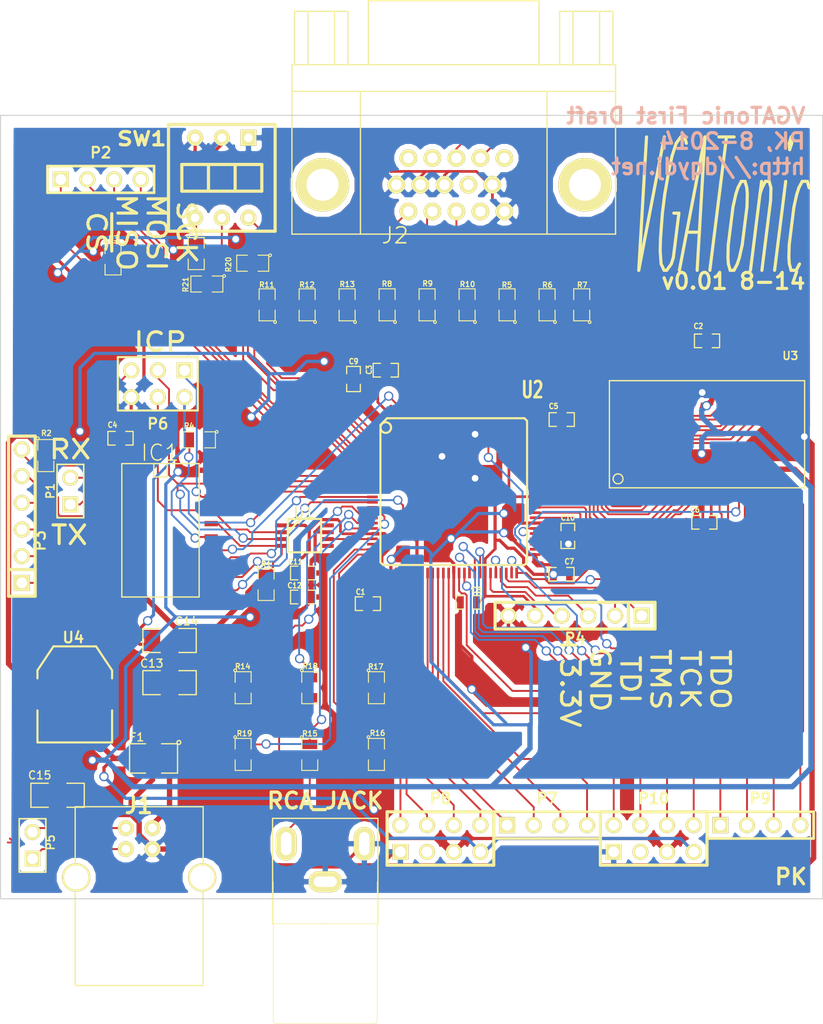
<source format=kicad_pcb>
(kicad_pcb (version 3) (host pcbnew "(2013-07-07 BZR 4022)-stable")
  (layers (15 F.Cu signal) (0 B.Cu signal hide) (18 B.Paste user) (19 F.Paste user) (20 B.SilkS user) (21 F.SilkS user) (22 B.Mask user) (23 F.Mask user) (28 Edge.Cuts user))
  (net 0 "")
  (net 1 +3.3V)
  (net 2 +5V)
  (net 3 /50MHz_CLK)
  (net 4 /A0)
  (net 5 /A1)
  (net 6 /A10)
  (net 7 /A11)
  (net 8 /A12)
  (net 9 /A13)
  (net 10 /A14)
  (net 11 /A15)
  (net 12 /A16)
  (net 13 /A17)
  (net 14 /A18)
  (net 15 /A2)
  (net 16 /A3)
  (net 17 /A4)
  (net 18 /A5)
  (net 19 /A6)
  (net 20 /A7)
  (net 21 /A8)
  (net 22 /A9)
  (net 23 /AVR_CPLD_EXT_1)
  (net 24 /AVR_CPLD_EXT_2)
  (net 25 /AVR_CPLD_EXT_3)
  (net 26 /AVR_CPLD_RESET)
  (net 27 /IO0)
  (net 28 /IO1)
  (net 29 /IO2)
  (net 30 /IO3)
  (net 31 /IO4)
  (net 32 /IO5)
  (net 33 /IO6)
  (net 34 /IO7)
  (net 35 /InputsOutputsPower/AVR_GPIO_1)
  (net 36 /InputsOutputsPower/AVR_GPIO_2)
  (net 37 /InputsOutputsPower/AVR_GPIO_3)
  (net 38 /InputsOutputsPower/AVR_GPIO_4)
  (net 39 /InputsOutputsPower/AVR_GPIO_5)
  (net 40 /InputsOutputsPower/AVR_GPIO_6)
  (net 41 /InputsOutputsPower/AVR_MISO)
  (net 42 /InputsOutputsPower/AVR_MOSI)
  (net 43 /InputsOutputsPower/AVR_RX)
  (net 44 /InputsOutputsPower/AVR_SCK)
  (net 45 /InputsOutputsPower/AVR_TX)
  (net 46 /InputsOutputsPower/BLUE)
  (net 47 /InputsOutputsPower/Blue1)
  (net 48 /InputsOutputsPower/Blue2)
  (net 49 /InputsOutputsPower/Blue3)
  (net 50 /InputsOutputsPower/COLORBURST)
  (net 51 /InputsOutputsPower/CPLD_GPIO_1)
  (net 52 /InputsOutputsPower/CPLD_GPIO_10)
  (net 53 /InputsOutputsPower/CPLD_GPIO_11)
  (net 54 /InputsOutputsPower/CPLD_GPIO_12)
  (net 55 /InputsOutputsPower/CPLD_GPIO_13)
  (net 56 /InputsOutputsPower/CPLD_GPIO_14)
  (net 57 /InputsOutputsPower/CPLD_GPIO_15)
  (net 58 /InputsOutputsPower/CPLD_GPIO_16)
  (net 59 /InputsOutputsPower/CPLD_GPIO_2)
  (net 60 /InputsOutputsPower/CPLD_GPIO_3)
  (net 61 /InputsOutputsPower/CPLD_GPIO_4)
  (net 62 /InputsOutputsPower/CPLD_GPIO_5)
  (net 63 /InputsOutputsPower/CPLD_GPIO_6)
  (net 64 /InputsOutputsPower/CPLD_GPIO_7)
  (net 65 /InputsOutputsPower/CPLD_GPIO_8)
  (net 66 /InputsOutputsPower/CPLD_GPIO_9)
  (net 67 /InputsOutputsPower/EXT_MISO)
  (net 68 /InputsOutputsPower/EXT_MOSI)
  (net 69 /InputsOutputsPower/EXT_SCK)
  (net 70 /InputsOutputsPower/GREEN)
  (net 71 /InputsOutputsPower/Green1)
  (net 72 /InputsOutputsPower/Green2)
  (net 73 /InputsOutputsPower/Green3)
  (net 74 /InputsOutputsPower/HSYNC)
  (net 75 /InputsOutputsPower/LUMA1)
  (net 76 /InputsOutputsPower/LUMA2)
  (net 77 /InputsOutputsPower/LUMA3)
  (net 78 /InputsOutputsPower/LUMA4)
  (net 79 /InputsOutputsPower/NTSC)
  (net 80 /InputsOutputsPower/RED)
  (net 81 /InputsOutputsPower/Red1)
  (net 82 /InputsOutputsPower/Red2)
  (net 83 /InputsOutputsPower/Red3)
  (net 84 /InputsOutputsPower/SW_1)
  (net 85 /InputsOutputsPower/SW_2)
  (net 86 /InputsOutputsPower/SW_3)
  (net 87 /InputsOutputsPower/SYNC)
  (net 88 /InputsOutputsPower/TCK)
  (net 89 /InputsOutputsPower/TDI)
  (net 90 /InputsOutputsPower/TDO)
  (net 91 /InputsOutputsPower/TMS)
  (net 92 /InputsOutputsPower/VSYNC)
  (net 93 /InputsOutputsPower/~AVR_RESET)
  (net 94 /InputsOutputsPower/~EXT_SEL_CPLD)
  (net 95 /~AVR_SEL_CLK)
  (net 96 /~AVR_SEL_CPLD)
  (net 97 /~CE)
  (net 98 /~OE)
  (net 99 /~WE)
  (net 100 GND)
  (net 101 N-00000123)
  (net 102 N-00000126)
  (net 103 VCC)
  (module SOT223_PWR (layer F.Cu) (at 140.4239 119.634)
    (fp_text reference U4 (at -0.1397 -5.4102) (layer F.SilkS) (effects (font (size 1.016 1.016) (thickness 0.2032))))
    (fp_text value NCP1117ST33T3G hide)
    (pad 2 smd rect (at 0 -3.302) (size 3.6576 2.032) (layers F.Cu F.Paste F.Mask) (net 1 +3.3V))
    (pad 2 smd rect (at 0 3.302) (size 1.016 2.032) (layers F.Cu F.Paste F.Mask) (net 1 +3.3V))
    (pad 3 smd rect (at 2.286 3.302) (size 1.016 2.032) (layers F.Cu F.Paste F.Mask) (net 2 +5V))
    (pad 1 smd rect (at -2.286 3.302) (size 1.016 2.032) (layers F.Cu F.Paste F.Mask) (net 100 GND))
  )
  (module USB_B (layer F.Cu) (at 146.558 137.0584)
    (fp_text reference J1 (at -0.0381 -6.858) (layer F.SilkS) (effects (font (size 1.524 1.524) (thickness 0.3048))))
    (fp_text value USB hide)
    (pad 1 thru_hole circle (at 1.27 -4.699) (size 1.524 1.524) (drill 0.8128) (layers *.Cu *.Mask F.SilkS) (net 103 VCC))
    (pad 2 thru_hole circle (at -1.27 -4.699) (size 1.524 1.524) (drill 0.8128) (layers *.Cu *.Mask F.SilkS) (net 101 N-00000123))
    (pad 3 thru_hole circle (at -1.27 -2.70002) (size 1.524 1.524) (drill 0.8128) (layers *.Cu *.Mask F.SilkS) (net 102 N-00000126))
    (pad 4 thru_hole circle (at 1.27 -2.70002) (size 1.524 1.524) (drill 0.8128) (layers *.Cu *.Mask F.SilkS) (net 100 GND))
    (pad 5 thru_hole circle (at 5.99948 0) (size 2.70002 2.70002) (drill 2.30124) (layers *.Cu *.Mask F.SilkS))
    (pad 6 thru_hole circle (at -5.99948 0) (size 2.70002 2.70002) (drill 2.30124) (layers *.Cu *.Mask F.SilkS))
  )
  (module rca_yellow_switchcraft (layer F.Cu) (at 164.2872 137.4648)
    (fp_text reference CON1 hide)
    (fp_text value RCA_JACK (at 0 -7.69874) (layer F.SilkS) (effects (font (size 1.524 1.524) (thickness 0.3048))))
    (pad 3 thru_hole oval (at 3.7211 -3.61696) (size 1.99898 3.19786) (drill oval 0.99568 2.1971) (layers *.Cu *.Mask F.SilkS) (net 100 GND))
    (pad 1 thru_hole oval (at 0 0) (size 3.19786 1.99898) (drill oval 2.1971 0.99568) (layers *.Cu *.Mask F.SilkS) (net 100 GND))
    (pad 2 thru_hole oval (at -3.7211 -3.61696) (size 1.99898 3.19786) (drill oval 0.99568 2.1971) (layers *.Cu *.Mask F.SilkS) (net 79 /InputsOutputsPower/NTSC))
  )
  (module VQFP100 (layer F.Cu) (at 176.53 100.33 90)
    (fp_text reference U2 (at 9.6901 7.493 180) (layer F.SilkS) (effects (font (size 1.524 1.016) (thickness 0.3048))))
    (fp_text value XC95144PQ100 hide)
    (pad 100 smd rect (at 7.747 -5.9944 90) (size 1.016 0.254) (layers F.Cu F.Paste F.Mask) (net 100 GND))
    (pad 76 smd rect (at 7.747 5.9944 90) (size 1.016 0.254) (layers F.Cu F.Paste F.Mask) (net 31 /IO4))
    (pad 77 smd rect (at 7.747 5.4864 90) (size 1.016 0.254) (layers F.Cu F.Paste F.Mask) (net 32 /IO5))
    (pad 78 smd rect (at 7.747 5.0038 90) (size 1.016 0.254) (layers F.Cu F.Paste F.Mask) (net 33 /IO6))
    (pad 79 smd rect (at 7.747 4.4958 90) (size 1.016 0.254) (layers F.Cu F.Paste F.Mask) (net 34 /IO7))
    (pad 80 smd rect (at 7.747 3.9878 90) (size 1.016 0.254) (layers F.Cu F.Paste F.Mask) (net 98 /~OE))
    (pad 81 smd rect (at 7.747 3.5052 90) (size 1.016 0.254) (layers F.Cu F.Paste F.Mask) (net 11 /A15))
    (pad 82 smd rect (at 7.747 2.9972 90) (size 1.016 0.254) (layers F.Cu F.Paste F.Mask) (net 12 /A16))
    (pad 83 smd rect (at 7.747 2.4892 90) (size 1.016 0.254) (layers F.Cu F.Paste F.Mask) (net 90 /InputsOutputsPower/TDO))
    (pad 84 smd rect (at 7.747 2.0066 90) (size 1.016 0.254) (layers F.Cu F.Paste F.Mask) (net 100 GND))
    (pad 85 smd rect (at 7.747 1.4986 90) (size 1.016 0.254) (layers F.Cu F.Paste F.Mask) (net 13 /A17))
    (pad 86 smd rect (at 7.747 0.9906 90) (size 1.016 0.254) (layers F.Cu F.Paste F.Mask) (net 14 /A18))
    (pad 87 smd rect (at 7.747 0.4826 90) (size 1.016 0.254) (layers F.Cu F.Paste F.Mask) (net 74 /InputsOutputsPower/HSYNC))
    (pad 88 smd rect (at 7.747 0 90) (size 1.016 0.254) (layers F.Cu F.Paste F.Mask) (net 1 +3.3V))
    (pad 89 smd rect (at 7.747 -0.508 90) (size 1.016 0.254) (layers F.Cu F.Paste F.Mask) (net 92 /InputsOutputsPower/VSYNC))
    (pad 90 smd rect (at 7.747 -1.016 90) (size 1.016 0.254) (layers F.Cu F.Paste F.Mask) (net 49 /InputsOutputsPower/Blue3))
    (pad 91 smd rect (at 7.747 -1.4986 90) (size 1.016 0.254) (layers F.Cu F.Paste F.Mask) (net 48 /InputsOutputsPower/Blue2))
    (pad 92 smd rect (at 7.747 -2.0066 90) (size 1.016 0.254) (layers F.Cu F.Paste F.Mask) (net 47 /InputsOutputsPower/Blue1))
    (pad 93 smd rect (at 7.747 -2.5146 90) (size 1.016 0.254) (layers F.Cu F.Paste F.Mask) (net 73 /InputsOutputsPower/Green3))
    (pad 94 smd rect (at 7.747 -2.9972 90) (size 1.016 0.254) (layers F.Cu F.Paste F.Mask) (net 72 /InputsOutputsPower/Green2))
    (pad 95 smd rect (at 7.747 -3.5052 90) (size 1.016 0.254) (layers F.Cu F.Paste F.Mask) (net 71 /InputsOutputsPower/Green1))
    (pad 96 smd rect (at 7.747 -4.0132 90) (size 1.016 0.254) (layers F.Cu F.Paste F.Mask) (net 83 /InputsOutputsPower/Red3))
    (pad 97 smd rect (at 7.747 -4.4958 90) (size 1.016 0.254) (layers F.Cu F.Paste F.Mask) (net 82 /InputsOutputsPower/Red2))
    (pad 98 smd rect (at 7.747 -5.0038 90) (size 1.016 0.254) (layers F.Cu F.Paste F.Mask) (net 1 +3.3V))
    (pad 99 smd rect (at 7.747 -5.5118 90) (size 1.016 0.254) (layers F.Cu F.Paste F.Mask) (net 26 /AVR_CPLD_RESET))
    (pad 75 smd rect (at 5.9944 7.747 90) (size 0.254 1.016) (layers F.Cu F.Paste F.Mask) (net 100 GND))
    (pad 51 smd rect (at -5.9944 7.747 90) (size 0.254 1.016) (layers F.Cu F.Paste F.Mask) (net 1 +3.3V))
    (pad 52 smd rect (at -5.4864 7.747 90) (size 0.254 1.016) (layers F.Cu F.Paste F.Mask) (net 21 /A8))
    (pad 53 smd rect (at -5.0038 7.747 90) (size 0.254 1.016) (layers F.Cu F.Paste F.Mask) (net 20 /A7))
    (pad 54 smd rect (at -4.4958 7.747 90) (size 0.254 1.016) (layers F.Cu F.Paste F.Mask) (net 19 /A6))
    (pad 55 smd rect (at -3.9878 7.747 90) (size 0.254 1.016) (layers F.Cu F.Paste F.Mask) (net 18 /A5))
    (pad 56 smd rect (at -3.5052 7.747 90) (size 0.254 1.016) (layers F.Cu F.Paste F.Mask) (net 99 /~WE))
    (pad 57 smd rect (at -2.9972 7.747 90) (size 0.254 1.016) (layers F.Cu F.Paste F.Mask) (net 1 +3.3V))
    (pad 58 smd rect (at -2.4892 7.747 90) (size 0.254 1.016) (layers F.Cu F.Paste F.Mask) (net 30 /IO3))
    (pad 59 smd rect (at -2.0066 7.747 90) (size 0.254 1.016) (layers F.Cu F.Paste F.Mask) (net 29 /IO2))
    (pad 60 smd rect (at -1.4986 7.747 90) (size 0.254 1.016) (layers F.Cu F.Paste F.Mask) (net 28 /IO1))
    (pad 61 smd rect (at -0.9906 7.747 90) (size 0.254 1.016) (layers F.Cu F.Paste F.Mask) (net 27 /IO0))
    (pad 62 smd rect (at -0.4826 7.747 90) (size 0.254 1.016) (layers F.Cu F.Paste F.Mask) (net 100 GND))
    (pad 63 smd rect (at 0 7.747 90) (size 0.254 1.016) (layers F.Cu F.Paste F.Mask) (net 97 /~CE))
    (pad 64 smd rect (at 0.508 7.747 90) (size 0.254 1.016) (layers F.Cu F.Paste F.Mask) (net 17 /A4))
    (pad 65 smd rect (at 1.016 7.747 90) (size 0.254 1.016) (layers F.Cu F.Paste F.Mask) (net 16 /A3))
    (pad 66 smd rect (at 1.4986 7.747 90) (size 0.254 1.016) (layers F.Cu F.Paste F.Mask) (net 15 /A2))
    (pad 67 smd rect (at 2.0066 7.747 90) (size 0.254 1.016) (layers F.Cu F.Paste F.Mask) (net 5 /A1))
    (pad 68 smd rect (at 2.5146 7.747 90) (size 0.254 1.016) (layers F.Cu F.Paste F.Mask) (net 4 /A0))
    (pad 69 smd rect (at 2.9972 7.747 90) (size 0.254 1.016) (layers F.Cu F.Paste F.Mask) (net 100 GND))
    (pad 70 smd rect (at 3.5052 7.747 90) (size 0.254 1.016) (layers F.Cu F.Paste F.Mask) (net 6 /A10))
    (pad 71 smd rect (at 4.0132 7.747 90) (size 0.254 1.016) (layers F.Cu F.Paste F.Mask) (net 7 /A11))
    (pad 72 smd rect (at 4.4958 7.747 90) (size 0.254 1.016) (layers F.Cu F.Paste F.Mask) (net 8 /A12))
    (pad 73 smd rect (at 5.0038 7.747 90) (size 0.254 1.016) (layers F.Cu F.Paste F.Mask) (net 9 /A13))
    (pad 74 smd rect (at 5.5118 7.747 90) (size 0.254 1.016) (layers F.Cu F.Paste F.Mask) (net 10 /A14))
    (pad 1 smd rect (at 5.9944 -7.747 90) (size 0.254 1.016) (layers F.Cu F.Paste F.Mask) (net 81 /InputsOutputsPower/Red1))
    (pad 2 smd rect (at 5.4864 -7.747 90) (size 0.254 1.016) (layers F.Cu F.Paste F.Mask) (net 84 /InputsOutputsPower/SW_1))
    (pad 3 smd rect (at 5.0038 -7.747 90) (size 0.254 1.016) (layers F.Cu F.Paste F.Mask) (net 85 /InputsOutputsPower/SW_2))
    (pad 4 smd rect (at 4.4958 -7.747 90) (size 0.254 1.016) (layers F.Cu F.Paste F.Mask) (net 86 /InputsOutputsPower/SW_3))
    (pad 5 smd rect (at 3.9878 -7.747 90) (size 0.254 1.016) (layers F.Cu F.Paste F.Mask) (net 1 +3.3V))
    (pad 6 smd rect (at 3.5052 -7.747 90) (size 0.254 1.016) (layers F.Cu F.Paste F.Mask) (net 69 /InputsOutputsPower/EXT_SCK))
    (pad 7 smd rect (at 2.9972 -7.747 90) (size 0.254 1.016) (layers F.Cu F.Paste F.Mask) (net 68 /InputsOutputsPower/EXT_MOSI))
    (pad 8 smd rect (at 2.4892 -7.747 90) (size 0.254 1.016) (layers F.Cu F.Paste F.Mask) (net 67 /InputsOutputsPower/EXT_MISO))
    (pad 9 smd rect (at 2.0066 -7.747 90) (size 0.254 1.016) (layers F.Cu F.Paste F.Mask) (net 94 /InputsOutputsPower/~EXT_SEL_CPLD))
    (pad 10 smd rect (at 1.4986 -7.747 90) (size 0.254 1.016) (layers F.Cu F.Paste F.Mask) (net 44 /InputsOutputsPower/AVR_SCK))
    (pad 11 smd rect (at 0.9906 -7.747 90) (size 0.254 1.016) (layers F.Cu F.Paste F.Mask) (net 41 /InputsOutputsPower/AVR_MISO))
    (pad 12 smd rect (at 0.4826 -7.747 90) (size 0.254 1.016) (layers F.Cu F.Paste F.Mask) (net 42 /InputsOutputsPower/AVR_MOSI))
    (pad 13 smd rect (at 0 -7.747 90) (size 0.254 1.016) (layers F.Cu F.Paste F.Mask) (net 96 /~AVR_SEL_CPLD))
    (pad 14 smd rect (at -0.508 -7.747 90) (size 0.254 1.016) (layers F.Cu F.Paste F.Mask) (net 23 /AVR_CPLD_EXT_1))
    (pad 15 smd rect (at -1.016 -7.747 90) (size 0.254 1.016) (layers F.Cu F.Paste F.Mask) (net 24 /AVR_CPLD_EXT_2))
    (pad 16 smd rect (at -1.4986 -7.747 90) (size 0.254 1.016) (layers F.Cu F.Paste F.Mask) (net 25 /AVR_CPLD_EXT_3))
    (pad 17 smd rect (at -2.0066 -7.747 90) (size 0.254 1.016) (layers F.Cu F.Paste F.Mask) (net 87 /InputsOutputsPower/SYNC))
    (pad 18 smd rect (at -2.5146 -7.747 90) (size 0.254 1.016) (layers F.Cu F.Paste F.Mask) (net 50 /InputsOutputsPower/COLORBURST))
    (pad 19 smd rect (at -2.9972 -7.747 90) (size 0.254 1.016) (layers F.Cu F.Paste F.Mask) (net 75 /InputsOutputsPower/LUMA1))
    (pad 20 smd rect (at -3.5052 -7.747 90) (size 0.254 1.016) (layers F.Cu F.Paste F.Mask) (net 76 /InputsOutputsPower/LUMA2))
    (pad 21 smd rect (at -4.0132 -7.747 90) (size 0.254 1.016) (layers F.Cu F.Paste F.Mask) (net 100 GND))
    (pad 22 smd rect (at -4.4958 -7.747 90) (size 0.254 1.016) (layers F.Cu F.Paste F.Mask) (net 3 /50MHz_CLK))
    (pad 23 smd rect (at -5.0038 -7.747 90) (size 0.254 1.016) (layers F.Cu F.Paste F.Mask))
    (pad 24 smd rect (at -5.5118 -7.747 90) (size 0.254 1.016) (layers F.Cu F.Paste F.Mask) (net 77 /InputsOutputsPower/LUMA3))
    (pad 25 smd rect (at -5.9944 -7.747 90) (size 0.254 1.016) (layers F.Cu F.Paste F.Mask) (net 78 /InputsOutputsPower/LUMA4))
    (pad 26 smd rect (at -7.747 -5.9944 90) (size 1.016 0.254) (layers F.Cu F.Paste F.Mask) (net 1 +3.3V))
    (pad 27 smd rect (at -7.747 -5.4864 90) (size 1.016 0.254) (layers F.Cu F.Paste F.Mask))
    (pad 28 smd rect (at -7.747 -5.0038 90) (size 1.016 0.254) (layers F.Cu F.Paste F.Mask) (net 51 /InputsOutputsPower/CPLD_GPIO_1))
    (pad 29 smd rect (at -7.747 -4.4958 90) (size 1.016 0.254) (layers F.Cu F.Paste F.Mask) (net 59 /InputsOutputsPower/CPLD_GPIO_2))
    (pad 30 smd rect (at -7.747 -3.9878 90) (size 1.016 0.254) (layers F.Cu F.Paste F.Mask) (net 60 /InputsOutputsPower/CPLD_GPIO_3))
    (pad 31 smd rect (at -7.747 -3.5052 90) (size 1.016 0.254) (layers F.Cu F.Paste F.Mask) (net 100 GND))
    (pad 32 smd rect (at -7.747 -2.9972 90) (size 1.016 0.254) (layers F.Cu F.Paste F.Mask) (net 61 /InputsOutputsPower/CPLD_GPIO_4))
    (pad 33 smd rect (at -7.747 -2.4892 90) (size 1.016 0.254) (layers F.Cu F.Paste F.Mask) (net 62 /InputsOutputsPower/CPLD_GPIO_5))
    (pad 34 smd rect (at -7.747 -2.0066 90) (size 1.016 0.254) (layers F.Cu F.Paste F.Mask) (net 63 /InputsOutputsPower/CPLD_GPIO_6))
    (pad 35 smd rect (at -7.747 -1.4986 90) (size 1.016 0.254) (layers F.Cu F.Paste F.Mask) (net 64 /InputsOutputsPower/CPLD_GPIO_7))
    (pad 36 smd rect (at -7.747 -0.9906 90) (size 1.016 0.254) (layers F.Cu F.Paste F.Mask) (net 65 /InputsOutputsPower/CPLD_GPIO_8))
    (pad 37 smd rect (at -7.747 -0.4826 90) (size 1.016 0.254) (layers F.Cu F.Paste F.Mask) (net 66 /InputsOutputsPower/CPLD_GPIO_9))
    (pad 38 smd rect (at -7.747 0 90) (size 1.016 0.254) (layers F.Cu F.Paste F.Mask) (net 1 +3.3V))
    (pad 39 smd rect (at -7.747 0.508 90) (size 1.016 0.254) (layers F.Cu F.Paste F.Mask) (net 52 /InputsOutputsPower/CPLD_GPIO_10))
    (pad 40 smd rect (at -7.747 1.016 90) (size 1.016 0.254) (layers F.Cu F.Paste F.Mask) (net 53 /InputsOutputsPower/CPLD_GPIO_11))
    (pad 41 smd rect (at -7.747 1.4986 90) (size 1.016 0.254) (layers F.Cu F.Paste F.Mask) (net 54 /InputsOutputsPower/CPLD_GPIO_12))
    (pad 42 smd rect (at -7.747 2.0066 90) (size 1.016 0.254) (layers F.Cu F.Paste F.Mask) (net 55 /InputsOutputsPower/CPLD_GPIO_13))
    (pad 43 smd rect (at -7.747 2.5146 90) (size 1.016 0.254) (layers F.Cu F.Paste F.Mask) (net 56 /InputsOutputsPower/CPLD_GPIO_14))
    (pad 44 smd rect (at -7.747 2.9972 90) (size 1.016 0.254) (layers F.Cu F.Paste F.Mask) (net 100 GND))
    (pad 45 smd rect (at -7.747 3.5052 90) (size 1.016 0.254) (layers F.Cu F.Paste F.Mask) (net 89 /InputsOutputsPower/TDI))
    (pad 46 smd rect (at -7.747 4.0132 90) (size 1.016 0.254) (layers F.Cu F.Paste F.Mask) (net 57 /InputsOutputsPower/CPLD_GPIO_15))
    (pad 47 smd rect (at -7.747 4.4958 90) (size 1.016 0.254) (layers F.Cu F.Paste F.Mask) (net 91 /InputsOutputsPower/TMS))
    (pad 48 smd rect (at -7.747 5.0038 90) (size 1.016 0.254) (layers F.Cu F.Paste F.Mask) (net 88 /InputsOutputsPower/TCK))
    (pad 49 smd rect (at -7.747 5.5118 90) (size 1.016 0.254) (layers F.Cu F.Paste F.Mask) (net 58 /InputsOutputsPower/CPLD_GPIO_16))
    (pad 50 smd rect (at -7.747 5.9944 90) (size 1.016 0.254) (layers F.Cu F.Paste F.Mask) (net 22 /A9))
  )
  (module tsop2-44 (layer F.Cu) (at 200.66 94.869)
    (fp_text reference U3 (at 7.9375 -7.4676) (layer F.SilkS) (effects (font (size 0.7493 0.7493) (thickness 0.14986))))
    (fp_text value IS61LV5128AL hide)
    (pad 23 smd rect (at 8.4 -5.65) (size 0.5 1.2) (layers F.Cu F.Paste F.Mask))
    (pad 24 smd rect (at 7.6 -5.65) (size 0.5 1.2) (layers F.Cu F.Paste F.Mask))
    (pad 25 smd rect (at 6.8 -5.65) (size 0.5 1.2) (layers F.Cu F.Paste F.Mask))
    (pad 26 smd rect (at 6 -5.65) (size 0.5 1.2) (layers F.Cu F.Paste F.Mask) (net 6 /A10))
    (pad 27 smd rect (at 5.2 -5.65) (size 0.5 1.2) (layers F.Cu F.Paste F.Mask) (net 7 /A11))
    (pad 28 smd rect (at 4.4 -5.65) (size 0.5 1.2) (layers F.Cu F.Paste F.Mask) (net 8 /A12))
    (pad 29 smd rect (at 3.6 -5.65) (size 0.5 1.2) (layers F.Cu F.Paste F.Mask) (net 9 /A13))
    (pad 30 smd rect (at 2.8 -5.65) (size 0.5 1.2) (layers F.Cu F.Paste F.Mask) (net 10 /A14))
    (pad 31 smd rect (at 2 -5.65) (size 0.5 1.2) (layers F.Cu F.Paste F.Mask) (net 31 /IO4))
    (pad 32 smd rect (at 1.2 -5.65) (size 0.5 1.2) (layers F.Cu F.Paste F.Mask) (net 32 /IO5))
    (pad 33 smd rect (at 0.4 -5.65) (size 0.5 1.2) (layers F.Cu F.Paste F.Mask) (net 1 +3.3V))
    (pad 34 smd rect (at -0.4 -5.65) (size 0.5 1.2) (layers F.Cu F.Paste F.Mask) (net 100 GND))
    (pad 36 smd rect (at -2 -5.65) (size 0.5 1.2) (layers F.Cu F.Paste F.Mask) (net 34 /IO7))
    (pad 35 smd rect (at -1.2 -5.65) (size 0.5 1.2) (layers F.Cu F.Paste F.Mask) (net 33 /IO6))
    (pad 37 smd rect (at -2.8 -5.65) (size 0.5 1.2) (layers F.Cu F.Paste F.Mask) (net 98 /~OE))
    (pad 38 smd rect (at -3.6 -5.65) (size 0.5 1.2) (layers F.Cu F.Paste F.Mask) (net 11 /A15))
    (pad 39 smd rect (at -4.4 -5.65) (size 0.5 1.2) (layers F.Cu F.Paste F.Mask) (net 12 /A16))
    (pad 40 smd rect (at -5.2 -5.65) (size 0.5 1.2) (layers F.Cu F.Paste F.Mask) (net 13 /A17))
    (pad 41 smd rect (at -6 -5.65) (size 0.5 1.2) (layers F.Cu F.Paste F.Mask) (net 14 /A18))
    (pad 42 smd rect (at -6.8 -5.65) (size 0.5 1.2) (layers F.Cu F.Paste F.Mask))
    (pad 43 smd rect (at -7.6 -5.65) (size 0.5 1.2) (layers F.Cu F.Paste F.Mask))
    (pad 44 smd rect (at -8.4 -5.65) (size 0.5 1.2) (layers F.Cu F.Paste F.Mask))
    (pad 1 smd rect (at -8.4 5.65) (size 0.5 1.2) (layers F.Cu F.Paste F.Mask))
    (pad 2 smd rect (at -7.6 5.65) (size 0.5 1.2) (layers F.Cu F.Paste F.Mask))
    (pad 3 smd rect (at -6.8 5.65) (size 0.5 1.2) (layers F.Cu F.Paste F.Mask) (net 4 /A0))
    (pad 4 smd rect (at -6 5.65) (size 0.5 1.2) (layers F.Cu F.Paste F.Mask) (net 5 /A1))
    (pad 5 smd rect (at -5.2 5.65) (size 0.5 1.2) (layers F.Cu F.Paste F.Mask) (net 15 /A2))
    (pad 6 smd rect (at -4.4 5.65) (size 0.5 1.2) (layers F.Cu F.Paste F.Mask) (net 16 /A3))
    (pad 7 smd rect (at -3.6 5.65) (size 0.5 1.2) (layers F.Cu F.Paste F.Mask) (net 17 /A4))
    (pad 8 smd rect (at -2.8 5.65) (size 0.5 1.2) (layers F.Cu F.Paste F.Mask) (net 97 /~CE))
    (pad 10 smd rect (at -1.2 5.65) (size 0.5 1.2) (layers F.Cu F.Paste F.Mask) (net 28 /IO1))
    (pad 9 smd rect (at -2 5.65) (size 0.5 1.2) (layers F.Cu F.Paste F.Mask) (net 27 /IO0))
    (pad 11 smd rect (at -0.4 5.65) (size 0.5 1.2) (layers F.Cu F.Paste F.Mask) (net 1 +3.3V))
    (pad 12 smd rect (at 0.4 5.65) (size 0.5 1.2) (layers F.Cu F.Paste F.Mask) (net 100 GND))
    (pad 13 smd rect (at 1.2 5.65) (size 0.5 1.2) (layers F.Cu F.Paste F.Mask) (net 29 /IO2))
    (pad 14 smd rect (at 2 5.65) (size 0.5 1.2) (layers F.Cu F.Paste F.Mask) (net 30 /IO3))
    (pad 15 smd rect (at 2.8 5.65) (size 0.5 1.2) (layers F.Cu F.Paste F.Mask) (net 99 /~WE))
    (pad 16 smd rect (at 3.6 5.65) (size 0.5 1.2) (layers F.Cu F.Paste F.Mask) (net 18 /A5))
    (pad 17 smd rect (at 4.4 5.65) (size 0.5 1.2) (layers F.Cu F.Paste F.Mask) (net 19 /A6))
    (pad 18 smd rect (at 5.2 5.65) (size 0.5 1.2) (layers F.Cu F.Paste F.Mask) (net 20 /A7))
    (pad 19 smd rect (at 6 5.65) (size 0.5 1.2) (layers F.Cu F.Paste F.Mask) (net 21 /A8))
    (pad 20 smd rect (at 6.8 5.65) (size 0.5 1.2) (layers F.Cu F.Paste F.Mask) (net 22 /A9))
    (pad 21 smd rect (at 7.6 5.65) (size 0.5 1.2) (layers F.Cu F.Paste F.Mask))
    (pad 22 smd rect (at 8.4 5.65) (size 0.5 1.2) (layers F.Cu F.Paste F.Mask))
  )
  (module SO20L (layer F.Cu) (at 148.59 104.013 270)
    (fp_text reference IC1 (at -7.3787 0.0381 360) (layer F.SilkS) (effects (font (size 1.524 1.524) (thickness 0.127))))
    (fp_text value ATTINY2313A-S hide)
    (pad 11 smd rect (at 5.715 -4.826 270) (size 0.508 1.27) (layers F.Cu F.Paste F.Mask) (net 25 /AVR_CPLD_EXT_3))
    (pad 12 smd rect (at 4.445 -4.826 270) (size 0.508 1.27) (layers F.Cu F.Paste F.Mask) (net 24 /AVR_CPLD_EXT_2))
    (pad 13 smd rect (at 3.175 -4.826 270) (size 0.508 1.27) (layers F.Cu F.Paste F.Mask) (net 23 /AVR_CPLD_EXT_1))
    (pad 14 smd rect (at 1.905 -4.826 270) (size 0.508 1.27) (layers F.Cu F.Paste F.Mask) (net 26 /AVR_CPLD_RESET))
    (pad 15 smd rect (at 0.635 -4.826 270) (size 0.508 1.27) (layers F.Cu F.Paste F.Mask) (net 96 /~AVR_SEL_CPLD))
    (pad 16 smd rect (at -0.635 -4.826 270) (size 0.508 1.27) (layers F.Cu F.Paste F.Mask) (net 95 /~AVR_SEL_CLK))
    (pad 17 smd rect (at -1.905 -4.826 270) (size 0.508 1.27) (layers F.Cu F.Paste F.Mask) (net 42 /InputsOutputsPower/AVR_MOSI))
    (pad 18 smd rect (at -3.175 -4.826 270) (size 0.508 1.27) (layers F.Cu F.Paste F.Mask) (net 41 /InputsOutputsPower/AVR_MISO))
    (pad 19 smd rect (at -4.445 -4.826 270) (size 0.508 1.27) (layers F.Cu F.Paste F.Mask) (net 44 /InputsOutputsPower/AVR_SCK))
    (pad 20 smd rect (at -5.715 -4.826 270) (size 0.508 1.27) (layers F.Cu F.Paste F.Mask) (net 1 +3.3V))
    (pad 1 smd rect (at -5.715 4.826 270) (size 0.508 1.27) (layers F.Cu F.Paste F.Mask) (net 93 /InputsOutputsPower/~AVR_RESET))
    (pad 2 smd rect (at -4.445 4.826 270) (size 0.508 1.27) (layers F.Cu F.Paste F.Mask) (net 43 /InputsOutputsPower/AVR_RX))
    (pad 3 smd rect (at -3.175 4.826 270) (size 0.508 1.27) (layers F.Cu F.Paste F.Mask) (net 45 /InputsOutputsPower/AVR_TX))
    (pad 4 smd rect (at -1.905 4.826 270) (size 0.508 1.27) (layers F.Cu F.Paste F.Mask) (net 35 /InputsOutputsPower/AVR_GPIO_1))
    (pad 5 smd rect (at -0.635 4.826 270) (size 0.508 1.27) (layers F.Cu F.Paste F.Mask) (net 36 /InputsOutputsPower/AVR_GPIO_2))
    (pad 6 smd rect (at 0.635 4.826 270) (size 0.508 1.27) (layers F.Cu F.Paste F.Mask) (net 37 /InputsOutputsPower/AVR_GPIO_3))
    (pad 7 smd rect (at 1.905 4.826 270) (size 0.508 1.27) (layers F.Cu F.Paste F.Mask) (net 38 /InputsOutputsPower/AVR_GPIO_4))
    (pad 8 smd rect (at 3.175 4.826 270) (size 0.508 1.27) (layers F.Cu F.Paste F.Mask) (net 39 /InputsOutputsPower/AVR_GPIO_5))
    (pad 9 smd rect (at 4.445 4.826 270) (size 0.508 1.27) (layers F.Cu F.Paste F.Mask) (net 40 /InputsOutputsPower/AVR_GPIO_6))
    (pad 10 smd rect (at 5.715 4.826 270) (size 0.508 1.27) (layers F.Cu F.Paste F.Mask) (net 100 GND))
  )
  (module SM1210 (layer F.Cu) (at 147.9296 125.73 180)
    (fp_text reference F1 (at 1.5875 2.0193 180) (layer F.SilkS) (effects (font (size 0.762 0.762) (thickness 0.127))))
    (fp_text value FUSE hide)
    (pad 1 smd rect (at -1.524 0 180) (size 1.27 2.54) (layers F.Cu F.Paste F.Mask) (net 103 VCC))
    (pad 2 smd rect (at 1.524 0 180) (size 1.27 2.54) (layers F.Cu F.Paste F.Mask) (net 2 +5V))
  )
  (module SM1206 (layer F.Cu) (at 149.4536 118.5164)
    (fp_text reference C13 (at -1.6891 -1.8288) (layer F.SilkS) (effects (font (size 0.762 0.762) (thickness 0.127))))
    (fp_text value 4.7uF hide)
    (pad 1 smd rect (at -1.651 0) (size 1.524 2.032) (layers F.Cu F.Paste F.Mask) (net 2 +5V))
    (pad 2 smd rect (at 1.651 0) (size 1.524 2.032) (layers F.Cu F.Paste F.Mask) (net 100 GND))
  )
  (module SM1206 (layer F.Cu) (at 138.7856 129.2352 180)
    (fp_text reference C15 (at 1.7018 1.905 180) (layer F.SilkS) (effects (font (size 0.762 0.762) (thickness 0.127))))
    (fp_text value 10uF hide)
    (pad 1 smd rect (at -1.651 0 180) (size 1.524 2.032) (layers F.Cu F.Paste F.Mask) (net 1 +3.3V))
    (pad 2 smd rect (at 1.651 0 180) (size 1.524 2.032) (layers F.Cu F.Paste F.Mask) (net 100 GND))
  )
  (module SM1206 (layer F.Cu) (at 149.4536 114.5032)
    (fp_text reference C14 (at 1.6256 -1.8288) (layer F.SilkS) (effects (font (size 0.762 0.762) (thickness 0.127))))
    (fp_text value 10uF hide)
    (pad 1 smd rect (at -1.651 0) (size 1.524 2.032) (layers F.Cu F.Paste F.Mask) (net 2 +5V))
    (pad 2 smd rect (at 1.651 0) (size 1.524 2.032) (layers F.Cu F.Paste F.Mask) (net 100 GND))
  )
  (module SM0805 (layer F.Cu) (at 162.814 118.999 270)
    (fp_text reference R18 (at -2.0574 -0.0381 360) (layer F.SilkS) (effects (font (size 0.50038 0.50038) (thickness 0.10922))))
    (fp_text value 1k hide)
    (pad 1 smd rect (at -0.9525 0 270) (size 0.889 1.397) (layers F.Cu F.Paste F.Mask) (net 50 /InputsOutputsPower/COLORBURST))
    (pad 2 smd rect (at 0.9525 0 270) (size 0.889 1.397) (layers F.Cu F.Paste F.Mask) (net 79 /InputsOutputsPower/NTSC))
  )
  (module SM0805 (layer F.Cu) (at 170.18 82.55 90)
    (fp_text reference R8 (at 1.9939 -0.0127 180) (layer F.SilkS) (effects (font (size 0.50038 0.50038) (thickness 0.10922))))
    (fp_text value 510 hide)
    (pad 1 smd rect (at -0.9525 0 90) (size 0.889 1.397) (layers F.Cu F.Paste F.Mask) (net 71 /InputsOutputsPower/Green1))
    (pad 2 smd rect (at 0.9525 0 90) (size 0.889 1.397) (layers F.Cu F.Paste F.Mask) (net 70 /InputsOutputsPower/GREEN))
  )
  (module SM0805 (layer F.Cu) (at 173.99 82.55 90)
    (fp_text reference R9 (at 2.0193 0.0508 180) (layer F.SilkS) (effects (font (size 0.50038 0.50038) (thickness 0.10922))))
    (fp_text value 1k hide)
    (pad 1 smd rect (at -0.9525 0 90) (size 0.889 1.397) (layers F.Cu F.Paste F.Mask) (net 72 /InputsOutputsPower/Green2))
    (pad 2 smd rect (at 0.9525 0 90) (size 0.889 1.397) (layers F.Cu F.Paste F.Mask) (net 70 /InputsOutputsPower/GREEN))
  )
  (module SM0805 (layer F.Cu) (at 177.8 82.55 90)
    (fp_text reference R10 (at 1.9558 0.0381 180) (layer F.SilkS) (effects (font (size 0.50038 0.50038) (thickness 0.10922))))
    (fp_text value 2k hide)
    (pad 1 smd rect (at -0.9525 0 90) (size 0.889 1.397) (layers F.Cu F.Paste F.Mask) (net 73 /InputsOutputsPower/Green3))
    (pad 2 smd rect (at 0.9525 0 90) (size 0.889 1.397) (layers F.Cu F.Paste F.Mask) (net 70 /InputsOutputsPower/GREEN))
  )
  (module SM0805 (layer F.Cu) (at 181.61 82.55 90)
    (fp_text reference R5 (at 1.8923 -0.0127 180) (layer F.SilkS) (effects (font (size 0.50038 0.50038) (thickness 0.10922))))
    (fp_text value 510 hide)
    (pad 1 smd rect (at -0.9525 0 90) (size 0.889 1.397) (layers F.Cu F.Paste F.Mask) (net 47 /InputsOutputsPower/Blue1))
    (pad 2 smd rect (at 0.9525 0 90) (size 0.889 1.397) (layers F.Cu F.Paste F.Mask) (net 46 /InputsOutputsPower/BLUE))
  )
  (module SM0805 (layer F.Cu) (at 185.42 82.55 90)
    (fp_text reference R6 (at 1.8923 0.0381 180) (layer F.SilkS) (effects (font (size 0.50038 0.50038) (thickness 0.10922))))
    (fp_text value 1k hide)
    (pad 1 smd rect (at -0.9525 0 90) (size 0.889 1.397) (layers F.Cu F.Paste F.Mask) (net 48 /InputsOutputsPower/Blue2))
    (pad 2 smd rect (at 0.9525 0 90) (size 0.889 1.397) (layers F.Cu F.Paste F.Mask) (net 46 /InputsOutputsPower/BLUE))
  )
  (module SM0805 (layer F.Cu) (at 156.464 118.999 270)
    (fp_text reference R14 (at -2.032 0.0381 360) (layer F.SilkS) (effects (font (size 0.50038 0.50038) (thickness 0.10922))))
    (fp_text value 510 hide)
    (pad 1 smd rect (at -0.9525 0 270) (size 0.889 1.397) (layers F.Cu F.Paste F.Mask) (net 75 /InputsOutputsPower/LUMA1))
    (pad 2 smd rect (at 0.9525 0 270) (size 0.889 1.397) (layers F.Cu F.Paste F.Mask) (net 79 /InputsOutputsPower/NTSC))
  )
  (module SM0805 (layer F.Cu) (at 162.814 125.349 270)
    (fp_text reference R15 (at -1.9812 -0.0127 360) (layer F.SilkS) (effects (font (size 0.50038 0.50038) (thickness 0.10922))))
    (fp_text value 1k hide)
    (pad 1 smd rect (at -0.9525 0 270) (size 0.889 1.397) (layers F.Cu F.Paste F.Mask) (net 76 /InputsOutputsPower/LUMA2))
    (pad 2 smd rect (at 0.9525 0 270) (size 0.889 1.397) (layers F.Cu F.Paste F.Mask) (net 79 /InputsOutputsPower/NTSC))
  )
  (module SM0805 (layer F.Cu) (at 169.164 125.349 270)
    (fp_text reference R16 (at -2.032 -0.1016 360) (layer F.SilkS) (effects (font (size 0.50038 0.50038) (thickness 0.10922))))
    (fp_text value 2k hide)
    (pad 1 smd rect (at -0.9525 0 270) (size 0.889 1.397) (layers F.Cu F.Paste F.Mask) (net 77 /InputsOutputsPower/LUMA3))
    (pad 2 smd rect (at 0.9525 0 270) (size 0.889 1.397) (layers F.Cu F.Paste F.Mask) (net 79 /InputsOutputsPower/NTSC))
  )
  (module SM0805 (layer F.Cu) (at 169.164 118.999 270)
    (fp_text reference R17 (at -2.0066 0.0635 360) (layer F.SilkS) (effects (font (size 0.50038 0.50038) (thickness 0.10922))))
    (fp_text value 4k hide)
    (pad 1 smd rect (at -0.9525 0 270) (size 0.889 1.397) (layers F.Cu F.Paste F.Mask) (net 78 /InputsOutputsPower/LUMA4))
    (pad 2 smd rect (at 0.9525 0 270) (size 0.889 1.397) (layers F.Cu F.Paste F.Mask) (net 79 /InputsOutputsPower/NTSC))
  )
  (module SM0805 (layer F.Cu) (at 188.722 82.55 90)
    (fp_text reference R7 (at 1.8923 0.0508 180) (layer F.SilkS) (effects (font (size 0.50038 0.50038) (thickness 0.10922))))
    (fp_text value 2k hide)
    (pad 1 smd rect (at -0.9525 0 90) (size 0.889 1.397) (layers F.Cu F.Paste F.Mask) (net 49 /InputsOutputsPower/Blue3))
    (pad 2 smd rect (at 0.9525 0 90) (size 0.889 1.397) (layers F.Cu F.Paste F.Mask) (net 46 /InputsOutputsPower/BLUE))
  )
  (module SM0805 (layer F.Cu) (at 156.464 125.349 270)
    (fp_text reference R19 (at -1.9939 -0.127 360) (layer F.SilkS) (effects (font (size 0.50038 0.50038) (thickness 0.10922))))
    (fp_text value 1.5k hide)
    (pad 1 smd rect (at -0.9525 0 270) (size 0.889 1.397) (layers F.Cu F.Paste F.Mask) (net 87 /InputsOutputsPower/SYNC))
    (pad 2 smd rect (at 0.9525 0 270) (size 0.889 1.397) (layers F.Cu F.Paste F.Mask) (net 79 /InputsOutputsPower/NTSC))
  )
  (module SM0805 (layer F.Cu) (at 157.3784 78.5876 180)
    (fp_text reference R20 (at 2.3114 -0.127 270) (layer F.SilkS) (effects (font (size 0.50038 0.50038) (thickness 0.10922))))
    (fp_text value 10k hide)
    (pad 1 smd rect (at -0.9525 0 180) (size 0.889 1.397) (layers F.Cu F.Paste F.Mask) (net 84 /InputsOutputsPower/SW_1))
    (pad 2 smd rect (at 0.9525 0 180) (size 0.889 1.397) (layers F.Cu F.Paste F.Mask) (net 1 +3.3V))
  )
  (module SM0805 (layer F.Cu) (at 153.0096 80.5688 180)
    (fp_text reference R21 (at 2.0193 -0.0508 270) (layer F.SilkS) (effects (font (size 0.50038 0.50038) (thickness 0.10922))))
    (fp_text value 10k hide)
    (pad 1 smd rect (at -0.9525 0 180) (size 0.889 1.397) (layers F.Cu F.Paste F.Mask) (net 85 /InputsOutputsPower/SW_2))
    (pad 2 smd rect (at 0.9525 0 180) (size 0.889 1.397) (layers F.Cu F.Paste F.Mask) (net 1 +3.3V))
  )
  (module SM0805 (layer F.Cu) (at 151.9936 77.6732 270)
    (fp_text reference R22 (at -2.0066 -0.0127 360) (layer F.SilkS) (effects (font (size 0.50038 0.50038) (thickness 0.10922))))
    (fp_text value 10k hide)
    (pad 1 smd rect (at -0.9525 0 270) (size 0.889 1.397) (layers F.Cu F.Paste F.Mask) (net 86 /InputsOutputsPower/SW_3))
    (pad 2 smd rect (at 0.9525 0 270) (size 0.889 1.397) (layers F.Cu F.Paste F.Mask) (net 1 +3.3V))
  )
  (module SM0805 (layer F.Cu) (at 162.56 82.55 90)
    (fp_text reference R12 (at 1.905 -0.0127 180) (layer F.SilkS) (effects (font (size 0.50038 0.50038) (thickness 0.10922))))
    (fp_text value 1k hide)
    (pad 1 smd rect (at -0.9525 0 90) (size 0.889 1.397) (layers F.Cu F.Paste F.Mask) (net 82 /InputsOutputsPower/Red2))
    (pad 2 smd rect (at 0.9525 0 90) (size 0.889 1.397) (layers F.Cu F.Paste F.Mask) (net 80 /InputsOutputsPower/RED))
  )
  (module SM0805 (layer F.Cu) (at 158.75 82.55 90)
    (fp_text reference R11 (at 1.905 -0.0254 180) (layer F.SilkS) (effects (font (size 0.50038 0.50038) (thickness 0.10922))))
    (fp_text value 510 hide)
    (pad 1 smd rect (at -0.9525 0 90) (size 0.889 1.397) (layers F.Cu F.Paste F.Mask) (net 81 /InputsOutputsPower/Red1))
    (pad 2 smd rect (at 0.9525 0 90) (size 0.889 1.397) (layers F.Cu F.Paste F.Mask) (net 80 /InputsOutputsPower/RED))
  )
  (module SM0805 (layer F.Cu) (at 144.0688 78.1812 270)
    (fp_text reference R3 (at -1.9304 -0.0508 360) (layer F.SilkS) (effects (font (size 0.50038 0.50038) (thickness 0.10922))))
    (fp_text value 10k hide)
    (pad 1 smd rect (at -0.9525 0 270) (size 0.889 1.397) (layers F.Cu F.Paste F.Mask) (net 1 +3.3V))
    (pad 2 smd rect (at 0.9525 0 270) (size 0.889 1.397) (layers F.Cu F.Paste F.Mask) (net 94 /InputsOutputsPower/~EXT_SEL_CPLD))
  )
  (module SM0805 (layer F.Cu) (at 152.2984 95.4024 180)
    (fp_text reference R4 (at 0.9779 1.3335 180) (layer F.SilkS) (effects (font (size 0.50038 0.50038) (thickness 0.10922))))
    (fp_text value 10k hide)
    (pad 1 smd rect (at -0.9525 0 180) (size 0.889 1.397) (layers F.Cu F.Paste F.Mask) (net 1 +3.3V))
    (pad 2 smd rect (at 0.9525 0 180) (size 0.889 1.397) (layers F.Cu F.Paste F.Mask) (net 96 /~AVR_SEL_CPLD))
  )
  (module SM0805 (layer F.Cu) (at 166.37 82.55 90)
    (fp_text reference R13 (at 1.9558 0.0127 180) (layer F.SilkS) (effects (font (size 0.50038 0.50038) (thickness 0.10922))))
    (fp_text value 2k hide)
    (pad 1 smd rect (at -0.9525 0 90) (size 0.889 1.397) (layers F.Cu F.Paste F.Mask) (net 83 /InputsOutputsPower/Red3))
    (pad 2 smd rect (at 0.9525 0 90) (size 0.889 1.397) (layers F.Cu F.Paste F.Mask) (net 80 /InputsOutputsPower/RED))
  )
  (module SM0805 (layer F.Cu) (at 158.6484 109.1692 270)
    (fp_text reference R1 (at -1.9304 0 360) (layer F.SilkS) (effects (font (size 0.50038 0.50038) (thickness 0.10922))))
    (fp_text value 10k hide)
    (pad 1 smd rect (at -0.9525 0 270) (size 0.889 1.397) (layers F.Cu F.Paste F.Mask) (net 95 /~AVR_SEL_CLK))
    (pad 2 smd rect (at 0.9525 0 270) (size 0.889 1.397) (layers F.Cu F.Paste F.Mask) (net 1 +3.3V))
  )
  (module SM0805 (layer F.Cu) (at 137.668 96.901 270)
    (fp_text reference R2 (at -2.1336 -0.0508 360) (layer F.SilkS) (effects (font (size 0.50038 0.50038) (thickness 0.10922))))
    (fp_text value 4.7k hide)
    (pad 1 smd rect (at -0.9525 0 270) (size 0.889 1.397) (layers F.Cu F.Paste F.Mask) (net 1 +3.3V))
    (pad 2 smd rect (at 0.9525 0 270) (size 0.889 1.397) (layers F.Cu F.Paste F.Mask) (net 93 /InputsOutputsPower/~AVR_RESET))
  )
  (module SM0603_Capa (layer F.Cu) (at 144.78 95.25)
    (fp_text reference C4 (at -0.762 -1.27) (layer F.SilkS) (effects (font (size 0.508 0.4572) (thickness 0.1143))))
    (fp_text value 0.1uF hide)
    (pad 1 smd rect (at -0.762 0) (size 0.635 1.143) (layers F.Cu F.Paste F.Mask) (net 1 +3.3V))
    (pad 2 smd rect (at 0.762 0) (size 0.635 1.143) (layers F.Cu F.Paste F.Mask) (net 100 GND))
  )
  (module SM0603_Capa (layer F.Cu) (at 168.3512 110.998 180)
    (fp_text reference C1 (at 0.6985 1.1176 180) (layer F.SilkS) (effects (font (size 0.508 0.4572) (thickness 0.1143))))
    (fp_text value 0.1uF hide)
    (pad 1 smd rect (at -0.762 0 180) (size 0.635 1.143) (layers F.Cu F.Paste F.Mask) (net 1 +3.3V))
    (pad 2 smd rect (at 0.762 0 180) (size 0.635 1.143) (layers F.Cu F.Paste F.Mask) (net 100 GND))
  )
  (module SM0603_Capa (layer F.Cu) (at 200.66 85.979 180)
    (fp_text reference C2 (at 0.8255 1.397 180) (layer F.SilkS) (effects (font (size 0.508 0.4572) (thickness 0.1143))))
    (fp_text value 0.1uF hide)
    (pad 1 smd rect (at -0.762 0 180) (size 0.635 1.143) (layers F.Cu F.Paste F.Mask) (net 1 +3.3V))
    (pad 2 smd rect (at 0.762 0 180) (size 0.635 1.143) (layers F.Cu F.Paste F.Mask) (net 100 GND))
  )
  (module SM0603_Capa (layer F.Cu) (at 170.053 88.773 180)
    (fp_text reference C3 (at 1.5875 0.0381 270) (layer F.SilkS) (effects (font (size 0.508 0.4572) (thickness 0.1143))))
    (fp_text value 0.1uF hide)
    (pad 1 smd rect (at -0.762 0 180) (size 0.635 1.143) (layers F.Cu F.Paste F.Mask) (net 1 +3.3V))
    (pad 2 smd rect (at 0.762 0 180) (size 0.635 1.143) (layers F.Cu F.Paste F.Mask) (net 100 GND))
  )
  (module SM0603_Capa (layer F.Cu) (at 186.817 93.472)
    (fp_text reference C5 (at -0.7747 -1.27) (layer F.SilkS) (effects (font (size 0.508 0.4572) (thickness 0.1143))))
    (fp_text value 0.1uF hide)
    (pad 1 smd rect (at -0.762 0) (size 0.635 1.143) (layers F.Cu F.Paste F.Mask) (net 1 +3.3V))
    (pad 2 smd rect (at 0.762 0) (size 0.635 1.143) (layers F.Cu F.Paste F.Mask) (net 100 GND))
  )
  (module SM0603_Capa (layer F.Cu) (at 200.406 103.251)
    (fp_text reference C6 (at -0.9017 -1.1938) (layer F.SilkS) (effects (font (size 0.508 0.4572) (thickness 0.1143))))
    (fp_text value 0.1uF hide)
    (pad 1 smd rect (at -0.762 0) (size 0.635 1.143) (layers F.Cu F.Paste F.Mask) (net 1 +3.3V))
    (pad 2 smd rect (at 0.762 0) (size 0.635 1.143) (layers F.Cu F.Paste F.Mask) (net 100 GND))
  )
  (module SM0603_Capa (layer F.Cu) (at 186.7916 108.204 180)
    (fp_text reference C7 (at -0.7493 1.2192 180) (layer F.SilkS) (effects (font (size 0.508 0.4572) (thickness 0.1143))))
    (fp_text value 0.1uF hide)
    (pad 1 smd rect (at -0.762 0 180) (size 0.635 1.143) (layers F.Cu F.Paste F.Mask) (net 1 +3.3V))
    (pad 2 smd rect (at 0.762 0 180) (size 0.635 1.143) (layers F.Cu F.Paste F.Mask) (net 100 GND))
  )
  (module SM0603_Capa (layer F.Cu) (at 177.927 110.871)
    (fp_text reference C8 (at 0.7747 -1.1684) (layer F.SilkS) (effects (font (size 0.508 0.4572) (thickness 0.1143))))
    (fp_text value 0.1uF hide)
    (pad 1 smd rect (at -0.762 0) (size 0.635 1.143) (layers F.Cu F.Paste F.Mask) (net 1 +3.3V))
    (pad 2 smd rect (at 0.762 0) (size 0.635 1.143) (layers F.Cu F.Paste F.Mask) (net 100 GND))
  )
  (module SM0603_Capa (layer F.Cu) (at 166.9796 89.6112 90)
    (fp_text reference C9 (at 1.6764 0.0127 180) (layer F.SilkS) (effects (font (size 0.508 0.4572) (thickness 0.1143))))
    (fp_text value 0.1uF hide)
    (pad 1 smd rect (at -0.762 0 90) (size 0.635 1.143) (layers F.Cu F.Paste F.Mask) (net 1 +3.3V))
    (pad 2 smd rect (at 0.762 0 90) (size 0.635 1.143) (layers F.Cu F.Paste F.Mask) (net 100 GND))
  )
  (module SM0603_Capa (layer F.Cu) (at 187.4012 104.5464 270)
    (fp_text reference C10 (at -1.7272 0 360) (layer F.SilkS) (effects (font (size 0.508 0.4572) (thickness 0.1143))))
    (fp_text value 0.1uF hide)
    (pad 1 smd rect (at -0.762 0 270) (size 0.635 1.143) (layers F.Cu F.Paste F.Mask) (net 1 +3.3V))
    (pad 2 smd rect (at 0.762 0 270) (size 0.635 1.143) (layers F.Cu F.Paste F.Mask) (net 100 GND))
  )
  (module SM0603_Capa (layer F.Cu) (at 162.179 108.077 180)
    (fp_text reference C11 (at 0.7366 1.0668 180) (layer F.SilkS) (effects (font (size 0.508 0.4572) (thickness 0.1143))))
    (fp_text value 0.1uF hide)
    (pad 1 smd rect (at -0.762 0 180) (size 0.635 1.143) (layers F.Cu F.Paste F.Mask) (net 1 +3.3V))
    (pad 2 smd rect (at 0.762 0 180) (size 0.635 1.143) (layers F.Cu F.Paste F.Mask) (net 100 GND))
  )
  (module SM0603_Capa (layer F.Cu) (at 162.179 110.363 180)
    (fp_text reference C12 (at 0.8128 1.0922 180) (layer F.SilkS) (effects (font (size 0.508 0.4572) (thickness 0.1143))))
    (fp_text value 1uF hide)
    (pad 1 smd rect (at -0.762 0 180) (size 0.635 1.143) (layers F.Cu F.Paste F.Mask) (net 1 +3.3V))
    (pad 2 smd rect (at 0.762 0 180) (size 0.635 1.143) (layers F.Cu F.Paste F.Mask) (net 100 GND))
  )
  (module pin_array_4x2 (layer F.Cu) (at 175.26 133.35)
    (fp_text reference P8 (at 0 -3.81) (layer F.SilkS) (effects (font (size 1.016 1.016) (thickness 0.2032))))
    (fp_text value CONN_4X2 hide)
    (pad 1 thru_hole rect (at -3.81 1.27) (size 1.524 1.524) (drill 1.016) (layers *.Cu *.Mask F.SilkS) (net 100 GND))
    (pad 2 thru_hole circle (at -3.81 -1.27) (size 1.524 1.524) (drill 1.016) (layers *.Cu *.Mask F.SilkS) (net 51 /InputsOutputsPower/CPLD_GPIO_1))
    (pad 3 thru_hole circle (at -1.27 1.27) (size 1.524 1.524) (drill 1.016) (layers *.Cu *.Mask F.SilkS))
    (pad 4 thru_hole circle (at -1.27 -1.27) (size 1.524 1.524) (drill 1.016) (layers *.Cu *.Mask F.SilkS) (net 59 /InputsOutputsPower/CPLD_GPIO_2))
    (pad 5 thru_hole circle (at 1.27 1.27) (size 1.524 1.524) (drill 1.016) (layers *.Cu *.Mask F.SilkS) (net 1 +3.3V))
    (pad 6 thru_hole circle (at 1.27 -1.27) (size 1.524 1.524) (drill 1.016) (layers *.Cu *.Mask F.SilkS) (net 60 /InputsOutputsPower/CPLD_GPIO_3))
    (pad 7 thru_hole circle (at 3.81 1.27) (size 1.524 1.524) (drill 1.016) (layers *.Cu *.Mask F.SilkS) (net 2 +5V))
    (pad 8 thru_hole circle (at 3.81 -1.27) (size 1.524 1.524) (drill 1.016) (layers *.Cu *.Mask F.SilkS) (net 61 /InputsOutputsPower/CPLD_GPIO_4))
  )
  (module pin_array_4x2 (layer F.Cu) (at 195.58 133.35)
    (fp_text reference P10 (at 0 -3.81) (layer F.SilkS) (effects (font (size 1.016 1.016) (thickness 0.2032))))
    (fp_text value CONN_4X2 hide)
    (pad 1 thru_hole rect (at -3.81 1.27) (size 1.524 1.524) (drill 1.016) (layers *.Cu *.Mask F.SilkS) (net 100 GND))
    (pad 2 thru_hole circle (at -3.81 -1.27) (size 1.524 1.524) (drill 1.016) (layers *.Cu *.Mask F.SilkS) (net 66 /InputsOutputsPower/CPLD_GPIO_9))
    (pad 3 thru_hole circle (at -1.27 1.27) (size 1.524 1.524) (drill 1.016) (layers *.Cu *.Mask F.SilkS))
    (pad 4 thru_hole circle (at -1.27 -1.27) (size 1.524 1.524) (drill 1.016) (layers *.Cu *.Mask F.SilkS) (net 52 /InputsOutputsPower/CPLD_GPIO_10))
    (pad 5 thru_hole circle (at 1.27 1.27) (size 1.524 1.524) (drill 1.016) (layers *.Cu *.Mask F.SilkS) (net 1 +3.3V))
    (pad 6 thru_hole circle (at 1.27 -1.27) (size 1.524 1.524) (drill 1.016) (layers *.Cu *.Mask F.SilkS) (net 53 /InputsOutputsPower/CPLD_GPIO_11))
    (pad 7 thru_hole circle (at 3.81 1.27) (size 1.524 1.524) (drill 1.016) (layers *.Cu *.Mask F.SilkS) (net 2 +5V))
    (pad 8 thru_hole circle (at 3.81 -1.27) (size 1.524 1.524) (drill 1.016) (layers *.Cu *.Mask F.SilkS) (net 54 /InputsOutputsPower/CPLD_GPIO_12))
  )
  (module PIN_ARRAY_4x1 (layer F.Cu) (at 142.9004 70.612)
    (fp_text reference P2 (at 0 -2.54) (layer F.SilkS) (effects (font (size 1.016 1.016) (thickness 0.2032))))
    (fp_text value CONN_4 hide)
    (pad 1 thru_hole rect (at -3.81 0) (size 1.524 1.524) (drill 1.016) (layers *.Cu *.Mask F.SilkS) (net 94 /InputsOutputsPower/~EXT_SEL_CPLD))
    (pad 2 thru_hole circle (at -1.27 0) (size 1.524 1.524) (drill 1.016) (layers *.Cu *.Mask F.SilkS) (net 67 /InputsOutputsPower/EXT_MISO))
    (pad 3 thru_hole circle (at 1.27 0) (size 1.524 1.524) (drill 1.016) (layers *.Cu *.Mask F.SilkS) (net 68 /InputsOutputsPower/EXT_MOSI))
    (pad 4 thru_hole circle (at 3.81 0) (size 1.524 1.524) (drill 1.016) (layers *.Cu *.Mask F.SilkS) (net 69 /InputsOutputsPower/EXT_SCK))
  )
  (module PIN_ARRAY_4x1 (layer F.Cu) (at 205.74 132.08)
    (fp_text reference P9 (at 0 -2.54) (layer F.SilkS) (effects (font (size 1.016 1.016) (thickness 0.2032))))
    (fp_text value CONN_4 hide)
    (pad 1 thru_hole rect (at -3.81 0) (size 1.524 1.524) (drill 1.016) (layers *.Cu *.Mask F.SilkS) (net 55 /InputsOutputsPower/CPLD_GPIO_13))
    (pad 2 thru_hole circle (at -1.27 0) (size 1.524 1.524) (drill 1.016) (layers *.Cu *.Mask F.SilkS) (net 56 /InputsOutputsPower/CPLD_GPIO_14))
    (pad 3 thru_hole circle (at 1.27 0) (size 1.524 1.524) (drill 1.016) (layers *.Cu *.Mask F.SilkS) (net 57 /InputsOutputsPower/CPLD_GPIO_15))
    (pad 4 thru_hole circle (at 3.81 0) (size 1.524 1.524) (drill 1.016) (layers *.Cu *.Mask F.SilkS) (net 58 /InputsOutputsPower/CPLD_GPIO_16))
  )
  (module PIN_ARRAY_4x1 (layer F.Cu) (at 185.42 132.08)
    (fp_text reference P7 (at 0 -2.54) (layer F.SilkS) (effects (font (size 1.016 1.016) (thickness 0.2032))))
    (fp_text value CONN_4 hide)
    (pad 1 thru_hole rect (at -3.81 0) (size 1.524 1.524) (drill 1.016) (layers *.Cu *.Mask F.SilkS) (net 62 /InputsOutputsPower/CPLD_GPIO_5))
    (pad 2 thru_hole circle (at -1.27 0) (size 1.524 1.524) (drill 1.016) (layers *.Cu *.Mask F.SilkS) (net 63 /InputsOutputsPower/CPLD_GPIO_6))
    (pad 3 thru_hole circle (at 1.27 0) (size 1.524 1.524) (drill 1.016) (layers *.Cu *.Mask F.SilkS) (net 64 /InputsOutputsPower/CPLD_GPIO_7))
    (pad 4 thru_hole circle (at 3.81 0) (size 1.524 1.524) (drill 1.016) (layers *.Cu *.Mask F.SilkS) (net 65 /InputsOutputsPower/CPLD_GPIO_8))
  )
  (module pin_array_3x2 (layer F.Cu) (at 148.336 90.0684 180)
    (fp_text reference P6 (at 0 -3.81 180) (layer F.SilkS) (effects (font (size 1.016 1.016) (thickness 0.2032))))
    (fp_text value CONN_3X2 hide)
    (pad 1 thru_hole rect (at -2.54 1.27 180) (size 1.524 1.524) (drill 1.016) (layers *.Cu *.Mask F.SilkS) (net 41 /InputsOutputsPower/AVR_MISO))
    (pad 2 thru_hole circle (at -2.54 -1.27 180) (size 1.524 1.524) (drill 1.016) (layers *.Cu *.Mask F.SilkS) (net 2 +5V))
    (pad 3 thru_hole circle (at 0 1.27 180) (size 1.524 1.524) (drill 1.016) (layers *.Cu *.Mask F.SilkS) (net 44 /InputsOutputsPower/AVR_SCK))
    (pad 4 thru_hole circle (at 0 -1.27 180) (size 1.524 1.524) (drill 1.016) (layers *.Cu *.Mask F.SilkS) (net 42 /InputsOutputsPower/AVR_MOSI))
    (pad 5 thru_hole circle (at 2.54 1.27 180) (size 1.524 1.524) (drill 1.016) (layers *.Cu *.Mask F.SilkS) (net 93 /InputsOutputsPower/~AVR_RESET))
    (pad 6 thru_hole circle (at 2.54 -1.27 180) (size 1.524 1.524) (drill 1.016) (layers *.Cu *.Mask F.SilkS) (net 100 GND))
  )
  (module PIN_ARRAY_2X1 (layer F.Cu) (at 140.0048 100.2792 90)
    (fp_text reference P1 (at 0 -1.905 90) (layer F.SilkS) (effects (font (size 0.762 0.762) (thickness 0.1524))))
    (fp_text value CONN_2 hide)
    (pad 1 thru_hole rect (at -1.27 0 90) (size 1.524 1.524) (drill 1.016) (layers *.Cu *.Mask F.SilkS) (net 45 /InputsOutputsPower/AVR_TX))
    (pad 2 thru_hole circle (at 1.27 0 90) (size 1.524 1.524) (drill 1.016) (layers *.Cu *.Mask F.SilkS) (net 43 /InputsOutputsPower/AVR_RX))
  )
  (module PIN_ARRAY_2X1 (layer F.Cu) (at 136.398 134.0104 90)
    (fp_text reference P5 (at 0.2794 1.7145 90) (layer F.SilkS) (effects (font (size 0.762 0.762) (thickness 0.1524))))
    (fp_text value CONN_2 hide)
    (pad 1 thru_hole rect (at -1.27 0 90) (size 1.524 1.524) (drill 1.016) (layers *.Cu *.Mask F.SilkS) (net 102 N-00000126))
    (pad 2 thru_hole circle (at 1.27 0 90) (size 1.524 1.524) (drill 1.016) (layers *.Cu *.Mask F.SilkS) (net 101 N-00000123))
  )
  (module PIN_ARRAY-6X1 (layer F.Cu) (at 135.382 102.6668 90)
    (fp_text reference P3 (at -2.3368 1.7272 90) (layer F.SilkS) (effects (font (size 1.016 1.016) (thickness 0.2032))))
    (fp_text value CONN_6 hide)
    (pad 1 thru_hole rect (at -6.35 0 90) (size 1.524 1.524) (drill 1.016) (layers *.Cu *.Mask F.SilkS) (net 40 /InputsOutputsPower/AVR_GPIO_6))
    (pad 2 thru_hole circle (at -3.81 0 90) (size 1.524 1.524) (drill 1.016) (layers *.Cu *.Mask F.SilkS) (net 39 /InputsOutputsPower/AVR_GPIO_5))
    (pad 3 thru_hole circle (at -1.27 0 90) (size 1.524 1.524) (drill 1.016) (layers *.Cu *.Mask F.SilkS) (net 38 /InputsOutputsPower/AVR_GPIO_4))
    (pad 4 thru_hole circle (at 1.27 0 90) (size 1.524 1.524) (drill 1.016) (layers *.Cu *.Mask F.SilkS) (net 37 /InputsOutputsPower/AVR_GPIO_3))
    (pad 5 thru_hole circle (at 3.81 0 90) (size 1.524 1.524) (drill 1.016) (layers *.Cu *.Mask F.SilkS) (net 36 /InputsOutputsPower/AVR_GPIO_2))
    (pad 6 thru_hole circle (at 6.35 0 90) (size 1.524 1.524) (drill 1.016) (layers *.Cu *.Mask F.SilkS) (net 35 /InputsOutputsPower/AVR_GPIO_1))
  )
  (module PIN_ARRAY-6X1 (layer F.Cu) (at 188.087 112.141 180)
    (fp_text reference P4 (at 0 -2.159 180) (layer F.SilkS) (effects (font (size 1.016 1.016) (thickness 0.2032))))
    (fp_text value CONN_6 hide)
    (pad 1 thru_hole rect (at -6.35 0 180) (size 1.524 1.524) (drill 1.016) (layers *.Cu *.Mask F.SilkS) (net 90 /InputsOutputsPower/TDO))
    (pad 2 thru_hole circle (at -3.81 0 180) (size 1.524 1.524) (drill 1.016) (layers *.Cu *.Mask F.SilkS) (net 88 /InputsOutputsPower/TCK))
    (pad 3 thru_hole circle (at -1.27 0 180) (size 1.524 1.524) (drill 1.016) (layers *.Cu *.Mask F.SilkS) (net 91 /InputsOutputsPower/TMS))
    (pad 4 thru_hole circle (at 1.27 0 180) (size 1.524 1.524) (drill 1.016) (layers *.Cu *.Mask F.SilkS) (net 89 /InputsOutputsPower/TDI))
    (pad 5 thru_hole circle (at 3.81 0 180) (size 1.524 1.524) (drill 1.016) (layers *.Cu *.Mask F.SilkS) (net 100 GND))
    (pad 6 thru_hole circle (at 6.35 0 180) (size 1.524 1.524) (drill 1.016) (layers *.Cu *.Mask F.SilkS) (net 1 +3.3V))
  )
  (module MSOP_8 (layer F.Cu) (at 162.306 104.521 270)
    (fp_text reference U1 (at -2.159 0.0508 360) (layer F.SilkS) (effects (font (size 1.00076 1.00076) (thickness 0.1524))))
    (fp_text value LTC6903 hide)
    (pad 1 smd rect (at -0.97536 2.159 270) (size 0.381 1.27) (layers F.Cu F.Paste F.Mask) (net 100 GND))
    (pad 2 smd rect (at -0.32512 2.159 270) (size 0.381 1.27) (layers F.Cu F.Paste F.Mask) (net 42 /InputsOutputsPower/AVR_MOSI))
    (pad 3 smd rect (at 0.32512 2.159 270) (size 0.381 1.27) (layers F.Cu F.Paste F.Mask) (net 44 /InputsOutputsPower/AVR_SCK))
    (pad 4 smd rect (at 0.97536 2.159 270) (size 0.381 1.27) (layers F.Cu F.Paste F.Mask) (net 95 /~AVR_SEL_CLK))
    (pad 5 smd rect (at 0.97536 -2.159 270) (size 0.381 1.27) (layers F.Cu F.Paste F.Mask))
    (pad 6 smd rect (at 0.32512 -2.159 270) (size 0.381 1.27) (layers F.Cu F.Paste F.Mask) (net 3 /50MHz_CLK))
    (pad 7 smd rect (at -0.32512 -2.159 270) (size 0.381 1.27) (layers F.Cu F.Paste F.Mask) (net 1 +3.3V))
    (pad 8 smd rect (at -0.97536 -2.159 270) (size 0.381 1.27) (layers F.Cu F.Paste F.Mask) (net 1 +3.3V))
  )
  (module HD15_B-HD15F (layer F.Cu) (at 176.53 71.12)
    (fp_text reference J2 (at -5.588 4.826) (layer F.SilkS) (effects (font (size 1.524 1.524))))
    (fp_text value VGA-HD-15 hide)
    (pad 1 thru_hole circle (at -4.318 2.54) (size 1.6764 1.6764) (drill 0.9906) (layers *.Cu F.Paste F.SilkS F.Mask) (net 80 /InputsOutputsPower/RED))
    (pad 2 thru_hole circle (at -2.032 2.54) (size 1.6764 3.3528) (drill 0.9906) (layers *.Cu F.Paste F.SilkS F.Mask) (net 70 /InputsOutputsPower/GREEN))
    (pad 3 thru_hole circle (at 0.254 2.54) (size 1.6764 3.3528) (drill 0.9906) (layers *.Cu F.Paste F.SilkS F.Mask) (net 46 /InputsOutputsPower/BLUE))
    (pad 4 thru_hole circle (at 2.54 2.54) (size 1.6764 3.3528) (drill 0.9906) (layers *.Cu F.Paste F.SilkS F.Mask))
    (pad 5 thru_hole circle (at 4.826 2.54) (size 1.6764 3.3528) (drill 0.9906) (layers *.Cu F.Paste F.SilkS F.Mask) (net 100 GND))
    (pad 6 thru_hole circle (at -5.461 0) (size 1.6764 3.3528) (drill 0.9906) (layers *.Cu F.Paste F.SilkS F.Mask) (net 100 GND))
    (pad 7 thru_hole circle (at -3.175 0) (size 1.6764 3.3528) (drill 0.9906) (layers *.Cu F.Paste F.SilkS F.Mask) (net 100 GND))
    (pad 8 thru_hole circle (at -0.889 0) (size 1.6764 3.3528) (drill 0.9906) (layers *.Cu F.Paste F.SilkS F.Mask) (net 100 GND))
    (pad 9 thru_hole circle (at 1.397 0) (size 1.6764 3.3528) (drill 0.9906) (layers *.Cu F.Paste F.SilkS F.Mask))
    (pad 10 thru_hole circle (at 3.683 0) (size 1.6764 3.3528) (drill 0.9906) (layers *.Cu F.Paste F.SilkS F.Mask) (net 100 GND))
    (pad 11 thru_hole circle (at -4.318 -2.54) (size 1.6764 3.3528) (drill 0.9906) (layers *.Cu F.Paste F.SilkS F.Mask))
    (pad 12 thru_hole circle (at -2.032 -2.54) (size 1.6764 3.3528) (drill 0.9906) (layers *.Cu F.Paste F.SilkS F.Mask))
    (pad 13 thru_hole circle (at 0.254 -2.54) (size 1.6764 3.3528) (drill 0.9906) (layers *.Cu F.Paste F.SilkS F.Mask) (net 74 /InputsOutputsPower/HSYNC))
    (pad 14 thru_hole circle (at 2.54 -2.54) (size 1.6764 3.3528) (drill 0.9906) (layers *.Cu F.Paste F.SilkS F.Mask) (net 92 /InputsOutputsPower/VSYNC))
    (pad 15 thru_hole circle (at 4.826 -2.54) (size 1.6764 3.3528) (drill 0.9906) (layers *.Cu F.Paste F.SilkS F.Mask))
    (pad SH1 thru_hole circle (at -12.4968 0) (size 5.08 5.08) (drill 3.048) (layers *.Cu F.Paste F.SilkS F.Mask))
    (pad SH2 thru_hole circle (at 12.4968 0) (size 5.08 5.08) (drill 3.048) (layers *.Cu F.Paste F.SilkS F.Mask))
  )
  (module swdip3 (layer F.Cu) (at 154.432 70.4596 180)
    (fp_text reference SW1 (at 7.6327 3.7084 180) (layer F.SilkS) (effects (font (size 1.27 1.524) (thickness 0.3048))))
    (fp_text value SPSTX3 hide)
    (pad 1 thru_hole rect (at -2.54 3.81 180) (size 1.524 1.524) (drill 0.8128) (layers *.Cu *.Mask F.SilkS) (net 100 GND))
    (pad 2 thru_hole circle (at 0 3.81 180) (size 1.524 1.524) (drill 0.8128) (layers *.Cu *.Mask F.SilkS) (net 100 GND))
    (pad 3 thru_hole circle (at 2.54 3.81 180) (size 1.524 1.524) (drill 0.8128) (layers *.Cu *.Mask F.SilkS) (net 100 GND))
    (pad 4 thru_hole circle (at 2.54 -3.81 180) (size 1.524 1.524) (drill 0.8128) (layers *.Cu *.Mask F.SilkS) (net 86 /InputsOutputsPower/SW_3))
    (pad 5 thru_hole circle (at 0 -3.81 180) (size 1.524 1.524) (drill 0.8128) (layers *.Cu *.Mask F.SilkS) (net 85 /InputsOutputsPower/SW_2))
    (pad 6 thru_hole circle (at -2.54 -3.81 180) (size 1.524 1.524) (drill 0.8128) (layers *.Cu *.Mask F.SilkS) (net 84 /InputsOutputsPower/SW_1))
  )
  (gr_text "VGATonic First Draft\nPK, 8-2014\nhttp://dqydj.net" (at 210.1977 66.9798) (layer B.SilkS) (effects (font (size 1.5 1.5) (thickness 0.3)) (justify left mirror)))
  (gr_text PK (at 208.6483 136.9949) (layer F.SilkS) (effects (font (size 1.5 1.5) (thickness 0.3))))
  (gr_text "v0.01 8-14" (at 203.1746 80.3021) (layer F.SilkS) (effects (font (size 1.524 1.524) (thickness 0.3))))
  (gr_text VGATonic (at 201.549 73.406) (layer F.SilkS) (effects (font (size 12.7 2.54) (thickness 0.3) italic)))
  (gr_text "SCK\nMOSI\nMISO\n~CS" (at 146.7739 75.6539 270) (layer F.SilkS) (effects (font (size 1.778 2.032) (thickness 0.3))))
  (gr_text "TDO\nTCK\nTMS\nTDI\nGND\n+3.3V" (at 194.7672 118.2243 270) (layer F.SilkS) (effects (font (size 1.778 2.032) (thickness 0.3))))
  (gr_text ICP (at 148.5646 86.0806) (layer F.SilkS) (effects (font (size 1.778 2.032) (thickness 0.3))))
  (gr_text TX (at 139.9032 104.4702) (layer F.SilkS) (effects (font (size 1.778 2.032) (thickness 0.3))))
  (gr_text RX (at 139.9794 96.3168) (layer F.SilkS) (effects (font (size 1.778 2.032) (thickness 0.3))))
  (gr_line (start 211.6836 139.0904) (end 211.6836 64.516) (angle 90) (layer Edge.Cuts) (width 0.1))
  (gr_line (start 133.35 139.0904) (end 133.35 64.516) (angle 90) (layer Edge.Cuts) (width 0.1))
  (gr_line (start 133.35 139.0904) (end 211.6836 139.0904) (angle 90) (layer Edge.Cuts) (width 0.1))
  (gr_line (start 211.6836 64.516) (end 133.35 64.516) (angle 90) (layer Edge.Cuts) (width 0.1))
  (segment (start 134.62 133.731) (end 134.0358 133.731) (width 0.1778) (layer F.Cu) (net 0))
  (segment (start 134.239 133.35) (end 134.62 133.731) (width 0.1778) (layer F.Cu) (net 0))
  (segment (start 134.45998 135.89) (end 134.62 135.72998) (width 0.1778) (layer F.Cu) (net 0))
  (segment (start 209.3595 134.3025) (end 209.4865 134.3025) (width 0.508) (layer F.Cu) (net 0))
  (segment (start 176.53 134.62) (end 176.0601 134.62) (width 0.3048) (layer F.Cu) (net 1))
  (segment (start 176.0601 134.62) (end 174.7901 133.35) (width 0.3048) (layer F.Cu) (net 1))
  (segment (start 165.9636 128.4224) (end 166.7383 128.4224) (width 0.3048) (layer B.Cu) (net 1))
  (segment (start 195.58 133.35) (end 196.85 134.62) (width 0.3048) (layer F.Cu) (net 1))
  (segment (start 170.3959 133.35) (end 174.7901 133.35) (width 0.3048) (layer F.Cu) (net 1))
  (segment (start 174.7901 133.35) (end 195.58 133.35) (width 0.3048) (layer F.Cu) (net 1))
  (segment (start 169.799 132.7531) (end 170.3959 133.35) (width 0.3048) (layer F.Cu) (net 1))
  (segment (start 169.799 131.4831) (end 169.799 132.7531) (width 0.3048) (layer F.Cu) (net 1))
  (segment (start 168.9227 130.6068) (end 169.799 131.4831) (width 0.3048) (layer F.Cu) (net 1))
  (via (at 168.9227 130.6068) (size 0.889) (layers F.Cu B.Cu) (net 1))
  (segment (start 166.7383 128.4224) (end 168.9227 130.6068) (width 0.3048) (layer B.Cu) (net 1))
  (segment (start 176.53 108.077) (end 176.53 107.1753) (width 0.3048) (layer F.Cu) (net 1))
  (segment (start 176.276 102.9335) (end 176.276 102.9462) (width 0.3048) (layer F.Cu) (net 1))
  (segment (start 174.5996 104.6099) (end 176.276 102.9335) (width 0.3048) (layer F.Cu) (net 1))
  (segment (start 174.5996 105.2449) (end 174.5996 104.6099) (width 0.3048) (layer F.Cu) (net 1))
  (segment (start 176.53 107.1753) (end 174.5996 105.2449) (width 0.3048) (layer F.Cu) (net 1))
  (segment (start 150.0251 112.268) (end 150.0124 112.268) (width 0.3048) (layer B.Cu) (net 1))
  (segment (start 150.0124 112.268) (end 145.2753 117.0051) (width 0.3048) (layer B.Cu) (net 1))
  (segment (start 145.2753 123.8631) (end 143.2433 125.8951) (width 0.3048) (layer B.Cu) (net 1))
  (segment (start 145.2753 117.0051) (end 145.2753 123.8631) (width 0.3048) (layer B.Cu) (net 1))
  (segment (start 178.4096 128.4224) (end 165.9636 128.4224) (width 0.508) (layer B.Cu) (net 1))
  (segment (start 165.9636 128.4224) (end 145.9738 128.4224) (width 0.508) (layer B.Cu) (net 1))
  (segment (start 140.4239 124.2187) (end 140.4239 122.936) (width 0.508) (layer F.Cu) (net 1))
  (segment (start 142.1003 125.8951) (end 140.4239 124.2187) (width 0.508) (layer F.Cu) (net 1))
  (via (at 142.1003 125.8951) (size 0.889) (layers F.Cu B.Cu) (net 1))
  (segment (start 143.4465 125.8951) (end 143.2433 125.8951) (width 0.508) (layer B.Cu) (net 1))
  (segment (start 143.2433 125.8951) (end 142.1003 125.8951) (width 0.508) (layer B.Cu) (net 1))
  (segment (start 145.9738 128.4224) (end 143.4465 125.8951) (width 0.508) (layer B.Cu) (net 1))
  (segment (start 137.668 95.9485) (end 136.9314 95.9485) (width 0.508) (layer F.Cu) (net 1))
  (segment (start 136.9314 95.9485) (end 136.0297 95.0468) (width 0.508) (layer F.Cu) (net 1))
  (segment (start 136.0297 95.0468) (end 134.7597 95.0468) (width 0.508) (layer F.Cu) (net 1))
  (segment (start 134.7597 95.0468) (end 134.112 95.6945) (width 0.508) (layer F.Cu) (net 1))
  (segment (start 134.112 95.6945) (end 134.112 116.713) (width 0.508) (layer F.Cu) (net 1))
  (segment (start 134.112 116.713) (end 137.1092 119.7102) (width 0.508) (layer F.Cu) (net 1))
  (segment (start 137.1092 119.7102) (end 139.2682 119.7102) (width 0.508) (layer F.Cu) (net 1))
  (segment (start 139.2682 119.7102) (end 140.4239 120.8659) (width 0.508) (layer F.Cu) (net 1))
  (segment (start 140.4239 120.8659) (end 140.4239 122.936) (width 0.508) (layer F.Cu) (net 1))
  (segment (start 140.4366 129.2352) (end 140.4366 122.9487) (width 0.508) (layer F.Cu) (net 1))
  (segment (start 140.4366 122.9487) (end 140.4239 122.936) (width 0.508) (layer F.Cu) (net 1))
  (segment (start 140.843 77.4446) (end 142.1638 77.4446) (width 0.3048) (layer B.Cu) (net 1))
  (segment (start 142.4305 77.2287) (end 144.0688 77.2287) (width 0.3048) (layer F.Cu) (net 1))
  (segment (start 142.1892 77.47) (end 142.4305 77.2287) (width 0.3048) (layer F.Cu) (net 1))
  (via (at 142.1892 77.47) (size 0.889) (layers F.Cu B.Cu) (net 1))
  (segment (start 142.1638 77.4446) (end 142.1892 77.47) (width 0.3048) (layer B.Cu) (net 1))
  (segment (start 151.9936 78.6257) (end 151.9936 80.5053) (width 0.3048) (layer F.Cu) (net 1))
  (segment (start 151.9936 80.5053) (end 152.0571 80.5688) (width 0.3048) (layer F.Cu) (net 1))
  (segment (start 149.1996 76.1492) (end 149.1996 76.708) (width 0.3048) (layer B.Cu) (net 1))
  (segment (start 151.1173 78.6257) (end 151.9936 78.6257) (width 0.3048) (layer F.Cu) (net 1))
  (segment (start 149.8092 77.3176) (end 151.1173 78.6257) (width 0.3048) (layer F.Cu) (net 1))
  (via (at 149.8092 77.3176) (size 0.889) (layers F.Cu B.Cu) (net 1))
  (segment (start 149.1996 76.708) (end 149.8092 77.3176) (width 0.3048) (layer B.Cu) (net 1))
  (segment (start 137.668 95.9485) (end 137.668 80.6196) (width 0.3048) (layer F.Cu) (net 1))
  (segment (start 156.4259 76.9747) (end 156.4259 78.5876) (width 0.3048) (layer F.Cu) (net 1))
  (segment (start 155.7528 76.3016) (end 156.4259 76.9747) (width 0.3048) (layer F.Cu) (net 1))
  (via (at 155.7528 76.3016) (size 0.889) (layers F.Cu B.Cu) (net 1))
  (segment (start 155.6004 76.1492) (end 155.7528 76.3016) (width 0.3048) (layer B.Cu) (net 1))
  (segment (start 142.1384 76.1492) (end 149.1996 76.1492) (width 0.3048) (layer B.Cu) (net 1))
  (segment (start 149.1996 76.1492) (end 155.6004 76.1492) (width 0.3048) (layer B.Cu) (net 1))
  (segment (start 138.7856 79.502) (end 140.843 77.4446) (width 0.3048) (layer B.Cu) (net 1))
  (segment (start 140.843 77.4446) (end 142.1384 76.1492) (width 0.3048) (layer B.Cu) (net 1))
  (via (at 138.7856 79.502) (size 0.889) (layers F.Cu B.Cu) (net 1))
  (segment (start 137.668 80.6196) (end 138.7856 79.502) (width 0.3048) (layer F.Cu) (net 1))
  (segment (start 162.941 108.077) (end 162.941 106.8578) (width 0.3048) (layer F.Cu) (net 1))
  (segment (start 163.322 106.4768) (end 163.322 104.14) (width 0.3048) (layer F.Cu) (net 1))
  (segment (start 162.941 106.8578) (end 163.322 106.4768) (width 0.3048) (layer F.Cu) (net 1))
  (segment (start 162.941 110.363) (end 162.941 108.077) (width 0.3048) (layer F.Cu) (net 1))
  (segment (start 178.4096 128.4224) (end 180.1368 128.4224) (width 0.508) (layer B.Cu) (net 1))
  (segment (start 183.7944 124.7648) (end 183.7944 122.5296) (width 0.508) (layer B.Cu) (net 1))
  (segment (start 180.1368 128.4224) (end 183.7944 124.7648) (width 0.508) (layer B.Cu) (net 1))
  (segment (start 200.152 92.6084) (end 200.152 93.218) (width 0.508) (layer B.Cu) (net 1))
  (segment (start 201.06 90.316) (end 201.1172 90.3732) (width 0.508) (layer F.Cu) (net 1))
  (segment (start 201.1172 90.3732) (end 201.1172 91.6432) (width 0.508) (layer F.Cu) (net 1))
  (segment (start 201.1172 91.6432) (end 200.6092 92.1512) (width 0.508) (layer F.Cu) (net 1))
  (via (at 200.6092 92.1512) (size 0.889) (layers F.Cu B.Cu) (net 1))
  (segment (start 200.6092 92.1512) (end 200.152 92.6084) (width 0.508) (layer B.Cu) (net 1))
  (segment (start 201.06 89.219) (end 201.06 90.316) (width 0.508) (layer F.Cu) (net 1))
  (segment (start 201.7268 94.7928) (end 201.7776 94.7928) (width 0.508) (layer B.Cu) (net 1))
  (segment (start 200.152 93.218) (end 201.7268 94.7928) (width 0.508) (layer B.Cu) (net 1))
  (segment (start 178.4096 128.4224) (end 181.356 128.4224) (width 0.508) (layer B.Cu) (net 1))
  (segment (start 181.356 128.4224) (end 208.788 128.4224) (width 0.508) (layer B.Cu) (net 1))
  (segment (start 205.4352 94.7928) (end 201.7776 94.7928) (width 0.508) (layer B.Cu) (net 1))
  (segment (start 210.566 99.9236) (end 205.4352 94.7928) (width 0.508) (layer B.Cu) (net 1))
  (segment (start 210.566 126.6444) (end 210.566 99.9236) (width 0.508) (layer B.Cu) (net 1))
  (segment (start 208.788 128.4224) (end 210.566 126.6444) (width 0.508) (layer B.Cu) (net 1))
  (segment (start 200.66 94.7928) (end 200.152 95.3008) (width 0.508) (layer B.Cu) (net 1))
  (segment (start 200.152 96.7232) (end 200.26 96.8312) (width 0.508) (layer F.Cu) (net 1))
  (via (at 200.152 96.7232) (size 0.889) (layers F.Cu B.Cu) (net 1))
  (segment (start 200.152 95.3008) (end 200.152 96.7232) (width 0.508) (layer B.Cu) (net 1))
  (segment (start 200.26 96.8312) (end 200.26 100.519) (width 0.508) (layer F.Cu) (net 1))
  (segment (start 200.9648 94.7928) (end 200.66 94.7928) (width 0.508) (layer B.Cu) (net 1))
  (segment (start 201.7776 94.7928) (end 200.9648 94.7928) (width 0.508) (layer B.Cu) (net 1))
  (segment (start 158.9024 89.1032) (end 158.9024 91.5416) (width 0.3048) (layer B.Cu) (net 1))
  (segment (start 158.9024 91.5416) (end 158.75 91.694) (width 0.3048) (layer B.Cu) (net 1))
  (segment (start 151.2824 87.1728) (end 156.972 87.1728) (width 0.3048) (layer B.Cu) (net 1))
  (segment (start 158.9024 89.1032) (end 161.3408 89.1032) (width 0.3048) (layer B.Cu) (net 1))
  (segment (start 156.972 87.1728) (end 158.9024 89.1032) (width 0.3048) (layer B.Cu) (net 1))
  (segment (start 142.2908 87.1728) (end 140.9192 88.5444) (width 0.3048) (layer B.Cu) (net 1))
  (segment (start 151.3332 87.1728) (end 151.2824 87.1728) (width 0.3048) (layer B.Cu) (net 1))
  (segment (start 151.2824 87.1728) (end 142.2908 87.1728) (width 0.3048) (layer B.Cu) (net 1))
  (segment (start 139.5984 95.9104) (end 139.5984 95.9485) (width 0.3048) (layer F.Cu) (net 1))
  (segment (start 140.9192 88.5444) (end 140.9192 94.5896) (width 0.3048) (layer B.Cu) (net 1))
  (via (at 140.9192 94.5896) (size 0.889) (layers F.Cu B.Cu) (net 1))
  (segment (start 140.9192 94.5896) (end 139.5984 95.9104) (width 0.3048) (layer F.Cu) (net 1))
  (segment (start 153.416 98.298) (end 150.4188 98.298) (width 0.3048) (layer F.Cu) (net 1))
  (segment (start 158.6484 110.744) (end 158.6484 110.1217) (width 0.3048) (layer F.Cu) (net 1))
  (segment (start 157.1244 112.268) (end 158.6484 110.744) (width 0.3048) (layer F.Cu) (net 1))
  (via (at 157.1244 112.268) (size 0.889) (layers F.Cu B.Cu) (net 1))
  (segment (start 150.0251 112.268) (end 157.1244 112.268) (width 0.3048) (layer B.Cu) (net 1))
  (segment (start 149.098 111.3536) (end 150.0124 112.268) (width 0.3048) (layer B.Cu) (net 1))
  (segment (start 149.098 99.6188) (end 149.098 111.3536) (width 0.3048) (layer B.Cu) (net 1))
  (segment (start 150.2664 98.4504) (end 149.098 99.6188) (width 0.3048) (layer B.Cu) (net 1))
  (via (at 150.2664 98.4504) (size 0.889) (layers F.Cu B.Cu) (net 1))
  (segment (start 150.4188 98.298) (end 150.2664 98.4504) (width 0.3048) (layer F.Cu) (net 1))
  (segment (start 153.2509 95.4024) (end 155.0416 95.4024) (width 0.3048) (layer F.Cu) (net 1))
  (segment (start 157.226 93.218) (end 158.0642 92.3798) (width 0.3048) (layer B.Cu) (net 1))
  (segment (start 158.0642 92.3798) (end 158.75 91.694) (width 0.3048) (layer B.Cu) (net 1))
  (via (at 157.226 93.218) (size 0.889) (layers F.Cu B.Cu) (net 1))
  (segment (start 155.0416 95.4024) (end 157.226 93.218) (width 0.3048) (layer F.Cu) (net 1))
  (segment (start 164.1856 87.9348) (end 164.2364 87.884) (width 0.3048) (layer F.Cu) (net 1))
  (segment (start 161.3408 89.1032) (end 162.5092 87.9348) (width 0.3048) (layer B.Cu) (net 1))
  (segment (start 162.5092 87.9348) (end 164.1856 87.9348) (width 0.3048) (layer B.Cu) (net 1))
  (via (at 164.1856 87.9348) (size 0.889) (layers F.Cu B.Cu) (net 1))
  (segment (start 166.9796 90.3732) (end 166.116 90.3732) (width 0.3048) (layer F.Cu) (net 1))
  (segment (start 166.116 90.3732) (end 164.2364 88.4936) (width 0.3048) (layer F.Cu) (net 1))
  (segment (start 164.2364 88.4936) (end 164.2364 87.884) (width 0.3048) (layer F.Cu) (net 1))
  (segment (start 170.815 87.4522) (end 170.815 88.773) (width 0.3048) (layer F.Cu) (net 1))
  (segment (start 164.2364 87.884) (end 164.2364 87.4268) (width 0.3048) (layer F.Cu) (net 1))
  (segment (start 164.2364 87.4268) (end 165.1508 86.5124) (width 0.3048) (layer F.Cu) (net 1))
  (segment (start 165.1508 86.5124) (end 169.8752 86.5124) (width 0.3048) (layer F.Cu) (net 1))
  (segment (start 169.8752 86.5124) (end 170.815 87.4522) (width 0.3048) (layer F.Cu) (net 1))
  (segment (start 153.416 98.298) (end 153.416 95.5675) (width 0.3048) (layer F.Cu) (net 1))
  (segment (start 153.416 95.5675) (end 153.2509 95.4024) (width 0.3048) (layer F.Cu) (net 1))
  (segment (start 184.277 106.3244) (end 183.5912 106.3244) (width 0.3048) (layer F.Cu) (net 1))
  (segment (start 181.229 104.1654) (end 177.1142 104.1654) (width 0.3048) (layer B.Cu) (net 1))
  (segment (start 181.3052 104.2416) (end 181.229 104.1654) (width 0.3048) (layer B.Cu) (net 1))
  (via (at 181.3052 104.2416) (size 0.889) (layers F.Cu B.Cu) (net 1))
  (segment (start 181.5084 104.2416) (end 181.3052 104.2416) (width 0.3048) (layer F.Cu) (net 1))
  (segment (start 183.5912 106.3244) (end 181.5084 104.2416) (width 0.3048) (layer F.Cu) (net 1))
  (segment (start 184.277 106.3244) (end 184.277 107.061) (width 0.3048) (layer F.Cu) (net 1))
  (segment (start 186.6392 107.2896) (end 187.5536 108.204) (width 0.3048) (layer F.Cu) (net 1))
  (segment (start 184.5056 107.2896) (end 186.6392 107.2896) (width 0.3048) (layer F.Cu) (net 1))
  (segment (start 184.277 107.061) (end 184.5056 107.2896) (width 0.3048) (layer F.Cu) (net 1))
  (segment (start 184.277 103.3272) (end 182.8292 103.3272) (width 0.3048) (layer F.Cu) (net 1))
  (segment (start 178.8668 102.4128) (end 177.1142 104.1654) (width 0.3048) (layer B.Cu) (net 1))
  (segment (start 181.3052 102.4128) (end 178.8668 102.4128) (width 0.3048) (layer B.Cu) (net 1))
  (via (at 181.3052 102.4128) (size 0.889) (layers F.Cu B.Cu) (net 1))
  (segment (start 181.9148 102.4128) (end 181.3052 102.4128) (width 0.3048) (layer F.Cu) (net 1))
  (segment (start 182.8292 103.3272) (end 181.9148 102.4128) (width 0.3048) (layer F.Cu) (net 1))
  (segment (start 176.4792 104.8004) (end 176.276 104.8004) (width 0.3048) (layer B.Cu) (net 1))
  (segment (start 177.1142 104.1654) (end 176.4792 104.8004) (width 0.3048) (layer B.Cu) (net 1))
  (segment (start 184.277 103.3272) (end 186.944 103.3272) (width 0.3048) (layer F.Cu) (net 1))
  (segment (start 186.944 103.3272) (end 187.4012 103.7844) (width 0.3048) (layer F.Cu) (net 1))
  (segment (start 177.165 97.917) (end 177.165 101.3714) (width 0.3048) (layer F.Cu) (net 1))
  (segment (start 177.165 101.3714) (end 176.276 102.2604) (width 0.3048) (layer F.Cu) (net 1))
  (segment (start 176.276 102.2604) (end 176.276 102.9462) (width 0.3048) (layer F.Cu) (net 1))
  (via (at 176.276 104.8004) (size 0.889) (layers F.Cu B.Cu) (net 1))
  (segment (start 176.276 102.9462) (end 176.276 104.8004) (width 0.3048) (layer F.Cu) (net 1))
  (segment (start 176.276 104.8004) (end 176.276 104.8512) (width 0.3048) (layer B.Cu) (net 1))
  (segment (start 176.0728 104.8512) (end 176.276 104.8512) (width 0.3048) (layer B.Cu) (net 1))
  (segment (start 174.3456 106.5784) (end 176.0728 104.8512) (width 0.3048) (layer B.Cu) (net 1))
  (segment (start 170.5356 108.966) (end 170.5356 110.3884) (width 0.3048) (layer F.Cu) (net 1))
  (segment (start 169.926 110.998) (end 169.1132 110.998) (width 0.3048) (layer F.Cu) (net 1))
  (segment (start 170.5356 110.3884) (end 169.926 110.998) (width 0.3048) (layer F.Cu) (net 1))
  (segment (start 162.941 110.363) (end 162.941 110.7694) (width 0.3048) (layer F.Cu) (net 1))
  (segment (start 162.941 110.7694) (end 161.9504 111.76) (width 0.3048) (layer F.Cu) (net 1))
  (segment (start 161.9504 111.76) (end 160.2867 111.76) (width 0.3048) (layer F.Cu) (net 1))
  (segment (start 160.2867 111.76) (end 158.6484 110.1217) (width 0.3048) (layer F.Cu) (net 1))
  (segment (start 175.641 94.9706) (end 175.641 94.869) (width 0.3048) (layer F.Cu) (net 1))
  (segment (start 175.641 94.869) (end 176.53 93.98) (width 0.3048) (layer F.Cu) (net 1))
  (segment (start 171.5262 92.583) (end 171.5262 93.853) (width 0.3048) (layer F.Cu) (net 1))
  (segment (start 175.6156 94.9452) (end 175.641 94.9706) (width 0.3048) (layer F.Cu) (net 1))
  (segment (start 175.641 94.9706) (end 176.53 95.8596) (width 0.3048) (layer F.Cu) (net 1))
  (segment (start 172.6184 94.9452) (end 175.6156 94.9452) (width 0.3048) (layer F.Cu) (net 1))
  (segment (start 171.5262 93.853) (end 172.6184 94.9452) (width 0.3048) (layer F.Cu) (net 1))
  (segment (start 177.165 110.871) (end 177.165 114.935) (width 0.3048) (layer F.Cu) (net 1))
  (segment (start 181.5084 122.3772) (end 181.5084 122.5296) (width 0.3048) (layer B.Cu) (net 1))
  (segment (start 178.2572 119.126) (end 181.5084 122.3772) (width 0.3048) (layer B.Cu) (net 1))
  (via (at 178.2572 119.126) (size 0.889) (layers F.Cu B.Cu) (net 1))
  (segment (start 178.2572 116.0272) (end 178.2572 119.126) (width 0.3048) (layer F.Cu) (net 1))
  (segment (start 177.165 114.935) (end 178.2572 116.0272) (width 0.3048) (layer F.Cu) (net 1))
  (segment (start 174.3456 106.5784) (end 174.3456 106.172) (width 0.3048) (layer B.Cu) (net 1))
  (segment (start 170.5356 106.8324) (end 170.5356 108.077) (width 0.3048) (layer F.Cu) (net 1))
  (segment (start 170.5864 106.7816) (end 170.5356 106.8324) (width 0.3048) (layer F.Cu) (net 1))
  (via (at 170.5864 106.7816) (size 0.889) (layers F.Cu B.Cu) (net 1))
  (segment (start 171.704 105.664) (end 170.5864 106.7816) (width 0.3048) (layer B.Cu) (net 1))
  (segment (start 173.8376 105.664) (end 171.704 105.664) (width 0.3048) (layer B.Cu) (net 1))
  (segment (start 174.3456 106.172) (end 173.8376 105.664) (width 0.3048) (layer B.Cu) (net 1))
  (segment (start 183.896 122.5296) (end 183.7944 122.5296) (width 0.3048) (layer B.Cu) (net 1))
  (segment (start 183.896 121.9708) (end 183.896 122.5296) (width 0.3302) (layer B.Cu) (net 1))
  (segment (start 183.896 117.5004) (end 183.896 121.9708) (width 0.3302) (layer B.Cu) (net 1))
  (segment (start 183.7944 122.5296) (end 181.5084 122.5296) (width 0.3048) (layer B.Cu) (net 1))
  (segment (start 181.5084 122.5296) (end 180.34 122.5296) (width 0.3048) (layer B.Cu) (net 1))
  (segment (start 180.34 122.5296) (end 174.3456 116.5352) (width 0.3048) (layer B.Cu) (net 1))
  (segment (start 174.3456 116.5352) (end 174.3456 106.5784) (width 0.3048) (layer B.Cu) (net 1))
  (segment (start 181.737 112.141) (end 181.737 113.5126) (width 0.3302) (layer F.Cu) (net 1))
  (segment (start 181.737 113.5126) (end 183.388 115.1636) (width 0.3302) (layer F.Cu) (net 1))
  (via (at 183.388 115.1636) (size 0.889) (layers F.Cu B.Cu) (net 1))
  (segment (start 183.388 115.1636) (end 183.896 115.6716) (width 0.3302) (layer B.Cu) (net 1))
  (segment (start 183.896 115.6716) (end 183.896 117.5004) (width 0.3302) (layer B.Cu) (net 1))
  (segment (start 168.783 96.3422) (end 169.5958 96.3422) (width 0.3302) (layer F.Cu) (net 1))
  (segment (start 166.9796 91.3892) (end 166.9796 90.3732) (width 0.3302) (layer F.Cu) (net 1))
  (segment (start 169.7228 94.1324) (end 166.9796 91.3892) (width 0.3302) (layer F.Cu) (net 1))
  (segment (start 169.7228 96.2152) (end 169.7228 94.1324) (width 0.3302) (layer F.Cu) (net 1))
  (segment (start 169.5958 96.3422) (end 169.7228 96.2152) (width 0.3302) (layer F.Cu) (net 1))
  (segment (start 137.668 95.9485) (end 139.5984 95.9485) (width 0.3302) (layer F.Cu) (net 1))
  (segment (start 139.5984 95.9485) (end 143.3195 95.9485) (width 0.3302) (layer F.Cu) (net 1))
  (segment (start 143.3195 95.9485) (end 144.018 95.25) (width 0.3302) (layer F.Cu) (net 1))
  (segment (start 176.53 108.077) (end 176.53 110.363) (width 0.254) (layer F.Cu) (net 1))
  (segment (start 177.038 110.871) (end 177.165 110.871) (width 0.254) (layer F.Cu) (net 1))
  (segment (start 176.53 110.363) (end 177.038 110.871) (width 0.254) (layer F.Cu) (net 1))
  (segment (start 164.465 103.54564) (end 163.91636 103.54564) (width 0.254) (layer F.Cu) (net 1))
  (segment (start 163.91636 103.54564) (end 163.322 104.14) (width 0.254) (layer F.Cu) (net 1))
  (segment (start 163.322 104.14) (end 163.26612 104.19588) (width 0.254) (layer F.Cu) (net 1))
  (segment (start 164.465 104.19588) (end 163.26612 104.19588) (width 0.254) (layer F.Cu) (net 1))
  (segment (start 186.055 93.472) (end 183.515 93.472) (width 0.254) (layer F.Cu) (net 1))
  (segment (start 183.515 93.472) (end 183.134 93.853) (width 0.254) (layer F.Cu) (net 1))
  (segment (start 183.134 93.853) (end 182.65034 93.853) (width 0.254) (layer F.Cu) (net 1))
  (segment (start 182.65034 93.853) (end 180.721 95.78234) (width 0.254) (layer F.Cu) (net 1))
  (segment (start 180.721 95.78234) (end 180.721 97.536) (width 0.254) (layer F.Cu) (net 1))
  (segment (start 180.721 97.536) (end 180.34 97.917) (width 0.254) (layer F.Cu) (net 1))
  (segment (start 180.34 97.917) (end 177.165 97.917) (width 0.254) (layer F.Cu) (net 1))
  (segment (start 177.165 97.917) (end 176.53 97.282) (width 0.254) (layer F.Cu) (net 1))
  (segment (start 176.53 97.282) (end 176.53 95.8596) (width 0.254) (layer F.Cu) (net 1))
  (segment (start 176.53 95.8596) (end 176.53 93.98) (width 0.254) (layer F.Cu) (net 1))
  (segment (start 176.53 93.98) (end 176.53 92.583) (width 0.254) (layer F.Cu) (net 1))
  (segment (start 170.5356 108.077) (end 170.5356 108.966) (width 0.254) (layer F.Cu) (net 1))
  (segment (start 170.5356 108.966) (end 170.5356 108.9914) (width 0.254) (layer F.Cu) (net 1))
  (segment (start 171.5262 92.583) (end 171.5262 90.8812) (width 0.254) (layer F.Cu) (net 1))
  (segment (start 171.5262 90.8812) (end 170.815 90.17) (width 0.254) (layer F.Cu) (net 1))
  (segment (start 170.815 90.17) (end 170.815 88.773) (width 0.254) (layer F.Cu) (net 1))
  (segment (start 201.422 85.979) (end 201.422 87.122) (width 0.254) (layer F.Cu) (net 1))
  (segment (start 201.422 87.122) (end 201.06 87.484) (width 0.254) (layer F.Cu) (net 1))
  (segment (start 201.06 87.484) (end 201.06 89.219) (width 0.254) (layer F.Cu) (net 1))
  (segment (start 200.26 100.519) (end 200.26 103.27) (width 0.254) (layer F.Cu) (net 1))
  (segment (start 200.26 103.27) (end 199.644 103.251) (width 0.254) (layer F.Cu) (net 1))
  (segment (start 179.07 134.62) (end 179.4764 134.62) (width 0.3048) (layer B.Cu) (net 2))
  (segment (start 198.12 133.35) (end 199.39 134.62) (width 0.3048) (layer B.Cu) (net 2))
  (segment (start 180.7464 133.35) (end 198.12 133.35) (width 0.3048) (layer B.Cu) (net 2))
  (segment (start 179.4764 134.62) (end 180.7464 133.35) (width 0.3048) (layer B.Cu) (net 2))
  (segment (start 144.2085 125.73) (end 144.0815 125.73) (width 0.3048) (layer F.Cu) (net 2))
  (segment (start 177.7746 133.3246) (end 179.07 134.62) (width 0.3048) (layer B.Cu) (net 2))
  (segment (start 170.3197 133.3246) (end 177.7746 133.3246) (width 0.3048) (layer B.Cu) (net 2))
  (segment (start 166.5224 129.5273) (end 170.3197 133.3246) (width 0.3048) (layer B.Cu) (net 2))
  (segment (start 145.2753 129.5273) (end 166.5224 129.5273) (width 0.3048) (layer B.Cu) (net 2))
  (segment (start 143.2052 127.4572) (end 145.2753 129.5273) (width 0.3048) (layer B.Cu) (net 2))
  (via (at 143.2052 127.4572) (size 0.889) (layers F.Cu B.Cu) (net 2))
  (segment (start 143.2052 126.6063) (end 143.2052 127.4572) (width 0.3048) (layer F.Cu) (net 2))
  (segment (start 144.0815 125.73) (end 143.2052 126.6063) (width 0.3048) (layer F.Cu) (net 2))
  (segment (start 142.7099 122.936) (end 142.7099 124.2695) (width 0.508) (layer F.Cu) (net 2))
  (segment (start 144.1704 125.73) (end 144.2085 125.73) (width 0.508) (layer F.Cu) (net 2))
  (segment (start 144.2085 125.73) (end 146.4056 125.73) (width 0.508) (layer F.Cu) (net 2))
  (segment (start 142.7099 124.2695) (end 144.1704 125.73) (width 0.508) (layer F.Cu) (net 2))
  (segment (start 147.9296 111.6584) (end 147.9296 112.0648) (width 0.3048) (layer B.Cu) (net 2))
  (segment (start 150.876 96.2152) (end 147.9296 99.1616) (width 0.254) (layer B.Cu) (net 2))
  (segment (start 147.9296 99.1616) (end 147.9296 111.6584) (width 0.254) (layer B.Cu) (net 2))
  (segment (start 150.876 91.3384) (end 150.876 96.2152) (width 0.254) (layer B.Cu) (net 2))
  (segment (start 147.447 114.8588) (end 147.8026 114.5032) (width 0.3048) (layer F.Cu) (net 2))
  (segment (start 146.6088 114.8588) (end 147.447 114.8588) (width 0.3048) (layer F.Cu) (net 2))
  (segment (start 146.304 114.554) (end 146.6088 114.8588) (width 0.3048) (layer F.Cu) (net 2))
  (segment (start 146.304 113.6904) (end 146.304 114.554) (width 0.3048) (layer F.Cu) (net 2))
  (segment (start 147.3708 112.6236) (end 146.304 113.6904) (width 0.3048) (layer F.Cu) (net 2))
  (via (at 147.3708 112.6236) (size 0.889) (layers F.Cu B.Cu) (net 2))
  (segment (start 147.9296 112.0648) (end 147.3708 112.6236) (width 0.3048) (layer B.Cu) (net 2))
  (segment (start 146.4056 125.73) (end 146.4056 123.1392) (width 0.508) (layer F.Cu) (net 2))
  (segment (start 146.4056 123.1392) (end 147.8026 121.7422) (width 0.508) (layer F.Cu) (net 2))
  (segment (start 147.8026 121.7422) (end 147.8026 120.5992) (width 0.508) (layer F.Cu) (net 2))
  (segment (start 147.8026 120.5992) (end 147.8026 118.5164) (width 0.508) (layer F.Cu) (net 2))
  (segment (start 147.8026 118.5164) (end 147.8026 114.5032) (width 0.508) (layer F.Cu) (net 2))
  (segment (start 164.465 104.84612) (end 168.76268 104.84612) (width 0.1778) (layer F.Cu) (net 3))
  (segment (start 168.76268 104.84612) (end 168.783 104.8258) (width 0.1778) (layer F.Cu) (net 3))
  (segment (start 184.277 97.8154) (end 190.9064 97.8154) (width 0.1778) (layer F.Cu) (net 4))
  (segment (start 193.86 99.245) (end 193.86 100.519) (width 0.1778) (layer F.Cu) (net 4))
  (segment (start 193.167 98.552) (end 193.86 99.245) (width 0.1778) (layer F.Cu) (net 4))
  (segment (start 191.643 98.552) (end 193.167 98.552) (width 0.1778) (layer F.Cu) (net 4))
  (segment (start 190.9064 97.8154) (end 191.643 98.552) (width 0.1778) (layer F.Cu) (net 4))
  (segment (start 184.277 98.3234) (end 190.7286 98.3234) (width 0.1778) (layer F.Cu) (net 5))
  (segment (start 194.691 100.55) (end 194.66 100.519) (width 0.1778) (layer F.Cu) (net 5))
  (segment (start 194.691 101.346) (end 194.691 100.55) (width 0.1778) (layer F.Cu) (net 5))
  (segment (start 194.31 101.727) (end 194.691 101.346) (width 0.1778) (layer F.Cu) (net 5))
  (segment (start 191.643 101.727) (end 194.31 101.727) (width 0.1778) (layer F.Cu) (net 5))
  (segment (start 191.389 101.473) (end 191.643 101.727) (width 0.1778) (layer F.Cu) (net 5))
  (segment (start 191.389 98.9838) (end 191.389 101.473) (width 0.1778) (layer F.Cu) (net 5))
  (segment (start 190.7286 98.3234) (end 191.389 98.9838) (width 0.1778) (layer F.Cu) (net 5))
  (segment (start 184.277 96.8248) (end 189.1792 96.8248) (width 0.1778) (layer F.Cu) (net 6))
  (segment (start 206.66 92.425) (end 206.66 89.219) (width 0.1778) (layer F.Cu) (net 6))
  (segment (start 203.377796 95.707204) (end 206.66 92.425) (width 0.1778) (layer F.Cu) (net 6))
  (segment (start 190.296796 95.707204) (end 203.377796 95.707204) (width 0.1778) (layer F.Cu) (net 6))
  (segment (start 189.1792 96.8248) (end 190.296796 95.707204) (width 0.1778) (layer F.Cu) (net 6))
  (segment (start 184.277 96.3168) (end 188.9252 96.3168) (width 0.1778) (layer F.Cu) (net 7))
  (segment (start 205.867 89.226) (end 205.86 89.219) (width 0.1778) (layer F.Cu) (net 7))
  (segment (start 205.867 92.405204) (end 205.867 89.226) (width 0.1778) (layer F.Cu) (net 7))
  (segment (start 202.920602 95.351602) (end 205.867 92.405204) (width 0.1778) (layer F.Cu) (net 7))
  (segment (start 189.890398 95.351602) (end 202.920602 95.351602) (width 0.1778) (layer F.Cu) (net 7))
  (segment (start 188.9252 96.3168) (end 189.890398 95.351602) (width 0.1778) (layer F.Cu) (net 7))
  (segment (start 184.277 95.8342) (end 188.7728 95.8342) (width 0.1778) (layer F.Cu) (net 8))
  (segment (start 205.06 92.247) (end 205.06 89.219) (width 0.1778) (layer F.Cu) (net 8))
  (segment (start 202.311 94.996) (end 205.06 92.247) (width 0.1778) (layer F.Cu) (net 8))
  (segment (start 189.611 94.996) (end 202.311 94.996) (width 0.1778) (layer F.Cu) (net 8))
  (segment (start 188.7728 95.8342) (end 189.611 94.996) (width 0.1778) (layer F.Cu) (net 8))
  (segment (start 184.277 95.3262) (end 188.6458 95.3262) (width 0.1778) (layer F.Cu) (net 9))
  (segment (start 204.26 92.285) (end 204.26 89.219) (width 0.1778) (layer F.Cu) (net 9))
  (segment (start 202.057 94.488) (end 204.26 92.285) (width 0.1778) (layer F.Cu) (net 9))
  (segment (start 189.484 94.488) (end 202.057 94.488) (width 0.1778) (layer F.Cu) (net 9))
  (segment (start 188.6458 95.3262) (end 189.484 94.488) (width 0.1778) (layer F.Cu) (net 9))
  (segment (start 184.277 94.8182) (end 188.5188 94.8182) (width 0.1778) (layer F.Cu) (net 10))
  (segment (start 203.46 92.577) (end 203.46 89.219) (width 0.1778) (layer F.Cu) (net 10))
  (segment (start 201.93 94.107) (end 203.46 92.577) (width 0.1778) (layer F.Cu) (net 10))
  (segment (start 189.23 94.107) (end 201.93 94.107) (width 0.1778) (layer F.Cu) (net 10))
  (segment (start 188.5188 94.8182) (end 189.23 94.107) (width 0.1778) (layer F.Cu) (net 10))
  (segment (start 180.0352 92.583) (end 180.0352 91.6178) (width 0.1778) (layer F.Cu) (net 11))
  (segment (start 197.06 91.103) (end 197.06 89.219) (width 0.1778) (layer F.Cu) (net 11))
  (segment (start 196.570602 91.592398) (end 197.06 91.103) (width 0.1778) (layer F.Cu) (net 11))
  (segment (start 191.541398 91.592398) (end 196.570602 91.592398) (width 0.1778) (layer F.Cu) (net 11))
  (segment (start 190.652398 90.703398) (end 191.541398 91.592398) (width 0.1778) (layer F.Cu) (net 11))
  (segment (start 184.429398 90.703398) (end 190.652398 90.703398) (width 0.1778) (layer F.Cu) (net 11))
  (segment (start 183.896 90.17) (end 184.429398 90.703398) (width 0.1778) (layer F.Cu) (net 11))
  (segment (start 181.483 90.17) (end 183.896 90.17) (width 0.1778) (layer F.Cu) (net 11))
  (segment (start 180.0352 91.6178) (end 181.483 90.17) (width 0.1778) (layer F.Cu) (net 11))
  (segment (start 179.5272 92.583) (end 179.5272 91.6178) (width 0.1778) (layer F.Cu) (net 12))
  (segment (start 196.26 90.633) (end 196.26 89.219) (width 0.1778) (layer F.Cu) (net 12))
  (segment (start 195.656204 91.236796) (end 196.26 90.633) (width 0.1778) (layer F.Cu) (net 12))
  (segment (start 191.693796 91.236796) (end 195.656204 91.236796) (width 0.1778) (layer F.Cu) (net 12))
  (segment (start 190.804796 90.347796) (end 191.693796 91.236796) (width 0.1778) (layer F.Cu) (net 12))
  (segment (start 184.576694 90.347796) (end 190.804796 90.347796) (width 0.1778) (layer F.Cu) (net 12))
  (segment (start 184.043296 89.814398) (end 184.576694 90.347796) (width 0.1778) (layer F.Cu) (net 12))
  (segment (start 181.330602 89.814398) (end 184.043296 89.814398) (width 0.1778) (layer F.Cu) (net 12))
  (segment (start 179.5272 91.6178) (end 181.330602 89.814398) (width 0.1778) (layer F.Cu) (net 12))
  (segment (start 178.0286 92.583) (end 178.0286 91.0844) (width 0.1778) (layer F.Cu) (net 13))
  (segment (start 195.46 90.29) (end 195.46 89.219) (width 0.1778) (layer F.Cu) (net 13))
  (segment (start 194.945 90.805) (end 195.46 90.29) (width 0.1778) (layer F.Cu) (net 13))
  (segment (start 191.820806 90.805) (end 194.945 90.805) (width 0.1778) (layer F.Cu) (net 13))
  (segment (start 191.008 89.992194) (end 191.820806 90.805) (width 0.1778) (layer F.Cu) (net 13))
  (segment (start 184.861194 89.992194) (end 191.008 89.992194) (width 0.1778) (layer F.Cu) (net 13))
  (segment (start 184.277 89.408) (end 184.861194 89.992194) (width 0.1778) (layer F.Cu) (net 13))
  (segment (start 179.705 89.408) (end 184.277 89.408) (width 0.1778) (layer F.Cu) (net 13))
  (segment (start 178.0286 91.0844) (end 179.705 89.408) (width 0.1778) (layer F.Cu) (net 13))
  (segment (start 177.5206 92.583) (end 177.5206 91.0844) (width 0.1778) (layer F.Cu) (net 14))
  (segment (start 194.66 90.074) (end 194.66 89.219) (width 0.1778) (layer F.Cu) (net 14))
  (segment (start 194.31 90.424) (end 194.66 90.074) (width 0.1778) (layer F.Cu) (net 14))
  (segment (start 192.024 90.424) (end 194.31 90.424) (width 0.1778) (layer F.Cu) (net 14))
  (segment (start 191.135 89.535) (end 192.024 90.424) (width 0.1778) (layer F.Cu) (net 14))
  (segment (start 185.039 89.535) (end 191.135 89.535) (width 0.1778) (layer F.Cu) (net 14))
  (segment (start 184.531 89.027) (end 185.039 89.535) (width 0.1778) (layer F.Cu) (net 14))
  (segment (start 179.578 89.027) (end 184.531 89.027) (width 0.1778) (layer F.Cu) (net 14))
  (segment (start 177.5206 91.0844) (end 179.578 89.027) (width 0.1778) (layer F.Cu) (net 14))
  (segment (start 195.46 100.519) (end 195.46 101.085) (width 0.1778) (layer F.Cu) (net 15))
  (segment (start 190.6524 98.8314) (end 184.277 98.8314) (width 0.1778) (layer F.Cu) (net 15))
  (segment (start 191.033398 99.212398) (end 190.6524 98.8314) (width 0.1778) (layer F.Cu) (net 15))
  (segment (start 191.033398 101.752398) (end 191.033398 99.212398) (width 0.1778) (layer F.Cu) (net 15))
  (segment (start 191.389 102.108) (end 191.033398 101.752398) (width 0.1778) (layer F.Cu) (net 15))
  (segment (start 194.437 102.108) (end 191.389 102.108) (width 0.1778) (layer F.Cu) (net 15))
  (segment (start 195.46 101.085) (end 194.437 102.108) (width 0.1778) (layer F.Cu) (net 15))
  (segment (start 184.277 99.314) (end 190.373 99.314) (width 0.1778) (layer F.Cu) (net 16))
  (segment (start 196.26 101.301) (end 196.26 100.519) (width 0.1778) (layer F.Cu) (net 16))
  (segment (start 195.072 102.489) (end 196.26 101.301) (width 0.1778) (layer F.Cu) (net 16))
  (segment (start 191.262 102.489) (end 195.072 102.489) (width 0.1778) (layer F.Cu) (net 16))
  (segment (start 190.627 101.854) (end 191.262 102.489) (width 0.1778) (layer F.Cu) (net 16))
  (segment (start 190.627 99.568) (end 190.627 101.854) (width 0.1778) (layer F.Cu) (net 16))
  (segment (start 190.373 99.314) (end 190.627 99.568) (width 0.1778) (layer F.Cu) (net 16))
  (segment (start 197.06 100.519) (end 197.06 101.263) (width 0.1778) (layer F.Cu) (net 17))
  (segment (start 189.738 99.822) (end 184.277 99.822) (width 0.1778) (layer F.Cu) (net 17))
  (segment (start 190.246 100.33) (end 189.738 99.822) (width 0.1778) (layer F.Cu) (net 17))
  (segment (start 190.246 102.133398) (end 190.246 100.33) (width 0.1778) (layer F.Cu) (net 17))
  (segment (start 191.109602 102.997) (end 190.246 102.133398) (width 0.1778) (layer F.Cu) (net 17))
  (segment (start 195.326 102.997) (end 191.109602 102.997) (width 0.1778) (layer F.Cu) (net 17))
  (segment (start 197.06 101.263) (end 195.326 102.997) (width 0.1778) (layer F.Cu) (net 17))
  (segment (start 184.277 104.3178) (end 186.2582 104.3178) (width 0.1778) (layer F.Cu) (net 18))
  (segment (start 204.26 103.2324) (end 204.26 100.519) (width 0.1778) (layer F.Cu) (net 18))
  (segment (start 202.107798 105.384602) (end 204.26 103.2324) (width 0.1778) (layer F.Cu) (net 18))
  (segment (start 189.971704 105.384602) (end 202.107798 105.384602) (width 0.1778) (layer F.Cu) (net 18))
  (segment (start 189.133502 104.5464) (end 189.971704 105.384602) (width 0.1778) (layer F.Cu) (net 18))
  (segment (start 186.4868 104.5464) (end 189.133502 104.5464) (width 0.1778) (layer F.Cu) (net 18))
  (segment (start 186.2582 104.3178) (end 186.4868 104.5464) (width 0.1778) (layer F.Cu) (net 18))
  (segment (start 184.277 104.8258) (end 186.0042 104.8258) (width 0.1778) (layer F.Cu) (net 19))
  (segment (start 205.06 102.935298) (end 205.06 100.519) (width 0.1778) (layer F.Cu) (net 19))
  (segment (start 202.229698 105.7656) (end 205.06 102.935298) (width 0.1778) (layer F.Cu) (net 19))
  (segment (start 188.214 105.7656) (end 202.229698 105.7656) (width 0.1778) (layer F.Cu) (net 19))
  (segment (start 187.9092 106.0704) (end 188.214 105.7656) (width 0.1778) (layer F.Cu) (net 19))
  (segment (start 187.1472 106.0704) (end 187.9092 106.0704) (width 0.1778) (layer F.Cu) (net 19))
  (segment (start 186.9948 105.918) (end 187.1472 106.0704) (width 0.1778) (layer F.Cu) (net 19))
  (segment (start 186.69 105.918) (end 186.9948 105.918) (width 0.1778) (layer F.Cu) (net 19))
  (segment (start 186.3852 105.6132) (end 186.69 105.918) (width 0.1778) (layer F.Cu) (net 19))
  (segment (start 186.3852 105.2068) (end 186.3852 105.6132) (width 0.1778) (layer F.Cu) (net 19))
  (segment (start 186.0042 104.8258) (end 186.3852 105.2068) (width 0.1778) (layer F.Cu) (net 19))
  (segment (start 184.277 105.3338) (end 185.1406 105.3338) (width 0.1778) (layer F.Cu) (net 20))
  (segment (start 186.2836 106.4768) (end 202.8952 106.4768) (width 0.1778) (layer F.Cu) (net 20))
  (segment (start 185.1406 105.3338) (end 186.2836 106.4768) (width 0.1778) (layer F.Cu) (net 20))
  (segment (start 205.86 103.512) (end 205.86 100.519) (width 0.1778) (layer F.Cu) (net 20))
  (segment (start 202.8952 106.4768) (end 205.86 103.512) (width 0.1778) (layer F.Cu) (net 20))
  (segment (start 184.277 105.8164) (end 184.8104 105.8164) (width 0.1778) (layer F.Cu) (net 21))
  (segment (start 206.6544 100.5246) (end 206.66 100.519) (width 0.1778) (layer F.Cu) (net 21))
  (segment (start 206.6544 104.902) (end 206.6544 100.5246) (width 0.1778) (layer F.Cu) (net 21))
  (segment (start 204.216 107.3404) (end 206.6544 104.902) (width 0.1778) (layer F.Cu) (net 21))
  (segment (start 187.2827 107.3404) (end 204.216 107.3404) (width 0.1778) (layer F.Cu) (net 21))
  (segment (start 186.812798 106.870498) (end 187.2827 107.3404) (width 0.1778) (layer F.Cu) (net 21))
  (segment (start 185.7248 106.870498) (end 186.812798 106.870498) (width 0.1778) (layer F.Cu) (net 21))
  (segment (start 185.3184 106.464098) (end 185.7248 106.870498) (width 0.1778) (layer F.Cu) (net 21))
  (segment (start 185.3184 106.3244) (end 185.3184 106.464098) (width 0.1778) (layer F.Cu) (net 21))
  (segment (start 184.8104 105.8164) (end 185.3184 106.3244) (width 0.1778) (layer F.Cu) (net 21))
  (segment (start 182.5244 108.077) (end 183.4303 108.077) (width 0.1778) (layer F.Cu) (net 22))
  (segment (start 207.46 105.0108) (end 207.46 100.519) (width 0.1778) (layer F.Cu) (net 22))
  (segment (start 204.774798 107.696002) (end 207.46 105.0108) (width 0.1778) (layer F.Cu) (net 22))
  (segment (start 189.331598 107.696002) (end 204.774798 107.696002) (width 0.1778) (layer F.Cu) (net 22))
  (segment (start 187.96 109.0676) (end 189.331598 107.696002) (width 0.1778) (layer F.Cu) (net 22))
  (segment (start 185.6232 109.0676) (end 187.96 109.0676) (width 0.1778) (layer F.Cu) (net 22))
  (segment (start 185.2168 108.6612) (end 185.6232 109.0676) (width 0.1778) (layer F.Cu) (net 22))
  (segment (start 184.0145 108.6612) (end 185.2168 108.6612) (width 0.1778) (layer F.Cu) (net 22))
  (segment (start 183.4303 108.077) (end 184.0145 108.6612) (width 0.1778) (layer F.Cu) (net 22))
  (segment (start 161.8996 100.838) (end 168.783 100.838) (width 0.1778) (layer F.Cu) (net 23))
  (segment (start 161.544 101.1936) (end 161.8996 100.838) (width 0.1778) (layer F.Cu) (net 23))
  (via (at 161.544 101.1936) (size 0.889) (layers F.Cu B.Cu) (net 23))
  (segment (start 159.6136 103.124) (end 161.544 101.1936) (width 0.1778) (layer B.Cu) (net 23))
  (segment (start 159.6136 105.7656) (end 159.6136 103.124) (width 0.1778) (layer B.Cu) (net 23))
  (segment (start 159.1564 106.2228) (end 159.6136 105.7656) (width 0.1778) (layer B.Cu) (net 23))
  (via (at 159.1564 106.2228) (size 0.889) (layers F.Cu B.Cu) (net 23))
  (segment (start 157.1752 106.2228) (end 159.1564 106.2228) (width 0.1778) (layer F.Cu) (net 23))
  (segment (start 156.8196 106.5784) (end 157.1752 106.2228) (width 0.1778) (layer F.Cu) (net 23))
  (segment (start 155.2956 106.5784) (end 156.8196 106.5784) (width 0.1778) (layer F.Cu) (net 23))
  (segment (start 153.416 107.188) (end 154.686 107.188) (width 0.1778) (layer F.Cu) (net 23))
  (segment (start 154.686 107.188) (end 155.2956 106.5784) (width 0.1778) (layer F.Cu) (net 23))
  (segment (start 168.783 101.346) (end 162.9156 101.346) (width 0.1778) (layer F.Cu) (net 24))
  (segment (start 156.3624 108.458) (end 153.416 108.458) (width 0.1778) (layer F.Cu) (net 24))
  (segment (start 157.8356 106.9848) (end 156.3624 108.458) (width 0.1778) (layer F.Cu) (net 24))
  (via (at 157.8356 106.9848) (size 0.889) (layers F.Cu B.Cu) (net 24))
  (segment (start 159.512 106.9848) (end 157.8356 106.9848) (width 0.1778) (layer B.Cu) (net 24))
  (segment (start 160.0708 106.426) (end 159.512 106.9848) (width 0.1778) (layer B.Cu) (net 24))
  (segment (start 160.0708 104.1908) (end 160.0708 106.426) (width 0.1778) (layer B.Cu) (net 24))
  (segment (start 162.3568 101.9048) (end 160.0708 104.1908) (width 0.1778) (layer B.Cu) (net 24))
  (via (at 162.3568 101.9048) (size 0.889) (layers F.Cu B.Cu) (net 24))
  (segment (start 162.9156 101.346) (end 162.3568 101.9048) (width 0.1778) (layer F.Cu) (net 24))
  (segment (start 153.416 109.728) (end 155.8544 109.728) (width 0.1778) (layer F.Cu) (net 25))
  (segment (start 157.8356 108.0516) (end 157.5308 108.0516) (width 0.1778) (layer B.Cu) (net 25))
  (segment (start 157.5308 108.0516) (end 156.4132 109.1692) (width 0.1778) (layer B.Cu) (net 25))
  (via (at 156.4132 109.1692) (size 0.889) (layers F.Cu B.Cu) (net 25))
  (segment (start 156.4132 109.1692) (end 155.9052 109.6772) (width 0.1778) (layer F.Cu) (net 25))
  (segment (start 170.1546 101.8286) (end 168.783 101.8286) (width 0.1778) (layer F.Cu) (net 25))
  (segment (start 170.8404 102.5144) (end 170.1546 101.8286) (width 0.1778) (layer F.Cu) (net 25))
  (segment (start 171.3992 102.5144) (end 170.8404 102.5144) (width 0.1778) (layer F.Cu) (net 25))
  (segment (start 171.704 102.2096) (end 171.3992 102.5144) (width 0.1778) (layer F.Cu) (net 25))
  (segment (start 171.704 101.6508) (end 171.704 102.2096) (width 0.1778) (layer F.Cu) (net 25))
  (segment (start 171.196 101.1428) (end 171.704 101.6508) (width 0.1778) (layer F.Cu) (net 25))
  (via (at 171.196 101.1428) (size 0.889) (layers F.Cu B.Cu) (net 25))
  (segment (start 164.1856 101.1428) (end 171.196 101.1428) (width 0.1778) (layer B.Cu) (net 25))
  (segment (start 160.6296 104.6988) (end 164.1856 101.1428) (width 0.1778) (layer B.Cu) (net 25))
  (segment (start 160.6296 106.68) (end 160.6296 104.6988) (width 0.1778) (layer B.Cu) (net 25))
  (segment (start 159.9184 107.3912) (end 160.6296 106.68) (width 0.1778) (layer B.Cu) (net 25))
  (segment (start 158.496 107.3912) (end 159.9184 107.3912) (width 0.1778) (layer B.Cu) (net 25))
  (segment (start 158.496 107.3912) (end 157.8356 108.0516) (width 0.1778) (layer B.Cu) (net 25))
  (segment (start 155.8544 109.728) (end 155.9052 109.6772) (width 0.1778) (layer F.Cu) (net 25))
  (segment (start 171.0182 92.583) (end 171.0182 91.9226) (width 0.1778) (layer F.Cu) (net 26))
  (segment (start 155.3464 105.918) (end 153.416 105.918) (width 0.1778) (layer F.Cu) (net 26))
  (segment (start 155.448 105.8164) (end 155.3464 105.918) (width 0.1778) (layer F.Cu) (net 26))
  (via (at 155.448 105.8164) (size 0.889) (layers F.Cu B.Cu) (net 26))
  (segment (start 156.464 105.8164) (end 155.448 105.8164) (width 0.1778) (layer B.Cu) (net 26))
  (segment (start 157.3276 104.9528) (end 156.464 105.8164) (width 0.1778) (layer B.Cu) (net 26))
  (segment (start 157.3276 104.2416) (end 157.3276 104.9528) (width 0.1778) (layer B.Cu) (net 26))
  (segment (start 170.3324 91.2368) (end 157.3276 104.2416) (width 0.1778) (layer B.Cu) (net 26))
  (via (at 170.3324 91.2368) (size 0.889) (layers F.Cu B.Cu) (net 26))
  (segment (start 171.0182 91.9226) (end 170.3324 91.2368) (width 0.1778) (layer F.Cu) (net 26))
  (segment (start 153.3652 105.8672) (end 153.416 105.918) (width 0.1778) (layer F.Cu) (net 26))
  (segment (start 198.66 100.519) (end 198.66 101.314) (width 0.1778) (layer F.Cu) (net 27))
  (segment (start 189.2046 101.3206) (end 184.277 101.3206) (width 0.1778) (layer F.Cu) (net 27))
  (segment (start 189.484 101.6) (end 189.2046 101.3206) (width 0.1778) (layer F.Cu) (net 27))
  (segment (start 189.484 102.743) (end 189.484 101.6) (width 0.1778) (layer F.Cu) (net 27))
  (segment (start 190.5 103.759) (end 189.484 102.743) (width 0.1778) (layer F.Cu) (net 27))
  (segment (start 195.834 103.759) (end 190.5 103.759) (width 0.1778) (layer F.Cu) (net 27))
  (segment (start 197.485 102.108) (end 195.834 103.759) (width 0.1778) (layer F.Cu) (net 27))
  (segment (start 197.866 102.108) (end 197.485 102.108) (width 0.1778) (layer F.Cu) (net 27))
  (segment (start 198.66 101.314) (end 197.866 102.108) (width 0.1778) (layer F.Cu) (net 27))
  (segment (start 199.46 100.519) (end 199.46 101.149) (width 0.1778) (layer F.Cu) (net 28))
  (segment (start 188.9506 101.8286) (end 184.277 101.8286) (width 0.1778) (layer F.Cu) (net 28))
  (segment (start 189.128398 102.006398) (end 188.9506 101.8286) (width 0.1778) (layer F.Cu) (net 28))
  (segment (start 189.128398 103.022398) (end 189.128398 102.006398) (width 0.1778) (layer F.Cu) (net 28))
  (segment (start 190.246 104.14) (end 189.128398 103.022398) (width 0.1778) (layer F.Cu) (net 28))
  (segment (start 195.955898 104.14) (end 190.246 104.14) (width 0.1778) (layer F.Cu) (net 28))
  (segment (start 197.609449 102.486449) (end 195.955898 104.14) (width 0.1778) (layer F.Cu) (net 28))
  (segment (start 198.122551 102.486449) (end 197.609449 102.486449) (width 0.1778) (layer F.Cu) (net 28))
  (segment (start 199.46 101.149) (end 198.122551 102.486449) (width 0.1778) (layer F.Cu) (net 28))
  (segment (start 188.851551 103.253551) (end 188.595 102.997) (width 0.1778) (layer F.Cu) (net 29))
  (segment (start 190.119 104.521) (end 188.851551 103.253551) (width 0.1778) (layer F.Cu) (net 29))
  (segment (start 201.549 104.521) (end 190.119 104.521) (width 0.1778) (layer F.Cu) (net 29))
  (segment (start 202.057 104.013) (end 201.549 104.521) (width 0.1778) (layer F.Cu) (net 29))
  (segment (start 202.057 102.489) (end 202.057 104.013) (width 0.1778) (layer F.Cu) (net 29))
  (segment (start 201.86 102.292) (end 202.057 102.489) (width 0.1778) (layer F.Cu) (net 29))
  (segment (start 201.86 100.519) (end 201.86 102.292) (width 0.1778) (layer F.Cu) (net 29))
  (segment (start 188.4426 102.3366) (end 184.277 102.3366) (width 0.1778) (layer F.Cu) (net 29))
  (segment (start 188.595 102.489) (end 188.4426 102.3366) (width 0.1778) (layer F.Cu) (net 29))
  (segment (start 188.595 102.997) (end 188.595 102.489) (width 0.1778) (layer F.Cu) (net 29))
  (segment (start 184.277 102.8192) (end 187.9092 102.8192) (width 0.1778) (layer F.Cu) (net 30))
  (segment (start 202.66 104.172) (end 202.66 100.519) (width 0.1778) (layer F.Cu) (net 30))
  (segment (start 201.803 105.029) (end 202.66 104.172) (width 0.1778) (layer F.Cu) (net 30))
  (segment (start 190.119 105.029) (end 201.803 105.029) (width 0.1778) (layer F.Cu) (net 30))
  (segment (start 189.865 104.775) (end 190.119 105.029) (width 0.1778) (layer F.Cu) (net 30))
  (segment (start 187.9092 102.8192) (end 189.865 104.775) (width 0.1778) (layer F.Cu) (net 30))
  (segment (start 182.5244 92.583) (end 189.484 92.583) (width 0.1778) (layer F.Cu) (net 31))
  (segment (start 202.66 92.488) (end 202.66 89.219) (width 0.1778) (layer F.Cu) (net 31))
  (segment (start 201.676 93.472) (end 202.66 92.488) (width 0.1778) (layer F.Cu) (net 31))
  (segment (start 190.373 93.472) (end 201.676 93.472) (width 0.1778) (layer F.Cu) (net 31))
  (segment (start 189.484 92.583) (end 190.373 93.472) (width 0.1778) (layer F.Cu) (net 31))
  (segment (start 182.0164 92.583) (end 182.0164 92.0496) (width 0.1778) (layer F.Cu) (net 32))
  (segment (start 201.86 92.272) (end 201.86 89.219) (width 0.1778) (layer F.Cu) (net 32))
  (segment (start 201.015602 93.116398) (end 201.86 92.272) (width 0.1778) (layer F.Cu) (net 32))
  (segment (start 190.520296 93.116398) (end 201.015602 93.116398) (width 0.1778) (layer F.Cu) (net 32))
  (segment (start 189.605898 92.202) (end 190.520296 93.116398) (width 0.1778) (layer F.Cu) (net 32))
  (segment (start 183.489602 92.202) (end 189.605898 92.202) (width 0.1778) (layer F.Cu) (net 32))
  (segment (start 182.981602 91.694) (end 183.489602 92.202) (width 0.1778) (layer F.Cu) (net 32))
  (segment (start 182.372 91.694) (end 182.981602 91.694) (width 0.1778) (layer F.Cu) (net 32))
  (segment (start 182.0164 92.0496) (end 182.372 91.694) (width 0.1778) (layer F.Cu) (net 32))
  (segment (start 181.5338 92.583) (end 181.5338 91.7702) (width 0.1778) (layer F.Cu) (net 33))
  (segment (start 199.46 92.005) (end 199.46 89.219) (width 0.1778) (layer F.Cu) (net 33))
  (segment (start 198.704204 92.760796) (end 199.46 92.005) (width 0.1778) (layer F.Cu) (net 33))
  (segment (start 190.677796 92.760796) (end 198.704204 92.760796) (width 0.1778) (layer F.Cu) (net 33))
  (segment (start 189.738 91.821) (end 190.677796 92.760796) (width 0.1778) (layer F.Cu) (net 33))
  (segment (start 183.870602 91.821) (end 189.738 91.821) (width 0.1778) (layer F.Cu) (net 33))
  (segment (start 183.362602 91.313) (end 183.870602 91.821) (width 0.1778) (layer F.Cu) (net 33))
  (segment (start 181.991 91.313) (end 183.362602 91.313) (width 0.1778) (layer F.Cu) (net 33))
  (segment (start 181.5338 91.7702) (end 181.991 91.313) (width 0.1778) (layer F.Cu) (net 33))
  (segment (start 181.0258 92.583) (end 181.0258 91.775302) (width 0.1778) (layer F.Cu) (net 34))
  (segment (start 198.66 91.916) (end 198.66 89.219) (width 0.1778) (layer F.Cu) (net 34))
  (segment (start 198.247 92.329) (end 198.66 91.916) (width 0.1778) (layer F.Cu) (net 34))
  (segment (start 190.754 92.329) (end 198.247 92.329) (width 0.1778) (layer F.Cu) (net 34))
  (segment (start 189.890398 91.465398) (end 190.754 92.329) (width 0.1778) (layer F.Cu) (net 34))
  (segment (start 184.023 91.465398) (end 189.890398 91.465398) (width 0.1778) (layer F.Cu) (net 34))
  (segment (start 183.489602 90.932) (end 184.023 91.465398) (width 0.1778) (layer F.Cu) (net 34))
  (segment (start 181.869102 90.932) (end 183.489602 90.932) (width 0.1778) (layer F.Cu) (net 34))
  (segment (start 181.0258 91.775302) (end 181.869102 90.932) (width 0.1778) (layer F.Cu) (net 34))
  (segment (start 135.382 96.3168) (end 135.382 96.7232) (width 0.1778) (layer F.Cu) (net 35))
  (segment (start 141.8844 102.108) (end 143.764 102.108) (width 0.1778) (layer F.Cu) (net 35))
  (segment (start 141.3256 102.6668) (end 141.8844 102.108) (width 0.1778) (layer F.Cu) (net 35))
  (segment (start 139.0396 102.6668) (end 141.3256 102.6668) (width 0.1778) (layer F.Cu) (net 35))
  (segment (start 138.8364 102.4636) (end 139.0396 102.6668) (width 0.1778) (layer F.Cu) (net 35))
  (segment (start 138.8364 100.8888) (end 138.8364 102.4636) (width 0.1778) (layer F.Cu) (net 35))
  (segment (start 136.6012 98.6536) (end 138.8364 100.8888) (width 0.1778) (layer F.Cu) (net 35))
  (segment (start 136.6012 97.9424) (end 136.6012 98.6536) (width 0.1778) (layer F.Cu) (net 35))
  (segment (start 135.382 96.7232) (end 136.6012 97.9424) (width 0.1778) (layer F.Cu) (net 35))
  (segment (start 135.382 98.8568) (end 135.9408 98.8568) (width 0.1778) (layer F.Cu) (net 36))
  (segment (start 139.192 103.378) (end 143.764 103.378) (width 0.1778) (layer F.Cu) (net 36))
  (segment (start 138.3284 102.5144) (end 139.192 103.378) (width 0.1778) (layer F.Cu) (net 36))
  (segment (start 138.3284 101.2444) (end 138.3284 102.5144) (width 0.1778) (layer F.Cu) (net 36))
  (segment (start 135.9408 98.8568) (end 138.3284 101.2444) (width 0.1778) (layer F.Cu) (net 36))
  (segment (start 135.382 101.3968) (end 136.7028 101.3968) (width 0.1778) (layer F.Cu) (net 37))
  (segment (start 139.954 104.648) (end 143.764 104.648) (width 0.1778) (layer F.Cu) (net 37))
  (segment (start 136.7028 101.3968) (end 139.954 104.648) (width 0.1778) (layer F.Cu) (net 37))
  (segment (start 135.382 103.9368) (end 138.0236 103.9368) (width 0.1778) (layer F.Cu) (net 38))
  (segment (start 140.0048 105.918) (end 143.764 105.918) (width 0.1778) (layer F.Cu) (net 38))
  (segment (start 138.0236 103.9368) (end 140.0048 105.918) (width 0.1778) (layer F.Cu) (net 38))
  (segment (start 135.382 106.4768) (end 138.2776 106.4768) (width 0.1778) (layer F.Cu) (net 39))
  (segment (start 138.9888 107.188) (end 143.764 107.188) (width 0.1778) (layer F.Cu) (net 39))
  (segment (start 138.2776 106.4768) (end 138.9888 107.188) (width 0.1778) (layer F.Cu) (net 39))
  (segment (start 135.382 109.0168) (end 137.3632 109.0168) (width 0.1778) (layer F.Cu) (net 40))
  (segment (start 137.922 108.458) (end 143.764 108.458) (width 0.1778) (layer F.Cu) (net 40))
  (segment (start 137.3632 109.0168) (end 137.922 108.458) (width 0.1778) (layer F.Cu) (net 40))
  (segment (start 153.416 100.838) (end 152.5016 100.838) (width 0.1778) (layer F.Cu) (net 41))
  (segment (start 150.876 89.408) (end 150.876 88.7984) (width 0.1778) (layer B.Cu) (net 41))
  (segment (start 152.0444 90.5764) (end 150.876 89.408) (width 0.1778) (layer B.Cu) (net 41))
  (segment (start 152.0444 100.2792) (end 152.0444 90.5764) (width 0.1778) (layer B.Cu) (net 41))
  (segment (start 151.9936 100.33) (end 152.0444 100.2792) (width 0.1778) (layer B.Cu) (net 41))
  (via (at 151.9936 100.33) (size 0.889) (layers F.Cu B.Cu) (net 41))
  (segment (start 152.5016 100.838) (end 151.9936 100.33) (width 0.1778) (layer F.Cu) (net 41))
  (segment (start 168.783 99.3394) (end 156.3878 99.3394) (width 0.1778) (layer F.Cu) (net 41))
  (segment (start 154.8892 100.838) (end 153.416 100.838) (width 0.1778) (layer F.Cu) (net 41))
  (segment (start 156.3878 99.3394) (end 154.8892 100.838) (width 0.1778) (layer F.Cu) (net 41))
  (segment (start 153.416 102.108) (end 154.4828 102.108) (width 0.1778) (layer F.Cu) (net 42))
  (segment (start 156.7434 99.8474) (end 168.783 99.8474) (width 0.1778) (layer F.Cu) (net 42))
  (segment (start 154.4828 102.108) (end 156.7434 99.8474) (width 0.1778) (layer F.Cu) (net 42))
  (segment (start 153.416 102.108) (end 153.5176 102.108) (width 0.1778) (layer F.Cu) (net 42))
  (segment (start 157.12948 104.19588) (end 160.147 104.19588) (width 0.1778) (layer F.Cu) (net 42))
  (segment (start 156.8704 103.9368) (end 157.12948 104.19588) (width 0.1778) (layer F.Cu) (net 42))
  (segment (start 155.3464 103.9368) (end 156.8704 103.9368) (width 0.1778) (layer F.Cu) (net 42))
  (segment (start 153.5176 102.108) (end 155.3464 103.9368) (width 0.1778) (layer F.Cu) (net 42))
  (segment (start 148.336 91.3384) (end 148.336 99.3648) (width 0.1778) (layer F.Cu) (net 42))
  (segment (start 149.2504 102.108) (end 153.416 102.108) (width 0.1778) (layer F.Cu) (net 42))
  (segment (start 148.336 101.1936) (end 149.2504 102.108) (width 0.1778) (layer F.Cu) (net 42))
  (segment (start 148.336 99.3648) (end 148.336 101.1936) (width 0.1778) (layer F.Cu) (net 42))
  (segment (start 140.0048 99.0092) (end 141.5288 99.0092) (width 0.1778) (layer F.Cu) (net 43))
  (segment (start 142.0876 99.568) (end 143.764 99.568) (width 0.1778) (layer F.Cu) (net 43))
  (segment (start 141.5288 99.0092) (end 142.0876 99.568) (width 0.1778) (layer F.Cu) (net 43))
  (segment (start 168.783 98.8314) (end 156.0322 98.8314) (width 0.1778) (layer F.Cu) (net 44))
  (segment (start 155.2956 99.568) (end 153.416 99.568) (width 0.1778) (layer F.Cu) (net 44))
  (segment (start 156.0322 98.8314) (end 155.2956 99.568) (width 0.1778) (layer F.Cu) (net 44))
  (segment (start 160.147 104.84612) (end 156.56052 104.84612) (width 0.1778) (layer F.Cu) (net 44))
  (segment (start 150.2156 100.33) (end 150.2156 99.568) (width 0.1778) (layer F.Cu) (net 44))
  (segment (start 150.4696 100.584) (end 150.2156 100.33) (width 0.1778) (layer F.Cu) (net 44))
  (via (at 150.4696 100.584) (size 0.889) (layers F.Cu B.Cu) (net 44))
  (segment (start 150.4696 102.2096) (end 150.4696 100.584) (width 0.1778) (layer B.Cu) (net 44))
  (segment (start 152.1968 103.9368) (end 150.4696 102.2096) (width 0.1778) (layer B.Cu) (net 44))
  (segment (start 155.6512 103.9368) (end 152.1968 103.9368) (width 0.1778) (layer B.Cu) (net 44))
  (segment (start 156.464 104.7496) (end 155.6512 103.9368) (width 0.1778) (layer B.Cu) (net 44))
  (via (at 156.464 104.7496) (size 0.889) (layers F.Cu B.Cu) (net 44))
  (segment (start 156.56052 104.84612) (end 156.464 104.7496) (width 0.1778) (layer F.Cu) (net 44))
  (segment (start 148.336 88.7984) (end 148.336 89.5096) (width 0.1778) (layer F.Cu) (net 44))
  (segment (start 150.2156 99.568) (end 153.416 99.568) (width 0.1778) (layer F.Cu) (net 44))
  (segment (start 149.4028 98.7552) (end 150.2156 99.568) (width 0.1778) (layer F.Cu) (net 44))
  (segment (start 149.4028 90.5764) (end 149.4028 98.7552) (width 0.1778) (layer F.Cu) (net 44))
  (segment (start 148.336 89.5096) (end 149.4028 90.5764) (width 0.1778) (layer F.Cu) (net 44))
  (segment (start 140.0048 101.5492) (end 140.9192 101.5492) (width 0.1778) (layer F.Cu) (net 45))
  (segment (start 141.6304 100.838) (end 143.764 100.838) (width 0.1778) (layer F.Cu) (net 45))
  (segment (start 140.9192 101.5492) (end 141.6304 100.838) (width 0.1778) (layer F.Cu) (net 45))
  (segment (start 185.42 81.5975) (end 181.61 81.5975) (width 0.1778) (layer F.Cu) (net 46))
  (segment (start 185.42 81.5975) (end 188.722 81.5975) (width 0.1778) (layer F.Cu) (net 46))
  (segment (start 181.61 81.5975) (end 180.9115 81.5975) (width 0.1778) (layer F.Cu) (net 46))
  (segment (start 180.9115 81.5975) (end 176.784 77.47) (width 0.1778) (layer F.Cu) (net 46))
  (segment (start 176.784 77.47) (end 176.784 73.66) (width 0.1778) (layer F.Cu) (net 46))
  (segment (start 174.5234 92.583) (end 174.5234 85.8266) (width 0.1778) (layer F.Cu) (net 47))
  (segment (start 180.5305 84.582) (end 181.61 83.5025) (width 0.1778) (layer F.Cu) (net 47))
  (segment (start 178.054 84.582) (end 180.5305 84.582) (width 0.1778) (layer F.Cu) (net 47))
  (segment (start 177.292 85.344) (end 178.054 84.582) (width 0.1778) (layer F.Cu) (net 47))
  (segment (start 175.006 85.344) (end 177.292 85.344) (width 0.1778) (layer F.Cu) (net 47))
  (segment (start 174.5234 85.8266) (end 175.006 85.344) (width 0.1778) (layer F.Cu) (net 47))
  (segment (start 185.42 83.5025) (end 183.9595 83.5025) (width 0.1778) (layer F.Cu) (net 48))
  (segment (start 175.0314 85.9536) (end 175.0314 92.583) (width 0.1778) (layer F.Cu) (net 48))
  (segment (start 175.26 85.725) (end 175.0314 85.9536) (width 0.1778) (layer F.Cu) (net 48))
  (segment (start 177.419 85.725) (end 175.26 85.725) (width 0.1778) (layer F.Cu) (net 48))
  (segment (start 178.181 84.963) (end 177.419 85.725) (width 0.1778) (layer F.Cu) (net 48))
  (segment (start 182.499 84.963) (end 178.181 84.963) (width 0.1778) (layer F.Cu) (net 48))
  (segment (start 183.9595 83.5025) (end 182.499 84.963) (width 0.1778) (layer F.Cu) (net 48))
  (segment (start 175.514 92.583) (end 175.514 86.233) (width 0.1778) (layer F.Cu) (net 49))
  (segment (start 187.7695 84.455) (end 188.722 83.5025) (width 0.1778) (layer F.Cu) (net 49))
  (segment (start 184.023 84.455) (end 187.7695 84.455) (width 0.1778) (layer F.Cu) (net 49))
  (segment (start 183.134 85.344) (end 184.023 84.455) (width 0.1778) (layer F.Cu) (net 49))
  (segment (start 178.409602 85.344) (end 183.134 85.344) (width 0.1778) (layer F.Cu) (net 49))
  (segment (start 177.647602 86.106) (end 178.409602 85.344) (width 0.1778) (layer F.Cu) (net 49))
  (segment (start 175.641 86.106) (end 177.647602 86.106) (width 0.1778) (layer F.Cu) (net 49))
  (segment (start 175.514 86.233) (end 175.641 86.106) (width 0.1778) (layer F.Cu) (net 49))
  (segment (start 168.783 102.8446) (end 167.9194 102.8446) (width 0.1778) (layer F.Cu) (net 50))
  (segment (start 162.814 117.1956) (end 162.814 118.0465) (width 0.1778) (layer F.Cu) (net 50))
  (segment (start 161.8488 116.2304) (end 162.814 117.1956) (width 0.1778) (layer F.Cu) (net 50))
  (via (at 161.8488 116.2304) (size 0.889) (layers F.Cu B.Cu) (net 50))
  (segment (start 161.798 116.1796) (end 161.8488 116.2304) (width 0.1778) (layer B.Cu) (net 50))
  (segment (start 161.798 112.1664) (end 161.798 116.1796) (width 0.1778) (layer B.Cu) (net 50))
  (segment (start 162.56 111.4044) (end 161.798 112.1664) (width 0.1778) (layer B.Cu) (net 50))
  (segment (start 162.56 105.1052) (end 162.56 111.4044) (width 0.1778) (layer B.Cu) (net 50))
  (segment (start 165.4556 102.2096) (end 162.56 105.1052) (width 0.1778) (layer B.Cu) (net 50))
  (via (at 165.4556 102.2096) (size 0.889) (layers F.Cu B.Cu) (net 50))
  (segment (start 165.9128 101.7524) (end 165.4556 102.2096) (width 0.1778) (layer F.Cu) (net 50))
  (segment (start 166.8272 101.7524) (end 165.9128 101.7524) (width 0.1778) (layer F.Cu) (net 50))
  (segment (start 167.9194 102.8446) (end 166.8272 101.7524) (width 0.1778) (layer F.Cu) (net 50))
  (segment (start 171.45 132.08) (end 171.45 112.6109) (width 0.1778) (layer F.Cu) (net 51))
  (segment (start 171.5262 112.5347) (end 171.5262 108.077) (width 0.1778) (layer F.Cu) (net 51))
  (segment (start 171.45 112.6109) (end 171.5262 112.5347) (width 0.1778) (layer F.Cu) (net 51))
  (segment (start 177.038 108.077) (end 177.038 109.7788) (width 0.1778) (layer F.Cu) (net 52))
  (segment (start 194.31 122.6185) (end 194.31 132.08) (width 0.1778) (layer F.Cu) (net 52))
  (segment (start 190.9953 119.3038) (end 194.31 122.6185) (width 0.1778) (layer F.Cu) (net 52))
  (segment (start 182.1265 119.3038) (end 190.9953 119.3038) (width 0.1778) (layer F.Cu) (net 52))
  (segment (start 177.7619 114.9392) (end 182.1265 119.3038) (width 0.1778) (layer F.Cu) (net 52))
  (segment (start 177.7619 110.1979) (end 177.7619 114.9392) (width 0.1778) (layer F.Cu) (net 52))
  (segment (start 177.5841 110.0201) (end 177.7619 110.1979) (width 0.1778) (layer F.Cu) (net 52))
  (segment (start 177.2793 110.0201) (end 177.5841 110.0201) (width 0.1778) (layer F.Cu) (net 52))
  (segment (start 177.038 109.7788) (end 177.2793 110.0201) (width 0.1778) (layer F.Cu) (net 52))
  (segment (start 177.546 108.077) (end 177.546 109.1057) (width 0.1778) (layer F.Cu) (net 53))
  (segment (start 196.85 122.301) (end 196.85 132.08) (width 0.1778) (layer F.Cu) (net 53))
  (segment (start 193.3194 118.7704) (end 196.85 122.301) (width 0.1778) (layer F.Cu) (net 53))
  (segment (start 188.6204 118.7704) (end 193.3194 118.7704) (width 0.1778) (layer F.Cu) (net 53))
  (segment (start 185.3438 115.4938) (end 188.6204 118.7704) (width 0.1778) (layer F.Cu) (net 53))
  (via (at 185.3438 115.4938) (size 0.889) (layers F.Cu B.Cu) (net 53))
  (segment (start 184.2897 114.4397) (end 185.3438 115.4938) (width 0.1778) (layer B.Cu) (net 53))
  (segment (start 178.8668 114.4397) (end 184.2897 114.4397) (width 0.1778) (layer B.Cu) (net 53))
  (segment (start 178.1556 113.7285) (end 178.8668 114.4397) (width 0.1778) (layer B.Cu) (net 53))
  (segment (start 178.1556 109.7153) (end 178.1556 113.7285) (width 0.1778) (layer B.Cu) (net 53))
  (segment (start 177.7619 109.3216) (end 178.1556 109.7153) (width 0.1778) (layer B.Cu) (net 53))
  (via (at 177.7619 109.3216) (size 0.889) (layers F.Cu B.Cu) (net 53))
  (segment (start 177.546 109.1057) (end 177.7619 109.3216) (width 0.1778) (layer F.Cu) (net 53))
  (segment (start 178.0286 108.077) (end 178.0286 107.5309) (width 0.1778) (layer F.Cu) (net 54))
  (segment (start 199.39 122.2756) (end 199.39 132.08) (width 0.1778) (layer F.Cu) (net 54))
  (segment (start 195.2625 118.1481) (end 199.39 122.2756) (width 0.1778) (layer F.Cu) (net 54))
  (segment (start 189.0776 118.1481) (end 195.2625 118.1481) (width 0.1778) (layer F.Cu) (net 54))
  (segment (start 186.4233 115.4938) (end 189.0776 118.1481) (width 0.1778) (layer F.Cu) (net 54))
  (via (at 186.4233 115.4938) (size 0.889) (layers F.Cu B.Cu) (net 54))
  (segment (start 185.013598 114.084098) (end 186.4233 115.4938) (width 0.1778) (layer B.Cu) (net 54))
  (segment (start 179.0192 114.084098) (end 185.013598 114.084098) (width 0.1778) (layer B.Cu) (net 54))
  (segment (start 178.562 113.626898) (end 179.0192 114.084098) (width 0.1778) (layer B.Cu) (net 54))
  (segment (start 178.562 108.0643) (end 178.562 113.626898) (width 0.1778) (layer B.Cu) (net 54))
  (segment (start 177.0888 106.5911) (end 178.562 108.0643) (width 0.1778) (layer B.Cu) (net 54))
  (via (at 177.0888 106.5911) (size 0.889) (layers F.Cu B.Cu) (net 54))
  (segment (start 178.0286 107.5309) (end 177.0888 106.5911) (width 0.1778) (layer F.Cu) (net 54))
  (segment (start 178.5366 108.077) (end 178.5366 106.6673) (width 0.1778) (layer F.Cu) (net 55))
  (segment (start 201.93 123.063) (end 201.93 132.08) (width 0.1778) (layer F.Cu) (net 55))
  (segment (start 196.1261 117.2591) (end 201.93 123.063) (width 0.1778) (layer F.Cu) (net 55))
  (segment (start 189.3824 117.2591) (end 196.1261 117.2591) (width 0.1778) (layer F.Cu) (net 55))
  (segment (start 187.5282 115.4049) (end 189.3824 117.2591) (width 0.1778) (layer F.Cu) (net 55))
  (via (at 187.5282 115.4049) (size 0.889) (layers F.Cu B.Cu) (net 55))
  (segment (start 185.8264 113.7031) (end 187.5282 115.4049) (width 0.1778) (layer B.Cu) (net 55))
  (segment (start 179.2986 113.7031) (end 185.8264 113.7031) (width 0.1778) (layer B.Cu) (net 55))
  (segment (start 178.917602 113.322102) (end 179.2986 113.7031) (width 0.1778) (layer B.Cu) (net 55))
  (segment (start 178.917602 107.048302) (end 178.917602 113.322102) (width 0.1778) (layer B.Cu) (net 55))
  (segment (start 177.4317 105.5624) (end 178.917602 107.048302) (width 0.1778) (layer B.Cu) (net 55))
  (via (at 177.4317 105.5624) (size 0.889) (layers F.Cu B.Cu) (net 55))
  (segment (start 178.5366 106.6673) (end 177.4317 105.5624) (width 0.1778) (layer F.Cu) (net 55))
  (segment (start 179.0446 108.077) (end 179.0446 106.0831) (width 0.1778) (layer F.Cu) (net 56))
  (segment (start 204.47 123.2154) (end 204.47 132.08) (width 0.1778) (layer F.Cu) (net 56))
  (segment (start 197.8914 116.6368) (end 204.47 123.2154) (width 0.1778) (layer F.Cu) (net 56))
  (segment (start 189.8904 116.6368) (end 197.8914 116.6368) (width 0.1778) (layer F.Cu) (net 56))
  (segment (start 188.722 115.4684) (end 189.8904 116.6368) (width 0.1778) (layer F.Cu) (net 56))
  (via (at 188.722 115.4684) (size 0.889) (layers F.Cu B.Cu) (net 56))
  (segment (start 186.5376 113.284) (end 188.722 115.4684) (width 0.1778) (layer B.Cu) (net 56))
  (segment (start 179.6796 113.284) (end 186.5376 113.284) (width 0.1778) (layer B.Cu) (net 56))
  (segment (start 179.324 112.9284) (end 179.6796 113.284) (width 0.1778) (layer B.Cu) (net 56))
  (segment (start 179.324 106.3625) (end 179.324 112.9284) (width 0.1778) (layer B.Cu) (net 56))
  (segment (start 179.0192 106.0577) (end 179.324 106.3625) (width 0.1778) (layer B.Cu) (net 56))
  (via (at 179.0192 106.0577) (size 0.889) (layers F.Cu B.Cu) (net 56))
  (segment (start 179.0446 106.0831) (end 179.0192 106.0577) (width 0.1778) (layer F.Cu) (net 56))
  (segment (start 180.5432 108.077) (end 180.5432 106.9086) (width 0.1778) (layer F.Cu) (net 57))
  (segment (start 207.01 123.5202) (end 207.01 132.08) (width 0.1778) (layer F.Cu) (net 57))
  (segment (start 199.2122 115.7224) (end 207.01 123.5202) (width 0.1778) (layer F.Cu) (net 57))
  (segment (start 190.3222 115.7224) (end 199.2122 115.7224) (width 0.1778) (layer F.Cu) (net 57))
  (segment (start 190.0174 115.4176) (end 190.3222 115.7224) (width 0.1778) (layer F.Cu) (net 57))
  (via (at 190.0174 115.4176) (size 0.889) (layers F.Cu B.Cu) (net 57))
  (segment (start 188.2648 113.665) (end 190.0174 115.4176) (width 0.1778) (layer B.Cu) (net 57))
  (segment (start 188.2648 112.1283) (end 188.2648 113.665) (width 0.1778) (layer B.Cu) (net 57))
  (segment (start 187.2107 111.0742) (end 188.2648 112.1283) (width 0.1778) (layer B.Cu) (net 57))
  (segment (start 182.6641 111.0742) (end 187.2107 111.0742) (width 0.1778) (layer B.Cu) (net 57))
  (segment (start 181.1274 109.5375) (end 182.6641 111.0742) (width 0.1778) (layer B.Cu) (net 57))
  (segment (start 181.1274 107.4928) (end 181.1274 109.5375) (width 0.1778) (layer B.Cu) (net 57))
  (segment (start 180.5051 106.8705) (end 181.1274 107.4928) (width 0.1778) (layer B.Cu) (net 57))
  (via (at 180.5051 106.8705) (size 0.889) (layers F.Cu B.Cu) (net 57))
  (segment (start 180.5432 106.9086) (end 180.5051 106.8705) (width 0.1778) (layer F.Cu) (net 57))
  (segment (start 182.0418 108.077) (end 182.0418 106.9086) (width 0.1778) (layer F.Cu) (net 58))
  (segment (start 209.55 123.9393) (end 209.55 132.08) (width 0.1778) (layer F.Cu) (net 58))
  (segment (start 200.8632 115.2525) (end 209.55 123.9393) (width 0.1778) (layer F.Cu) (net 58))
  (segment (start 191.5541 115.2525) (end 200.8632 115.2525) (width 0.1778) (layer F.Cu) (net 58))
  (segment (start 191.1096 114.808) (end 191.5541 115.2525) (width 0.1778) (layer F.Cu) (net 58))
  (via (at 191.1096 114.808) (size 0.889) (layers F.Cu B.Cu) (net 58))
  (segment (start 190.5889 114.2873) (end 191.1096 114.808) (width 0.1778) (layer B.Cu) (net 58))
  (segment (start 190.5889 111.2012) (end 190.5889 114.2873) (width 0.1778) (layer B.Cu) (net 58))
  (segment (start 190.0936 110.7059) (end 190.5889 111.2012) (width 0.1778) (layer B.Cu) (net 58))
  (segment (start 185.8645 110.7059) (end 190.0936 110.7059) (width 0.1778) (layer B.Cu) (net 58))
  (segment (start 182.0545 106.8959) (end 185.8645 110.7059) (width 0.1778) (layer B.Cu) (net 58))
  (via (at 182.0545 106.8959) (size 0.889) (layers F.Cu B.Cu) (net 58))
  (segment (start 182.0418 106.9086) (end 182.0545 106.8959) (width 0.1778) (layer F.Cu) (net 58))
  (segment (start 173.99 132.08) (end 173.99 131.0894) (width 0.1778) (layer F.Cu) (net 59))
  (segment (start 172.0342 129.1336) (end 172.0342 108.077) (width 0.1778) (layer F.Cu) (net 59))
  (segment (start 173.99 131.0894) (end 172.0342 129.1336) (width 0.1778) (layer F.Cu) (net 59))
  (segment (start 172.5422 108.077) (end 172.5422 126.1872) (width 0.1778) (layer F.Cu) (net 60))
  (segment (start 176.53 130.175) (end 176.53 132.08) (width 0.1778) (layer F.Cu) (net 60))
  (segment (start 172.5422 126.1872) (end 176.53 130.175) (width 0.1778) (layer F.Cu) (net 60))
  (segment (start 179.07 132.08) (end 179.07 130.6195) (width 0.1778) (layer F.Cu) (net 61))
  (segment (start 173.5328 125.0823) (end 173.5328 108.077) (width 0.1778) (layer F.Cu) (net 61))
  (segment (start 179.07 130.6195) (end 173.5328 125.0823) (width 0.1778) (layer F.Cu) (net 61))
  (segment (start 181.61 132.08) (end 181.61 131.9022) (width 0.1778) (layer F.Cu) (net 62))
  (segment (start 174.0408 124.333) (end 174.0408 108.077) (width 0.1778) (layer F.Cu) (net 62))
  (segment (start 181.61 131.9022) (end 174.0408 124.333) (width 0.1778) (layer F.Cu) (net 62))
  (segment (start 184.15 132.08) (end 184.15 130.3655) (width 0.1778) (layer F.Cu) (net 63))
  (segment (start 174.5234 120.7389) (end 174.5234 108.077) (width 0.1778) (layer F.Cu) (net 63))
  (segment (start 184.15 130.3655) (end 174.5234 120.7389) (width 0.1778) (layer F.Cu) (net 63))
  (segment (start 175.0314 108.077) (end 175.0314 119.1006) (width 0.1778) (layer F.Cu) (net 64))
  (segment (start 186.69 130.7592) (end 186.69 132.08) (width 0.1778) (layer F.Cu) (net 64))
  (segment (start 175.0314 119.1006) (end 186.69 130.7592) (width 0.1778) (layer F.Cu) (net 64))
  (segment (start 175.5394 108.077) (end 175.5394 118.3767) (width 0.1778) (layer F.Cu) (net 65))
  (segment (start 189.23 128.1049) (end 189.23 132.08) (width 0.1778) (layer F.Cu) (net 65))
  (segment (start 186.9059 125.7808) (end 189.23 128.1049) (width 0.1778) (layer F.Cu) (net 65))
  (segment (start 182.9435 125.7808) (end 186.9059 125.7808) (width 0.1778) (layer F.Cu) (net 65))
  (segment (start 175.5394 118.3767) (end 182.9435 125.7808) (width 0.1778) (layer F.Cu) (net 65))
  (segment (start 176.0474 108.077) (end 176.0474 118.1227) (width 0.1778) (layer F.Cu) (net 66))
  (segment (start 191.77 124.714) (end 191.77 132.08) (width 0.1778) (layer F.Cu) (net 66))
  (segment (start 188.4807 121.4247) (end 191.77 124.714) (width 0.1778) (layer F.Cu) (net 66))
  (segment (start 179.3494 121.4247) (end 188.4807 121.4247) (width 0.1778) (layer F.Cu) (net 66))
  (segment (start 176.0474 118.1227) (end 179.3494 121.4247) (width 0.1778) (layer F.Cu) (net 66))
  (segment (start 168.783 97.8408) (end 167.64 97.8408) (width 0.1778) (layer F.Cu) (net 67))
  (segment (start 141.6304 71.12) (end 141.6304 70.612) (width 0.1778) (layer F.Cu) (net 67))
  (segment (start 148.0312 77.5208) (end 141.6304 71.12) (width 0.1778) (layer F.Cu) (net 67))
  (segment (start 148.0312 81.8388) (end 148.0312 77.5208) (width 0.1778) (layer F.Cu) (net 67))
  (segment (start 158.9532 92.7608) (end 148.0312 81.8388) (width 0.1778) (layer F.Cu) (net 67))
  (segment (start 162.56 92.7608) (end 158.9532 92.7608) (width 0.1778) (layer F.Cu) (net 67))
  (segment (start 167.64 97.8408) (end 162.56 92.7608) (width 0.1778) (layer F.Cu) (net 67))
  (segment (start 144.1704 70.612) (end 144.1704 72.9488) (width 0.1778) (layer F.Cu) (net 68))
  (segment (start 167.746702 97.3328) (end 162.768302 92.3544) (width 0.1778) (layer F.Cu) (net 68))
  (segment (start 162.768302 92.3544) (end 159.1056 92.3544) (width 0.1778) (layer F.Cu) (net 68))
  (segment (start 159.1056 92.3544) (end 148.4376 81.6864) (width 0.1778) (layer F.Cu) (net 68))
  (segment (start 148.4376 81.6864) (end 148.4376 77.216) (width 0.1778) (layer F.Cu) (net 68))
  (segment (start 148.4376 77.216) (end 144.78 73.5584) (width 0.1778) (layer F.Cu) (net 68))
  (segment (start 167.746702 97.3328) (end 168.783 97.3328) (width 0.1778) (layer F.Cu) (net 68))
  (segment (start 144.1704 72.9488) (end 144.78 73.5584) (width 0.1778) (layer F.Cu) (net 68))
  (segment (start 146.7104 70.612) (end 146.7104 74.8792) (width 0.1778) (layer F.Cu) (net 69))
  (segment (start 167.7416 96.8248) (end 168.783 96.8248) (width 0.1778) (layer F.Cu) (net 69))
  (segment (start 162.8648 91.948) (end 167.7416 96.8248) (width 0.1778) (layer F.Cu) (net 69))
  (segment (start 159.258 91.948) (end 162.8648 91.948) (width 0.1778) (layer F.Cu) (net 69))
  (segment (start 148.8948 81.5848) (end 159.258 91.948) (width 0.1778) (layer F.Cu) (net 69))
  (segment (start 148.8948 77.0636) (end 148.8948 81.5848) (width 0.1778) (layer F.Cu) (net 69))
  (segment (start 146.7104 74.8792) (end 148.8948 77.0636) (width 0.1778) (layer F.Cu) (net 69))
  (segment (start 170.18 81.5975) (end 173.99 81.5975) (width 0.1778) (layer F.Cu) (net 70))
  (segment (start 173.99 81.5975) (end 177.8 81.5975) (width 0.1778) (layer F.Cu) (net 70))
  (segment (start 173.99 81.5975) (end 173.99 74.168) (width 0.1778) (layer F.Cu) (net 70))
  (segment (start 173.99 74.168) (end 174.498 73.66) (width 0.1778) (layer F.Cu) (net 70))
  (segment (start 173.0248 92.583) (end 173.0248 84.7598) (width 0.1778) (layer F.Cu) (net 71))
  (segment (start 171.7675 83.5025) (end 170.18 83.5025) (width 0.1778) (layer F.Cu) (net 71))
  (segment (start 173.0248 84.7598) (end 171.7675 83.5025) (width 0.1778) (layer F.Cu) (net 71))
  (segment (start 173.5328 92.583) (end 173.5328 83.9597) (width 0.1778) (layer F.Cu) (net 72))
  (segment (start 173.5328 83.9597) (end 173.99 83.5025) (width 0.1778) (layer F.Cu) (net 72))
  (segment (start 174.0154 92.583) (end 174.0154 85.5726) (width 0.1778) (layer F.Cu) (net 73))
  (segment (start 176.4665 84.836) (end 177.8 83.5025) (width 0.1778) (layer F.Cu) (net 73))
  (segment (start 174.752 84.836) (end 176.4665 84.836) (width 0.1778) (layer F.Cu) (net 73))
  (segment (start 174.0154 85.5726) (end 174.752 84.836) (width 0.1778) (layer F.Cu) (net 73))
  (segment (start 177.0126 92.583) (end 177.0126 91.089502) (width 0.1778) (layer F.Cu) (net 74))
  (segment (start 176.784 67.691) (end 176.784 68.58) (width 0.1778) (layer F.Cu) (net 74))
  (segment (start 178.054 66.421) (end 176.784 67.691) (width 0.1778) (layer F.Cu) (net 74))
  (segment (start 183.128898 66.421) (end 178.054 66.421) (width 0.1778) (layer F.Cu) (net 74))
  (segment (start 184.531 67.823102) (end 183.128898 66.421) (width 0.1778) (layer F.Cu) (net 74))
  (segment (start 184.531 74.549) (end 184.531 67.823102) (width 0.1778) (layer F.Cu) (net 74))
  (segment (start 191.389 81.407) (end 184.531 74.549) (width 0.1778) (layer F.Cu) (net 74))
  (segment (start 191.389 88.011) (end 191.389 81.407) (width 0.1778) (layer F.Cu) (net 74))
  (segment (start 190.728602 88.671398) (end 191.389 88.011) (width 0.1778) (layer F.Cu) (net 74))
  (segment (start 179.430704 88.671398) (end 190.728602 88.671398) (width 0.1778) (layer F.Cu) (net 74))
  (segment (start 177.0126 91.089502) (end 179.430704 88.671398) (width 0.1778) (layer F.Cu) (net 74))
  (segment (start 168.783 103.3272) (end 167.3352 103.3272) (width 0.1778) (layer F.Cu) (net 75))
  (segment (start 161.4297 113.0808) (end 156.464 118.0465) (width 0.1778) (layer F.Cu) (net 75))
  (segment (start 162.1028 113.0808) (end 161.4297 113.0808) (width 0.1778) (layer F.Cu) (net 75))
  (segment (start 162.7124 112.4712) (end 162.1028 113.0808) (width 0.1778) (layer F.Cu) (net 75))
  (via (at 162.7124 112.4712) (size 0.889) (layers F.Cu B.Cu) (net 75))
  (segment (start 163.322 111.8616) (end 162.7124 112.4712) (width 0.1778) (layer B.Cu) (net 75))
  (segment (start 163.322 105.7148) (end 163.322 111.8616) (width 0.1778) (layer B.Cu) (net 75))
  (segment (start 166.5224 102.5144) (end 163.322 105.7148) (width 0.1778) (layer B.Cu) (net 75))
  (via (at 166.5224 102.5144) (size 0.889) (layers F.Cu B.Cu) (net 75))
  (segment (start 167.3352 103.3272) (end 166.5224 102.5144) (width 0.1778) (layer F.Cu) (net 75))
  (segment (start 168.783 103.8352) (end 166.7764 103.8352) (width 0.1778) (layer F.Cu) (net 76))
  (segment (start 162.814 123.1392) (end 162.814 124.3965) (width 0.1778) (layer F.Cu) (net 76))
  (segment (start 163.9316 122.0216) (end 162.814 123.1392) (width 0.1778) (layer F.Cu) (net 76))
  (via (at 163.9316 122.0216) (size 0.889) (layers F.Cu B.Cu) (net 76))
  (segment (start 163.7792 121.8692) (end 163.9316 122.0216) (width 0.1778) (layer B.Cu) (net 76))
  (segment (start 163.7792 106.3244) (end 163.7792 121.8692) (width 0.1778) (layer B.Cu) (net 76))
  (segment (start 166.5224 103.5812) (end 163.7792 106.3244) (width 0.1778) (layer B.Cu) (net 76))
  (via (at 166.5224 103.5812) (size 0.889) (layers F.Cu B.Cu) (net 76))
  (segment (start 166.7764 103.8352) (end 166.5224 103.5812) (width 0.1778) (layer F.Cu) (net 76))
  (segment (start 168.783 105.8418) (end 167.1066 105.8418) (width 0.1778) (layer F.Cu) (net 77))
  (segment (start 165.1 120.3325) (end 169.164 124.3965) (width 0.1778) (layer F.Cu) (net 77))
  (segment (start 165.1 107.8484) (end 165.1 120.3325) (width 0.1778) (layer F.Cu) (net 77))
  (segment (start 167.1066 105.8418) (end 165.1 107.8484) (width 0.1778) (layer F.Cu) (net 77))
  (segment (start 168.783 106.3244) (end 167.386 106.3244) (width 0.1778) (layer F.Cu) (net 78))
  (segment (start 165.608 114.4905) (end 169.164 118.0465) (width 0.1778) (layer F.Cu) (net 78))
  (segment (start 165.608 108.1024) (end 165.608 114.4905) (width 0.1778) (layer F.Cu) (net 78))
  (segment (start 167.386 106.3244) (end 165.608 108.1024) (width 0.1778) (layer F.Cu) (net 78))
  (segment (start 160.5661 133.84784) (end 160.5661 132.7023) (width 0.1778) (layer F.Cu) (net 79))
  (segment (start 162.814 130.4544) (end 162.814 126.3015) (width 0.1778) (layer F.Cu) (net 79))
  (segment (start 160.5661 132.7023) (end 162.814 130.4544) (width 0.1778) (layer F.Cu) (net 79))
  (segment (start 156.464 119.9515) (end 157.6705 119.9515) (width 0.1778) (layer F.Cu) (net 79))
  (segment (start 157.6705 119.9515) (end 159.893 122.174) (width 0.1778) (layer F.Cu) (net 79))
  (segment (start 153.797 121.285) (end 153.797 125.5014) (width 0.1778) (layer F.Cu) (net 79))
  (segment (start 155.1305 119.9515) (end 153.797 121.285) (width 0.1778) (layer F.Cu) (net 79))
  (segment (start 156.464 119.9515) (end 155.1305 119.9515) (width 0.1778) (layer F.Cu) (net 79))
  (segment (start 153.797 125.5014) (end 154.6352 126.3396) (width 0.1778) (layer F.Cu) (net 79))
  (segment (start 169.164 119.9515) (end 169.8625 119.9515) (width 0.1778) (layer F.Cu) (net 79))
  (segment (start 170.815 124.6505) (end 169.164 126.3015) (width 0.1778) (layer F.Cu) (net 79))
  (segment (start 170.815 120.904) (end 170.815 124.6505) (width 0.1778) (layer F.Cu) (net 79))
  (segment (start 169.8625 119.9515) (end 170.815 120.904) (width 0.1778) (layer F.Cu) (net 79))
  (segment (start 162.814 119.9515) (end 162.1155 119.9515) (width 0.1778) (layer F.Cu) (net 79))
  (segment (start 162.1155 119.9515) (end 159.893 122.174) (width 0.1778) (layer F.Cu) (net 79))
  (segment (start 159.893 122.174) (end 159.893 126.3015) (width 0.1778) (layer F.Cu) (net 79))
  (segment (start 169.164 126.3015) (end 162.814 126.3015) (width 0.1778) (layer F.Cu) (net 79))
  (segment (start 156.464 126.3015) (end 159.893 126.3015) (width 0.1778) (layer F.Cu) (net 79))
  (segment (start 159.893 126.3015) (end 162.814 126.3015) (width 0.1778) (layer F.Cu) (net 79))
  (segment (start 154.7495 126.3015) (end 156.464 126.3015) (width 0.1778) (layer F.Cu) (net 79))
  (segment (start 162.56 81.5975) (end 166.37 81.5975) (width 0.1778) (layer F.Cu) (net 80))
  (segment (start 158.75 81.5975) (end 162.56 81.5975) (width 0.1778) (layer F.Cu) (net 80))
  (segment (start 166.37 81.5975) (end 166.37 79.502) (width 0.1778) (layer F.Cu) (net 80))
  (segment (start 166.37 79.502) (end 172.212 73.66) (width 0.1778) (layer F.Cu) (net 80))
  (segment (start 168.783 94.3356) (end 168.5036 94.3356) (width 0.1778) (layer F.Cu) (net 81))
  (segment (start 158.75 88.138) (end 158.75 83.5025) (width 0.1778) (layer F.Cu) (net 81))
  (segment (start 160.147 89.535) (end 158.75 88.138) (width 0.1778) (layer F.Cu) (net 81))
  (segment (start 163.703 89.535) (end 160.147 89.535) (width 0.1778) (layer F.Cu) (net 81))
  (segment (start 168.5036 94.3356) (end 163.703 89.535) (width 0.1778) (layer F.Cu) (net 81))
  (segment (start 172.0342 92.583) (end 172.0342 85.6742) (width 0.1778) (layer F.Cu) (net 82))
  (segment (start 163.7665 84.709) (end 162.56 83.5025) (width 0.1778) (layer F.Cu) (net 82))
  (segment (start 168.021 84.709) (end 163.7665 84.709) (width 0.1778) (layer F.Cu) (net 82))
  (segment (start 168.402 85.09) (end 168.021 84.709) (width 0.1778) (layer F.Cu) (net 82))
  (segment (start 171.45 85.09) (end 168.402 85.09) (width 0.1778) (layer F.Cu) (net 82))
  (segment (start 172.0342 85.6742) (end 171.45 85.09) (width 0.1778) (layer F.Cu) (net 82))
  (segment (start 172.5168 92.583) (end 172.5168 85.242398) (width 0.1778) (layer F.Cu) (net 83))
  (segment (start 168.2115 83.5025) (end 166.37 83.5025) (width 0.1778) (layer F.Cu) (net 83))
  (segment (start 169.164 84.455) (end 168.2115 83.5025) (width 0.1778) (layer F.Cu) (net 83))
  (segment (start 171.729402 84.455) (end 169.164 84.455) (width 0.1778) (layer F.Cu) (net 83))
  (segment (start 172.5168 85.242398) (end 171.729402 84.455) (width 0.1778) (layer F.Cu) (net 83))
  (segment (start 158.3309 78.5876) (end 158.3309 75.6285) (width 0.1778) (layer F.Cu) (net 84))
  (segment (start 158.3309 75.6285) (end 156.972 74.2696) (width 0.1778) (layer F.Cu) (net 84))
  (segment (start 168.783 94.8436) (end 168.2496 94.8436) (width 0.1778) (layer F.Cu) (net 84))
  (segment (start 158.3309 80.0227) (end 158.3309 78.5876) (width 0.1778) (layer F.Cu) (net 84))
  (segment (start 157.5308 80.8228) (end 158.3309 80.0227) (width 0.1778) (layer F.Cu) (net 84))
  (segment (start 157.5308 87.5284) (end 157.5308 80.8228) (width 0.1778) (layer F.Cu) (net 84))
  (segment (start 159.9184 89.916) (end 157.5308 87.5284) (width 0.1778) (layer F.Cu) (net 84))
  (segment (start 163.322 89.916) (end 159.9184 89.916) (width 0.1778) (layer F.Cu) (net 84))
  (segment (start 168.2496 94.8436) (end 163.322 89.916) (width 0.1778) (layer F.Cu) (net 84))
  (segment (start 153.9621 80.5688) (end 153.9621 77.4319) (width 0.1778) (layer F.Cu) (net 85))
  (segment (start 154.432 76.962) (end 154.432 74.2696) (width 0.1778) (layer F.Cu) (net 85))
  (segment (start 153.9621 77.4319) (end 154.432 76.962) (width 0.1778) (layer F.Cu) (net 85))
  (segment (start 168.783 95.3262) (end 168.1734 95.3262) (width 0.1778) (layer F.Cu) (net 85))
  (segment (start 155.8036 80.5688) (end 153.9621 80.5688) (width 0.1778) (layer F.Cu) (net 85))
  (segment (start 156.9212 81.6864) (end 155.8036 80.5688) (width 0.1778) (layer F.Cu) (net 85))
  (segment (start 156.9212 87.4268) (end 156.9212 81.6864) (width 0.1778) (layer F.Cu) (net 85))
  (segment (start 159.8168 90.3224) (end 156.9212 87.4268) (width 0.1778) (layer F.Cu) (net 85))
  (segment (start 163.1696 90.3224) (end 159.8168 90.3224) (width 0.1778) (layer F.Cu) (net 85))
  (segment (start 168.1734 95.3262) (end 163.1696 90.3224) (width 0.1778) (layer F.Cu) (net 85))
  (segment (start 151.9936 76.7207) (end 151.9936 74.3712) (width 0.1778) (layer F.Cu) (net 86))
  (segment (start 151.9936 74.3712) (end 151.892 74.2696) (width 0.1778) (layer F.Cu) (net 86))
  (segment (start 151.9936 76.7207) (end 152.7175 76.7207) (width 0.1778) (layer F.Cu) (net 86))
  (segment (start 168.783 95.910398) (end 168.783 95.8342) (width 0.1778) (layer F.Cu) (net 86))
  (segment (start 167.893998 95.910398) (end 168.783 95.910398) (width 0.1778) (layer F.Cu) (net 86))
  (segment (start 162.661602 90.678002) (end 167.893998 95.910398) (width 0.1778) (layer F.Cu) (net 86))
  (segment (start 159.359602 90.678002) (end 162.661602 90.678002) (width 0.1778) (layer F.Cu) (net 86))
  (segment (start 156.464 87.7824) (end 159.359602 90.678002) (width 0.1778) (layer F.Cu) (net 86))
  (segment (start 156.464 85.344002) (end 156.464 87.7824) (width 0.1778) (layer F.Cu) (net 86))
  (segment (start 155.803598 84.6836) (end 156.464 85.344002) (width 0.1778) (layer F.Cu) (net 86))
  (segment (start 155.194 84.6836) (end 155.803598 84.6836) (width 0.1778) (layer F.Cu) (net 86))
  (segment (start 153.1112 82.6008) (end 155.194 84.6836) (width 0.1778) (layer F.Cu) (net 86))
  (segment (start 153.1112 77.1144) (end 153.1112 82.6008) (width 0.1778) (layer F.Cu) (net 86))
  (segment (start 152.7175 76.7207) (end 153.1112 77.1144) (width 0.1778) (layer F.Cu) (net 86))
  (segment (start 168.783 102.3366) (end 169.545 102.3366) (width 0.1778) (layer F.Cu) (net 87))
  (segment (start 158.6103 124.3965) (end 156.464 124.3965) (width 0.1778) (layer F.Cu) (net 87))
  (segment (start 158.6484 124.3584) (end 158.6103 124.3965) (width 0.1778) (layer F.Cu) (net 87))
  (via (at 158.6484 124.3584) (size 0.889) (layers F.Cu B.Cu) (net 87))
  (segment (start 164.2364 124.3584) (end 158.6484 124.3584) (width 0.1778) (layer B.Cu) (net 87))
  (segment (start 164.7444 123.8504) (end 164.2364 124.3584) (width 0.1778) (layer B.Cu) (net 87))
  (segment (start 164.7444 108.6104) (end 164.7444 123.8504) (width 0.1778) (layer B.Cu) (net 87))
  (segment (start 169.926 103.4288) (end 164.7444 108.6104) (width 0.1778) (layer B.Cu) (net 87))
  (via (at 169.926 103.4288) (size 0.889) (layers F.Cu B.Cu) (net 87))
  (segment (start 169.926 102.7176) (end 169.926 103.4288) (width 0.1778) (layer F.Cu) (net 87))
  (segment (start 169.545 102.3366) (end 169.926 102.7176) (width 0.1778) (layer F.Cu) (net 87))
  (segment (start 181.5338 108.077) (end 181.5338 108.6358) (width 0.1778) (layer F.Cu) (net 88))
  (segment (start 191.897 110.3122) (end 191.897 112.141) (width 0.1778) (layer F.Cu) (net 88))
  (segment (start 191.0588 109.474) (end 191.897 110.3122) (width 0.1778) (layer F.Cu) (net 88))
  (segment (start 184.3024 109.474) (end 191.0588 109.474) (width 0.1778) (layer F.Cu) (net 88))
  (segment (start 183.707199 108.878799) (end 184.3024 109.474) (width 0.1778) (layer F.Cu) (net 88))
  (segment (start 181.776799 108.878799) (end 183.707199 108.878799) (width 0.1778) (layer F.Cu) (net 88))
  (segment (start 181.5338 108.6358) (end 181.776799 108.878799) (width 0.1778) (layer F.Cu) (net 88))
  (segment (start 180.0352 108.077) (end 180.0352 109.639098) (width 0.1778) (layer F.Cu) (net 89))
  (segment (start 186.2582 112.141) (end 186.817 112.141) (width 0.1778) (layer F.Cu) (net 89))
  (segment (start 184.9628 110.8456) (end 186.2582 112.141) (width 0.1778) (layer F.Cu) (net 89))
  (segment (start 184.300378 110.8456) (end 184.9628 110.8456) (width 0.1778) (layer F.Cu) (net 89))
  (segment (start 183.335178 109.8804) (end 184.300378 110.8456) (width 0.1778) (layer F.Cu) (net 89))
  (segment (start 180.276502 109.8804) (end 183.335178 109.8804) (width 0.1778) (layer F.Cu) (net 89))
  (segment (start 180.0352 109.639098) (end 180.276502 109.8804) (width 0.1778) (layer F.Cu) (net 89))
  (segment (start 179.0192 92.583) (end 179.0192 93.7768) (width 0.1778) (layer F.Cu) (net 90))
  (segment (start 190.9572 108.6612) (end 194.437 112.141) (width 0.1778) (layer F.Cu) (net 90))
  (segment (start 189.5856 108.6612) (end 190.9572 108.6612) (width 0.1778) (layer F.Cu) (net 90))
  (segment (start 189.5348 108.712) (end 189.5856 108.6612) (width 0.1778) (layer F.Cu) (net 90))
  (via (at 189.5348 108.712) (size 0.889) (layers F.Cu B.Cu) (net 90))
  (segment (start 189.2808 108.966) (end 189.5348 108.712) (width 0.1778) (layer B.Cu) (net 90))
  (segment (start 185.7756 108.966) (end 189.2808 108.966) (width 0.1778) (layer B.Cu) (net 90))
  (segment (start 185.2676 108.458) (end 185.7756 108.966) (width 0.1778) (layer B.Cu) (net 90))
  (segment (start 185.2676 107.6452) (end 185.2676 108.458) (width 0.1778) (layer B.Cu) (net 90))
  (segment (start 182.88 105.2576) (end 185.2676 107.6452) (width 0.1778) (layer B.Cu) (net 90))
  (segment (start 182.88 104.9528) (end 182.88 105.2576) (width 0.1778) (layer B.Cu) (net 90))
  (segment (start 182.372 104.4448) (end 182.88 104.9528) (width 0.1778) (layer B.Cu) (net 90))
  (segment (start 182.372 103.886) (end 182.372 104.4448) (width 0.1778) (layer B.Cu) (net 90))
  (segment (start 183.0832 103.1748) (end 182.372 103.886) (width 0.1778) (layer B.Cu) (net 90))
  (segment (start 183.0832 100.33) (end 183.0832 103.1748) (width 0.1778) (layer B.Cu) (net 90))
  (segment (start 179.832 97.0788) (end 183.0832 100.33) (width 0.1778) (layer B.Cu) (net 90))
  (via (at 179.832 97.0788) (size 0.889) (layers F.Cu B.Cu) (net 90))
  (segment (start 179.832 94.5896) (end 179.832 97.0788) (width 0.1778) (layer F.Cu) (net 90))
  (segment (start 179.0192 93.7768) (end 179.832 94.5896) (width 0.1778) (layer F.Cu) (net 90))
  (segment (start 181.0258 108.077) (end 181.0258 108.8898) (width 0.1778) (layer F.Cu) (net 91))
  (segment (start 187.452 110.236) (end 189.357 112.141) (width 0.1778) (layer F.Cu) (net 91))
  (segment (start 184.3532 110.236) (end 187.452 110.236) (width 0.1778) (layer F.Cu) (net 91))
  (segment (start 183.5404 109.4232) (end 184.3532 110.236) (width 0.1778) (layer F.Cu) (net 91))
  (segment (start 181.5592 109.4232) (end 183.5404 109.4232) (width 0.1778) (layer F.Cu) (net 91))
  (segment (start 181.0258 108.8898) (end 181.5592 109.4232) (width 0.1778) (layer F.Cu) (net 91))
  (segment (start 180.975 66.802) (end 180.848 66.802) (width 0.1778) (layer F.Cu) (net 92))
  (segment (start 180.848 66.802) (end 179.07 68.58) (width 0.1778) (layer F.Cu) (net 92))
  (segment (start 176.022 92.583) (end 176.022 86.614) (width 0.1778) (layer F.Cu) (net 92))
  (segment (start 183.007 66.802) (end 180.975 66.802) (width 0.1778) (layer F.Cu) (net 92))
  (segment (start 184.15 67.945) (end 183.007 66.802) (width 0.1778) (layer F.Cu) (net 92))
  (segment (start 184.15 76.327) (end 184.15 67.945) (width 0.1778) (layer F.Cu) (net 92))
  (segment (start 188.087 80.264) (end 184.15 76.327) (width 0.1778) (layer F.Cu) (net 92))
  (segment (start 189.484 80.264) (end 188.087 80.264) (width 0.1778) (layer F.Cu) (net 92))
  (segment (start 190.119 80.899) (end 189.484 80.264) (width 0.1778) (layer F.Cu) (net 92))
  (segment (start 190.119 84.328) (end 190.119 80.899) (width 0.1778) (layer F.Cu) (net 92))
  (segment (start 189.484 84.963) (end 190.119 84.328) (width 0.1778) (layer F.Cu) (net 92))
  (segment (start 184.15 84.963) (end 189.484 84.963) (width 0.1778) (layer F.Cu) (net 92))
  (segment (start 183.261 85.852) (end 184.15 84.963) (width 0.1778) (layer F.Cu) (net 92))
  (segment (start 178.536602 85.852) (end 183.261 85.852) (width 0.1778) (layer F.Cu) (net 92))
  (segment (start 177.901602 86.487) (end 178.536602 85.852) (width 0.1778) (layer F.Cu) (net 92))
  (segment (start 176.149 86.487) (end 177.901602 86.487) (width 0.1778) (layer F.Cu) (net 92))
  (segment (start 176.022 86.614) (end 176.149 86.487) (width 0.1778) (layer F.Cu) (net 92))
  (segment (start 143.764 98.298) (end 143.764 97.1804) (width 0.1778) (layer F.Cu) (net 93))
  (segment (start 143.7132 90.8812) (end 145.796 88.7984) (width 0.1778) (layer F.Cu) (net 93))
  (segment (start 143.7132 93.0656) (end 143.7132 90.8812) (width 0.1778) (layer F.Cu) (net 93))
  (segment (start 144.8816 94.234) (end 143.7132 93.0656) (width 0.1778) (layer F.Cu) (net 93))
  (segment (start 144.8816 96.0628) (end 144.8816 94.234) (width 0.1778) (layer F.Cu) (net 93))
  (segment (start 143.764 97.1804) (end 144.8816 96.0628) (width 0.1778) (layer F.Cu) (net 93))
  (segment (start 137.668 97.8535) (end 143.3195 97.8535) (width 0.1778) (layer F.Cu) (net 93))
  (segment (start 143.3195 97.8535) (end 143.764 98.298) (width 0.1778) (layer F.Cu) (net 93))
  (segment (start 144.0688 79.1337) (end 141.8717 79.1337) (width 0.1778) (layer F.Cu) (net 94))
  (segment (start 139.0904 76.3524) (end 139.0904 70.612) (width 0.1778) (layer F.Cu) (net 94))
  (segment (start 141.8717 79.1337) (end 139.0904 76.3524) (width 0.1778) (layer F.Cu) (net 94))
  (segment (start 168.783 98.3234) (end 167.5638 98.3234) (width 0.1778) (layer F.Cu) (net 94))
  (segment (start 144.0688 80.7212) (end 144.0688 79.1337) (width 0.1778) (layer F.Cu) (net 94))
  (segment (start 144.8816 81.534) (end 144.0688 80.7212) (width 0.1778) (layer F.Cu) (net 94))
  (segment (start 146.8628 81.534) (end 144.8816 81.534) (width 0.1778) (layer F.Cu) (net 94))
  (segment (start 158.5976 93.2688) (end 146.8628 81.534) (width 0.1778) (layer F.Cu) (net 94))
  (segment (start 162.5092 93.2688) (end 158.5976 93.2688) (width 0.1778) (layer F.Cu) (net 94))
  (segment (start 167.5638 98.3234) (end 162.5092 93.2688) (width 0.1778) (layer F.Cu) (net 94))
  (segment (start 160.147 105.49636) (end 160.147 106.299) (width 0.1778) (layer F.Cu) (net 95))
  (segment (start 159.3088 107.5563) (end 158.6484 108.2167) (width 0.1778) (layer F.Cu) (net 95))
  (segment (start 159.3088 107.1372) (end 159.3088 107.5563) (width 0.1778) (layer F.Cu) (net 95))
  (segment (start 160.147 106.299) (end 159.3088 107.1372) (width 0.1778) (layer F.Cu) (net 95))
  (segment (start 153.416 103.378) (end 154.051 103.378) (width 0.1778) (layer F.Cu) (net 95))
  (segment (start 156.16936 105.49636) (end 160.147 105.49636) (width 0.1778) (layer F.Cu) (net 95))
  (segment (start 154.051 103.378) (end 156.16936 105.49636) (width 0.1778) (layer F.Cu) (net 95))
  (segment (start 150.7744 99.7712) (end 150.7744 99.822) (width 0.1778) (layer B.Cu) (net 96))
  (segment (start 150.2156 99.7712) (end 150.7744 99.7712) (width 0.1778) (layer B.Cu) (net 96))
  (segment (start 160.1216 100.33) (end 160.4264 100.33) (width 0.1778) (layer F.Cu) (net 96))
  (segment (start 157.1752 103.2764) (end 160.1216 100.33) (width 0.1778) (layer F.Cu) (net 96))
  (via (at 157.1752 103.2764) (size 0.889) (layers F.Cu B.Cu) (net 96))
  (segment (start 152.146 103.2764) (end 157.1752 103.2764) (width 0.1778) (layer B.Cu) (net 96))
  (segment (start 151.279849 102.410249) (end 152.146 103.2764) (width 0.1778) (layer B.Cu) (net 96))
  (segment (start 151.279849 100.327449) (end 151.279849 102.410249) (width 0.1778) (layer B.Cu) (net 96))
  (segment (start 150.7744 99.822) (end 151.279849 100.327449) (width 0.1778) (layer B.Cu) (net 96))
  (segment (start 160.4264 100.33) (end 168.783 100.33) (width 0.1778) (layer F.Cu) (net 96))
  (segment (start 153.416 104.648) (end 151.9936 104.648) (width 0.1778) (layer F.Cu) (net 96))
  (segment (start 151.3459 96.9645) (end 151.3459 95.4024) (width 0.1778) (layer F.Cu) (net 96))
  (segment (start 151.2824 97.028) (end 151.3459 96.9645) (width 0.1778) (layer F.Cu) (net 96))
  (via (at 151.2824 97.028) (size 0.889) (layers F.Cu B.Cu) (net 96))
  (segment (start 151.2824 98.7044) (end 151.2824 97.028) (width 0.1778) (layer B.Cu) (net 96))
  (segment (start 149.6568 100.33) (end 150.2156 99.7712) (width 0.1778) (layer B.Cu) (net 96))
  (segment (start 150.2156 99.7712) (end 151.2824 98.7044) (width 0.1778) (layer B.Cu) (net 96))
  (segment (start 149.6568 102.5144) (end 149.6568 100.33) (width 0.1778) (layer B.Cu) (net 96))
  (segment (start 151.892 104.7496) (end 149.6568 102.5144) (width 0.1778) (layer B.Cu) (net 96))
  (via (at 151.892 104.7496) (size 0.889) (layers F.Cu B.Cu) (net 96))
  (segment (start 151.9936 104.648) (end 151.892 104.7496) (width 0.1778) (layer F.Cu) (net 96))
  (segment (start 184.277 100.33) (end 189.357 100.33) (width 0.1778) (layer F.Cu) (net 97))
  (segment (start 197.86 101.352) (end 197.86 100.519) (width 0.1778) (layer F.Cu) (net 97))
  (segment (start 197.612 101.6) (end 197.86 101.352) (width 0.1778) (layer F.Cu) (net 97))
  (segment (start 197.358 101.6) (end 197.612 101.6) (width 0.1778) (layer F.Cu) (net 97))
  (segment (start 195.58 103.378) (end 197.358 101.6) (width 0.1778) (layer F.Cu) (net 97))
  (segment (start 190.754 103.378) (end 195.58 103.378) (width 0.1778) (layer F.Cu) (net 97))
  (segment (start 189.865 102.489) (end 190.754 103.378) (width 0.1778) (layer F.Cu) (net 97))
  (segment (start 189.865 100.838) (end 189.865 102.489) (width 0.1778) (layer F.Cu) (net 97))
  (segment (start 189.357 100.33) (end 189.865 100.838) (width 0.1778) (layer F.Cu) (net 97))
  (segment (start 180.5178 92.583) (end 180.5178 91.7702) (width 0.1778) (layer F.Cu) (net 98))
  (segment (start 197.86 91.573) (end 197.86 89.219) (width 0.1778) (layer F.Cu) (net 98))
  (segment (start 197.485 91.948) (end 197.86 91.573) (width 0.1778) (layer F.Cu) (net 98))
  (segment (start 191.135 91.948) (end 197.485 91.948) (width 0.1778) (layer F.Cu) (net 98))
  (segment (start 190.246 91.059) (end 191.135 91.948) (width 0.1778) (layer F.Cu) (net 98))
  (segment (start 184.15 91.059) (end 190.246 91.059) (width 0.1778) (layer F.Cu) (net 98))
  (segment (start 183.667398 90.576398) (end 184.15 91.059) (width 0.1778) (layer F.Cu) (net 98))
  (segment (start 181.711602 90.576398) (end 183.667398 90.576398) (width 0.1778) (layer F.Cu) (net 98))
  (segment (start 180.5178 91.7702) (end 181.711602 90.576398) (width 0.1778) (layer F.Cu) (net 98))
  (segment (start 184.277 103.8352) (end 183.4388 103.8352) (width 0.1778) (layer F.Cu) (net 99))
  (segment (start 203.708 100.767) (end 203.46 100.519) (width 0.1778) (layer F.Cu) (net 99))
  (segment (start 203.708 101.9556) (end 203.708 100.767) (width 0.1778) (layer F.Cu) (net 99))
  (segment (start 203.4032 102.2604) (end 203.708 101.9556) (width 0.1778) (layer F.Cu) (net 99))
  (via (at 203.4032 102.2604) (size 0.889) (layers F.Cu B.Cu) (net 99))
  (segment (start 185.0136 102.2604) (end 203.4032 102.2604) (width 0.1778) (layer B.Cu) (net 99))
  (segment (start 183.134 104.14) (end 185.0136 102.2604) (width 0.1778) (layer B.Cu) (net 99))
  (via (at 183.134 104.14) (size 0.889) (layers F.Cu B.Cu) (net 99))
  (segment (start 183.4388 103.8352) (end 183.134 104.14) (width 0.1778) (layer F.Cu) (net 99))
  (segment (start 191.77 134.62) (end 190.5254 134.62) (width 0.3048) (layer F.Cu) (net 100))
  (segment (start 190.5254 134.62) (end 189.18555 135.95985) (width 0.3048) (layer F.Cu) (net 100))
  (segment (start 171.45 134.62) (end 170.8658 134.62) (width 0.3048) (layer F.Cu) (net 100))
  (segment (start 170.8658 134.62) (end 169.52595 135.95985) (width 0.3048) (layer F.Cu) (net 100))
  (segment (start 164.3634 135.95985) (end 165.89629 135.95985) (width 0.3048) (layer F.Cu) (net 100))
  (segment (start 165.89629 135.95985) (end 168.0083 133.84784) (width 0.3048) (layer F.Cu) (net 100))
  (segment (start 137.1346 129.2352) (end 137.1346 125.9586) (width 0.508) (layer F.Cu) (net 100))
  (segment (start 138.1379 124.9553) (end 138.1379 122.936) (width 0.508) (layer F.Cu) (net 100))
  (segment (start 137.1346 125.9586) (end 138.1379 124.9553) (width 0.508) (layer F.Cu) (net 100))
  (segment (start 200.26 89.219) (end 200.26 90.8367) (width 0.508) (layer F.Cu) (net 100))
  (segment (start 210.6676 95.8342) (end 210.6676 99.8728) (width 0.508) (layer F.Cu) (net 100))
  (segment (start 209.931 95.0976) (end 210.6676 95.8342) (width 0.508) (layer F.Cu) (net 100))
  (via (at 209.931 95.0976) (size 0.889) (layers F.Cu B.Cu) (net 100))
  (segment (start 206.0194 91.186) (end 209.931 95.0976) (width 0.508) (layer B.Cu) (net 100))
  (segment (start 200.4949 91.186) (end 206.0194 91.186) (width 0.508) (layer B.Cu) (net 100))
  (segment (start 200.2028 90.8939) (end 200.4949 91.186) (width 0.508) (layer B.Cu) (net 100))
  (via (at 200.2028 90.8939) (size 0.889) (layers F.Cu B.Cu) (net 100))
  (segment (start 200.26 90.8367) (end 200.2028 90.8939) (width 0.508) (layer F.Cu) (net 100))
  (segment (start 160.03905 135.95985) (end 164.3634 135.95985) (width 0.508) (layer F.Cu) (net 100))
  (segment (start 164.3634 135.95985) (end 169.52595 135.95985) (width 0.508) (layer F.Cu) (net 100))
  (segment (start 169.52595 135.95985) (end 189.18555 135.95985) (width 0.508) (layer F.Cu) (net 100))
  (segment (start 189.18555 135.95985) (end 210.07705 135.95985) (width 0.508) (layer F.Cu) (net 100))
  (segment (start 210.07705 135.95985) (end 210.82 135.2169) (width 0.508) (layer F.Cu) (net 100))
  (segment (start 210.82 135.2169) (end 210.82 130.9497) (width 0.508) (layer F.Cu) (net 100))
  (segment (start 210.82 130.9497) (end 210.6676 130.7973) (width 0.508) (layer F.Cu) (net 100))
  (segment (start 210.6676 130.7973) (end 210.6676 99.8728) (width 0.508) (layer F.Cu) (net 100))
  (segment (start 210.6676 99.8728) (end 209.0166 98.2218) (width 0.508) (layer F.Cu) (net 100))
  (segment (start 201.7776 98.1964) (end 208.9912 98.1964) (width 0.508) (layer F.Cu) (net 100))
  (segment (start 201.06 98.914) (end 201.7776 98.1964) (width 0.508) (layer F.Cu) (net 100))
  (segment (start 201.06 100.519) (end 201.06 98.914) (width 0.508) (layer F.Cu) (net 100))
  (segment (start 208.9912 98.1964) (end 209.0166 98.2218) (width 0.508) (layer F.Cu) (net 100))
  (segment (start 161.544 137.4648) (end 160.03905 135.95985) (width 0.3048) (layer F.Cu) (net 100))
  (segment (start 160.03905 135.95985) (end 160.02 135.9408) (width 0.3048) (layer F.Cu) (net 100))
  (segment (start 158.6484 135.9408) (end 160.02 135.9408) (width 0.508) (layer F.Cu) (net 100))
  (segment (start 162.052 137.4648) (end 161.544 137.4648) (width 0.3048) (layer F.Cu) (net 100))
  (segment (start 164.2872 137.4648) (end 162.052 137.4648) (width 0.3048) (layer F.Cu) (net 100))
  (segment (start 162.052 137.4648) (end 162.0012 137.4648) (width 0.3048) (layer F.Cu) (net 100))
  (segment (start 147.828 134.35838) (end 157.06598 134.35838) (width 0.508) (layer F.Cu) (net 100))
  (segment (start 157.06598 134.35838) (end 158.6484 135.9408) (width 0.508) (layer F.Cu) (net 100))
  (segment (start 178.0032 96.8248) (end 178.562 96.266) (width 0.3048) (layer B.Cu) (net 100))
  (segment (start 178.562 94.869) (end 178.562 96.266) (width 0.254) (layer B.Cu) (net 100))
  (via (at 178.562 94.869) (size 0.889) (layers F.Cu B.Cu) (net 100))
  (segment (start 178.5366 94.8436) (end 178.562 94.869) (width 0.254) (layer F.Cu) (net 100))
  (segment (start 178.5366 92.583) (end 178.5366 94.8436) (width 0.254) (layer F.Cu) (net 100))
  (segment (start 178.0032 96.8248) (end 177.2412 96.8248) (width 0.3048) (layer B.Cu) (net 100))
  (segment (start 177.2412 96.8248) (end 177.4952 96.8248) (width 0.3048) (layer B.Cu) (net 100))
  (segment (start 177.4952 96.8248) (end 178.562 97.8916) (width 0.3048) (layer B.Cu) (net 100))
  (segment (start 172.974 101.092) (end 172.974 99.4156) (width 0.3048) (layer F.Cu) (net 100))
  (segment (start 175.5648 96.8248) (end 177.2412 96.8248) (width 0.3048) (layer B.Cu) (net 100))
  (segment (start 175.4124 96.9772) (end 175.5648 96.8248) (width 0.3048) (layer B.Cu) (net 100))
  (via (at 175.4124 96.9772) (size 0.889) (layers F.Cu B.Cu) (net 100))
  (segment (start 172.974 99.4156) (end 175.4124 96.9772) (width 0.3048) (layer F.Cu) (net 100))
  (segment (start 154.432 66.6496) (end 154.432 67.2592) (width 0.3048) (layer F.Cu) (net 100))
  (segment (start 154.432 67.2592) (end 152.5016 69.1896) (width 0.3048) (layer F.Cu) (net 100))
  (segment (start 149.098 69.1896) (end 150.622 69.1896) (width 0.3048) (layer F.Cu) (net 100))
  (segment (start 151.892 67.9196) (end 151.892 66.6496) (width 0.3048) (layer F.Cu) (net 100))
  (segment (start 150.622 69.1896) (end 151.892 67.9196) (width 0.3048) (layer F.Cu) (net 100))
  (segment (start 155.7528 70.6628) (end 155.956 70.6628) (width 0.3048) (layer F.Cu) (net 100))
  (segment (start 156.972 69.6468) (end 156.972 66.6496) (width 0.3048) (layer F.Cu) (net 100))
  (segment (start 155.956 70.6628) (end 156.972 69.6468) (width 0.3048) (layer F.Cu) (net 100))
  (segment (start 145.796 131.064) (end 145.796 129.794) (width 0.508) (layer F.Cu) (net 100))
  (segment (start 151.4856 118.8974) (end 151.1046 118.5164) (width 0.508) (layer F.Cu) (net 100))
  (segment (start 151.4856 121.0564) (end 151.4856 118.8974) (width 0.508) (layer F.Cu) (net 100))
  (segment (start 150.622 121.92) (end 151.4856 121.0564) (width 0.508) (layer F.Cu) (net 100))
  (segment (start 149.8092 121.92) (end 150.622 121.92) (width 0.508) (layer F.Cu) (net 100))
  (segment (start 147.828 123.9012) (end 149.8092 121.92) (width 0.508) (layer F.Cu) (net 100))
  (segment (start 147.828 127.762) (end 147.828 123.9012) (width 0.508) (layer F.Cu) (net 100))
  (segment (start 145.796 129.794) (end 147.828 127.762) (width 0.508) (layer F.Cu) (net 100))
  (segment (start 161.417 110.363) (end 160.8582 110.363) (width 0.508) (layer F.Cu) (net 100))
  (segment (start 152.7048 114.5032) (end 151.1046 114.5032) (width 0.508) (layer F.Cu) (net 100))
  (segment (start 156.9212 110.2868) (end 152.7048 114.5032) (width 0.508) (layer F.Cu) (net 100))
  (segment (start 156.9212 109.9312) (end 156.9212 110.2868) (width 0.508) (layer F.Cu) (net 100))
  (segment (start 157.6324 109.22) (end 156.9212 109.9312) (width 0.508) (layer F.Cu) (net 100))
  (segment (start 159.7152 109.22) (end 157.6324 109.22) (width 0.508) (layer F.Cu) (net 100))
  (segment (start 160.8582 110.363) (end 159.7152 109.22) (width 0.508) (layer F.Cu) (net 100))
  (segment (start 151.1046 114.5032) (end 151.1046 114.3762) (width 0.508) (layer F.Cu) (net 100))
  (segment (start 151.1046 114.3762) (end 145.542 108.8136) (width 0.508) (layer F.Cu) (net 100))
  (segment (start 145.542 95.25) (end 145.542 108.8136) (width 0.508) (layer F.Cu) (net 100))
  (segment (start 145.542 108.8136) (end 145.542 109.0168) (width 0.508) (layer F.Cu) (net 100))
  (segment (start 145.542 109.0168) (end 144.8308 109.728) (width 0.508) (layer F.Cu) (net 100))
  (segment (start 144.8308 109.728) (end 143.764 109.728) (width 0.508) (layer F.Cu) (net 100))
  (segment (start 147.828 134.35838) (end 147.828 134.2644) (width 0.508) (layer F.Cu) (net 100))
  (segment (start 138.9634 131.064) (end 137.1346 129.2352) (width 0.508) (layer F.Cu) (net 100))
  (segment (start 145.796 131.064) (end 138.9634 131.064) (width 0.508) (layer F.Cu) (net 100))
  (segment (start 146.558 131.826) (end 145.796 131.064) (width 0.508) (layer F.Cu) (net 100))
  (segment (start 146.558 132.9944) (end 146.558 131.826) (width 0.508) (layer F.Cu) (net 100))
  (segment (start 147.828 134.2644) (end 146.558 132.9944) (width 0.508) (layer F.Cu) (net 100))
  (segment (start 151.1046 114.5032) (end 151.1046 118.5164) (width 0.3048) (layer F.Cu) (net 100))
  (segment (start 155.7528 70.6628) (end 154.9908 70.6628) (width 0.3048) (layer F.Cu) (net 100))
  (segment (start 147.0152 90.1192) (end 145.796 91.3384) (width 0.3048) (layer F.Cu) (net 100))
  (segment (start 147.0152 86.4616) (end 147.0152 90.1192) (width 0.3048) (layer F.Cu) (net 100))
  (segment (start 137.5664 77.0128) (end 147.0152 86.4616) (width 0.3048) (layer F.Cu) (net 100))
  (segment (start 137.5664 69.6976) (end 137.5664 77.0128) (width 0.3048) (layer F.Cu) (net 100))
  (segment (start 138.0744 69.1896) (end 137.5664 69.6976) (width 0.3048) (layer F.Cu) (net 100))
  (segment (start 153.5176 69.1896) (end 153.162 69.1896) (width 0.3048) (layer F.Cu) (net 100))
  (segment (start 153.162 69.1896) (end 152.5016 69.1896) (width 0.3048) (layer F.Cu) (net 100))
  (segment (start 152.5016 69.1896) (end 149.098 69.1896) (width 0.3048) (layer F.Cu) (net 100))
  (segment (start 149.098 69.1896) (end 138.0744 69.1896) (width 0.3048) (layer F.Cu) (net 100))
  (segment (start 154.9908 70.6628) (end 153.5176 69.1896) (width 0.3048) (layer F.Cu) (net 100))
  (segment (start 155.7528 70.6628) (end 157.6324 70.6628) (width 0.3048) (layer F.Cu) (net 100))
  (segment (start 170.561 69.85) (end 172.212 69.85) (width 0.254) (layer F.Cu) (net 100))
  (segment (start 168.2242 67.5132) (end 170.561 69.85) (width 0.3048) (layer F.Cu) (net 100))
  (segment (start 160.782 67.5132) (end 168.2242 67.5132) (width 0.3048) (layer F.Cu) (net 100))
  (segment (start 157.6324 70.6628) (end 160.782 67.5132) (width 0.3048) (layer F.Cu) (net 100))
  (segment (start 170.5356 92.583) (end 170.5356 93.7768) (width 0.3048) (layer F.Cu) (net 100))
  (segment (start 172.974 105.0036) (end 173.0248 105.0036) (width 0.3048) (layer F.Cu) (net 100))
  (segment (start 172.974 96.2152) (end 172.974 101.092) (width 0.3048) (layer F.Cu) (net 100))
  (segment (start 172.974 101.092) (end 172.974 105.0036) (width 0.3048) (layer F.Cu) (net 100))
  (segment (start 170.5356 93.7768) (end 172.974 96.2152) (width 0.3048) (layer F.Cu) (net 100))
  (segment (start 166.9796 88.8492) (end 169.2148 88.8492) (width 0.3048) (layer F.Cu) (net 100))
  (segment (start 169.2148 88.8492) (end 169.291 88.773) (width 0.3048) (layer F.Cu) (net 100))
  (via (at 186.0296 108.204) (size 0.889) (layers F.Cu B.Cu) (net 100))
  (segment (start 180.8988 104.9528) (end 181.6608 105.7148) (width 0.3048) (layer F.Cu) (net 100))
  (segment (start 181.6608 105.7148) (end 182.2704 105.7148) (width 0.3048) (layer F.Cu) (net 100))
  (segment (start 182.2704 105.7148) (end 183.1848 106.6292) (width 0.3048) (layer F.Cu) (net 100))
  (segment (start 183.1848 106.6292) (end 183.1848 107.2388) (width 0.3048) (layer F.Cu) (net 100))
  (segment (start 183.1848 107.2388) (end 184.15 108.204) (width 0.3048) (layer F.Cu) (net 100))
  (segment (start 184.15 108.204) (end 186.0296 108.204) (width 0.3048) (layer F.Cu) (net 100))
  (segment (start 180.467 104.9528) (end 180.8988 104.9528) (width 0.3048) (layer F.Cu) (net 100))
  (segment (start 187.452 105.3084) (end 187.4012 105.3084) (width 0.3048) (layer F.Cu) (net 100))
  (via (at 187.452 105.3084) (size 0.889) (layers F.Cu B.Cu) (net 100))
  (segment (start 187.452 106.7816) (end 187.452 105.3084) (width 0.3048) (layer B.Cu) (net 100))
  (segment (start 186.0296 108.204) (end 187.452 106.7816) (width 0.3048) (layer B.Cu) (net 100))
  (segment (start 180.467 105.791) (end 180.467 104.9528) (width 0.3048) (layer F.Cu) (net 100))
  (segment (start 180.467 104.9528) (end 180.467 104.5464) (width 0.3048) (layer F.Cu) (net 100))
  (segment (start 180.467 104.5464) (end 180.467 101.5238) (width 0.3048) (layer F.Cu) (net 100))
  (segment (start 179.5272 106.7308) (end 180.467 105.791) (width 0.254) (layer F.Cu) (net 100))
  (segment (start 179.5272 108.077) (end 179.5272 106.7308) (width 0.254) (layer F.Cu) (net 100))
  (segment (start 180.467 101.5238) (end 181.7878 100.203) (width 0.3048) (layer F.Cu) (net 100))
  (segment (start 145.796 91.3384) (end 145.796 94.996) (width 0.3048) (layer F.Cu) (net 100))
  (segment (start 145.796 94.996) (end 145.542 95.25) (width 0.3048) (layer F.Cu) (net 100))
  (segment (start 168.529 108.4326) (end 168.3766 108.4326) (width 0.3048) (layer F.Cu) (net 100))
  (segment (start 168.529 108.4326) (end 169.672 107.2896) (width 0.3048) (layer F.Cu) (net 100))
  (segment (start 169.672 107.2896) (end 169.672 106.4768) (width 0.3048) (layer F.Cu) (net 100))
  (segment (start 169.672 106.4768) (end 170.3832 105.7656) (width 0.3048) (layer F.Cu) (net 100))
  (segment (start 170.3832 104.8004) (end 170.3832 105.7656) (width 0.3048) (layer F.Cu) (net 100))
  (segment (start 167.5892 109.22) (end 167.5892 110.998) (width 0.3048) (layer F.Cu) (net 100))
  (segment (start 168.3766 108.4326) (end 167.5892 109.22) (width 0.3048) (layer F.Cu) (net 100))
  (segment (start 173.0248 107.2388) (end 173.0248 105.0036) (width 0.3048) (layer F.Cu) (net 100))
  (segment (start 173.0248 105.0036) (end 173.0248 105.0544) (width 0.3048) (layer F.Cu) (net 100))
  (segment (start 173.0248 105.0544) (end 172.7708 104.8004) (width 0.3048) (layer F.Cu) (net 100))
  (segment (start 172.7708 104.8004) (end 170.3832 104.8004) (width 0.3048) (layer F.Cu) (net 100))
  (segment (start 160.147 103.54564) (end 162.37204 103.54564) (width 0.3048) (layer F.Cu) (net 100))
  (segment (start 162.37204 103.54564) (end 162.7632 103.9368) (width 0.3048) (layer F.Cu) (net 100))
  (segment (start 165.481 102.997) (end 163.703 102.997) (width 0.3048) (layer F.Cu) (net 100))
  (segment (start 165.735 103.251) (end 165.481 102.997) (width 0.254) (layer F.Cu) (net 100))
  (segment (start 165.735 104.14) (end 165.735 103.251) (width 0.254) (layer F.Cu) (net 100))
  (segment (start 165.9382 104.3432) (end 165.735 104.14) (width 0.254) (layer F.Cu) (net 100))
  (segment (start 168.783 104.3432) (end 165.9382 104.3432) (width 0.254) (layer F.Cu) (net 100))
  (segment (start 161.417 106.807) (end 161.417 108.077) (width 0.3048) (layer F.Cu) (net 100))
  (segment (start 161.5948 106.6292) (end 161.417 106.807) (width 0.3048) (layer F.Cu) (net 100))
  (segment (start 162.1028 106.6292) (end 161.5948 106.6292) (width 0.3048) (layer F.Cu) (net 100))
  (segment (start 162.7632 105.9688) (end 162.1028 106.6292) (width 0.3048) (layer F.Cu) (net 100))
  (segment (start 162.7632 103.9368) (end 162.7632 105.9688) (width 0.3048) (layer F.Cu) (net 100))
  (segment (start 163.703 102.997) (end 162.7632 103.9368) (width 0.3048) (layer F.Cu) (net 100))
  (segment (start 166.9796 88.8492) (end 167.0304 88.8492) (width 0.3302) (layer F.Cu) (net 100))
  (segment (start 168.783 104.3432) (end 169.926 104.3432) (width 0.3302) (layer F.Cu) (net 100))
  (segment (start 169.926 104.3432) (end 170.3832 104.8004) (width 0.3302) (layer F.Cu) (net 100))
  (segment (start 184.277 112.141) (end 184.277 111.379) (width 0.254) (layer F.Cu) (net 100))
  (segment (start 183.1848 110.2868) (end 179.5272 110.2868) (width 0.254) (layer F.Cu) (net 100))
  (segment (start 184.277 111.379) (end 183.1848 110.2868) (width 0.254) (layer F.Cu) (net 100))
  (segment (start 178.689 110.871) (end 178.943 110.871) (width 0.254) (layer F.Cu) (net 100))
  (segment (start 179.5272 110.2868) (end 179.5272 109.0422) (width 0.254) (layer F.Cu) (net 100))
  (segment (start 178.943 110.871) (end 179.5272 110.2868) (width 0.254) (layer F.Cu) (net 100))
  (segment (start 161.417 110.363) (end 161.417 108.077) (width 0.254) (layer F.Cu) (net 100))
  (segment (start 179.5272 108.077) (end 179.5272 109.0422) (width 0.254) (layer F.Cu) (net 100))
  (segment (start 180.213 71.12) (end 180.213 72.517) (width 0.254) (layer F.Cu) (net 100))
  (segment (start 180.213 72.517) (end 181.356 73.66) (width 0.254) (layer F.Cu) (net 100))
  (segment (start 171.069 71.12) (end 172.339 69.85) (width 0.254) (layer F.Cu) (net 100))
  (segment (start 172.339 69.85) (end 172.212 69.85) (width 0.254) (layer F.Cu) (net 100))
  (segment (start 173.355 71.12) (end 173.355 70.358) (width 0.254) (layer F.Cu) (net 100))
  (segment (start 173.355 70.358) (end 173.863 69.85) (width 0.254) (layer F.Cu) (net 100))
  (segment (start 175.641 71.12) (end 175.641 70.231) (width 0.254) (layer F.Cu) (net 100))
  (segment (start 175.641 70.231) (end 176.022 69.85) (width 0.254) (layer F.Cu) (net 100))
  (segment (start 180.213 71.12) (end 179.959 71.12) (width 0.254) (layer F.Cu) (net 100))
  (segment (start 178.689 69.85) (end 176.022 69.85) (width 0.254) (layer F.Cu) (net 100))
  (segment (start 176.022 69.85) (end 173.863 69.85) (width 0.254) (layer F.Cu) (net 100))
  (segment (start 173.863 69.85) (end 172.212 69.85) (width 0.254) (layer F.Cu) (net 100))
  (segment (start 179.959 71.12) (end 178.689 69.85) (width 0.254) (layer F.Cu) (net 100))
  (segment (start 179.451 99.949) (end 181.7878 99.949) (width 0.254) (layer F.Cu) (net 100))
  (segment (start 178.562 99.06) (end 179.451 99.949) (width 0.254) (layer F.Cu) (net 100))
  (via (at 178.562 99.06) (size 0.889) (layers F.Cu B.Cu) (net 100))
  (segment (start 178.562 97.8916) (end 178.562 99.06) (width 0.254) (layer B.Cu) (net 100))
  (segment (start 184.277 94.3356) (end 185.458102 94.3356) (width 0.254) (layer F.Cu) (net 100))
  (segment (start 186.626502 94.424498) (end 187.579 93.472) (width 0.254) (layer F.Cu) (net 100))
  (segment (start 185.547 94.424498) (end 186.626502 94.424498) (width 0.254) (layer F.Cu) (net 100))
  (segment (start 185.458102 94.3356) (end 185.547 94.424498) (width 0.254) (layer F.Cu) (net 100))
  (segment (start 173.0248 108.077) (end 173.0248 107.2388) (width 0.254) (layer F.Cu) (net 100))
  (segment (start 173.0248 107.2388) (end 172.974 107.188) (width 0.254) (layer F.Cu) (net 100))
  (segment (start 170.5356 92.583) (end 170.053 92.583) (width 0.254) (layer F.Cu) (net 100))
  (segment (start 170.053 92.583) (end 169.291 91.821) (width 0.254) (layer F.Cu) (net 100))
  (segment (start 169.291 91.821) (end 169.291 88.773) (width 0.254) (layer F.Cu) (net 100))
  (segment (start 184.277 100.8126) (end 182.3974 100.8126) (width 0.254) (layer F.Cu) (net 100))
  (segment (start 182.3974 100.8126) (end 181.7878 100.203) (width 0.254) (layer F.Cu) (net 100))
  (segment (start 181.7878 97.7392) (end 182.245 97.282) (width 0.254) (layer F.Cu) (net 100))
  (segment (start 181.7878 100.203) (end 181.7878 99.949) (width 0.254) (layer F.Cu) (net 100))
  (segment (start 181.7878 99.949) (end 181.7878 97.7392) (width 0.254) (layer F.Cu) (net 100))
  (segment (start 184.277 94.3356) (end 182.7784 94.3356) (width 0.254) (layer F.Cu) (net 100))
  (segment (start 184.2262 97.282) (end 184.277 97.3328) (width 0.254) (layer F.Cu) (net 100))
  (segment (start 182.245 97.282) (end 184.2262 97.282) (width 0.254) (layer F.Cu) (net 100))
  (segment (start 181.356 96.393) (end 182.245 97.282) (width 0.254) (layer F.Cu) (net 100))
  (segment (start 181.356 95.758) (end 181.356 96.393) (width 0.254) (layer F.Cu) (net 100))
  (segment (start 182.7784 94.3356) (end 181.356 95.758) (width 0.254) (layer F.Cu) (net 100))
  (segment (start 200.26 89.219) (end 200.26 86.341) (width 0.254) (layer F.Cu) (net 100))
  (segment (start 200.26 86.341) (end 199.898 85.979) (width 0.254) (layer F.Cu) (net 100))
  (segment (start 201.06 100.519) (end 201.06 103.143) (width 0.254) (layer F.Cu) (net 100))
  (segment (start 201.06 103.143) (end 201.168 103.251) (width 0.254) (layer F.Cu) (net 100))
  (segment (start 145.288 132.3594) (end 136.779 132.3594) (width 0.1778) (layer F.Cu) (net 101))
  (segment (start 136.779 132.3594) (end 136.398 132.7404) (width 0.1778) (layer F.Cu) (net 101))
  (segment (start 145.288 134.35838) (end 137.32002 134.35838) (width 0.1778) (layer F.Cu) (net 102))
  (segment (start 137.32002 134.35838) (end 136.398 135.2804) (width 0.1778) (layer F.Cu) (net 102))
  (segment (start 147.828 132.3594) (end 147.828 132.0292) (width 0.508) (layer F.Cu) (net 103))
  (segment (start 149.4536 130.4036) (end 149.4536 125.73) (width 0.508) (layer F.Cu) (net 103))
  (segment (start 147.828 132.0292) (end 149.4536 130.4036) (width 0.508) (layer F.Cu) (net 103))
  (zone (net 100) (net_name GND) (layer B.Cu) (connect_pads (clearance 0.508)) (min_thickness 0.254) (fill (arc_segments 16) (thermal_gap 0.508) (thermal_bridge_width 0.508))
    (polygon (pts (xy 134.5946 65.6971) (xy 210.439 65.7098) (xy 210.5025 138.7475) (xy 134.366 138.8618) (xy 134.5946 65.6971)))
  )
  (zone (net 1) (net_name +3.3V) (layer F.Cu) (connect_pads (clearance 0.508)) (min_thickness 0.254) (fill (arc_segments 16) (thermal_gap 0.508) (thermal_bridge_width 0.508))
    (polygon (pts (xy 134.7851 65.8241) (xy 210.439 65.7098) (xy 210.5025 138.7602) (xy 134.366 138.8618) (xy 134.7851 65.8241)))
  )
)
</source>
